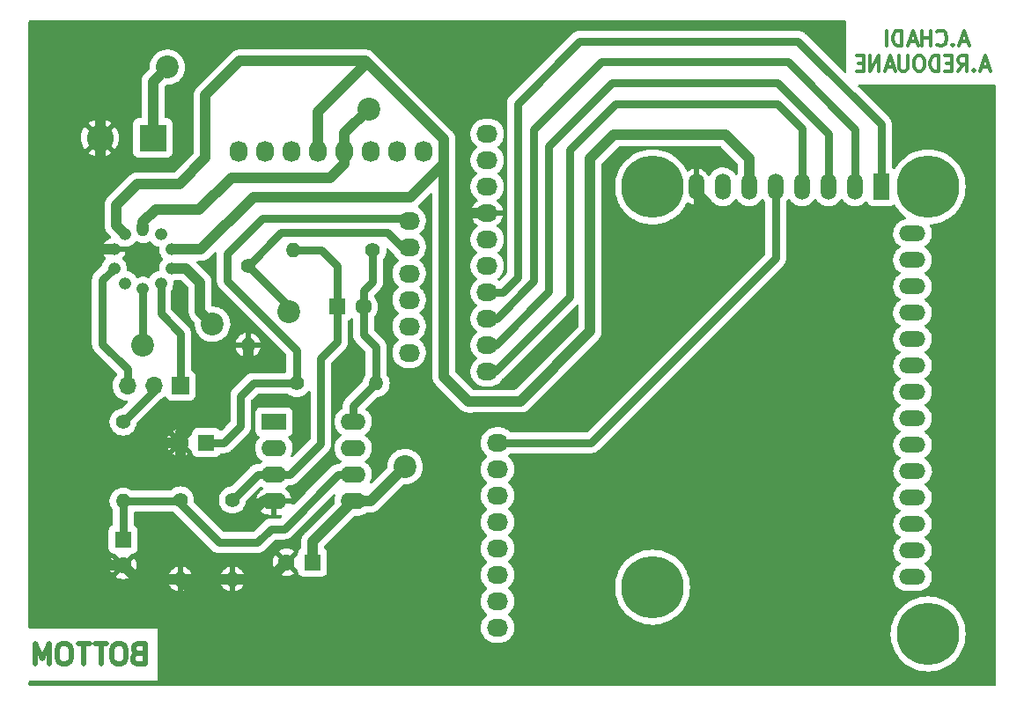
<source format=gbr>
%TF.GenerationSoftware,KiCad,Pcbnew,(6.99.0-224-g211820a689)*%
%TF.CreationDate,2022-01-05T07:16:04+01:00*%
%TF.ProjectId,PCB,5043422e-6b69-4636-9164-5f7063625858,1.0*%
%TF.SameCoordinates,Original*%
%TF.FileFunction,Copper,L2,Bot*%
%TF.FilePolarity,Positive*%
%FSLAX46Y46*%
G04 Gerber Fmt 4.6, Leading zero omitted, Abs format (unit mm)*
G04 Created by KiCad (PCBNEW (6.99.0-224-g211820a689)) date 2022-01-05 07:16:04*
%MOMM*%
%LPD*%
G01*
G04 APERTURE LIST*
%ADD10C,0.300000*%
%TA.AperFunction,NonConductor*%
%ADD11C,0.300000*%
%TD*%
%ADD12C,0.500000*%
%TA.AperFunction,NonConductor*%
%ADD13C,0.500000*%
%TD*%
%TA.AperFunction,ComponentPad*%
%ADD14O,2.524000X1.524000*%
%TD*%
%TA.AperFunction,ComponentPad*%
%ADD15O,1.524000X2.524000*%
%TD*%
%TA.AperFunction,ComponentPad*%
%ADD16R,1.524000X2.524000*%
%TD*%
%TA.AperFunction,WasherPad*%
%ADD17C,6.000000*%
%TD*%
%TA.AperFunction,ComponentPad*%
%ADD18O,2.400000X1.600000*%
%TD*%
%TA.AperFunction,ComponentPad*%
%ADD19R,2.400000X1.600000*%
%TD*%
%TA.AperFunction,ComponentPad*%
%ADD20R,1.700000X1.700000*%
%TD*%
%TA.AperFunction,ComponentPad*%
%ADD21O,1.700000X1.700000*%
%TD*%
%TA.AperFunction,ComponentPad*%
%ADD22O,1.200000X1.600000*%
%TD*%
%TA.AperFunction,ComponentPad*%
%ADD23O,1.200000X1.200000*%
%TD*%
%TA.AperFunction,ComponentPad*%
%ADD24O,1.400000X1.400000*%
%TD*%
%TA.AperFunction,ComponentPad*%
%ADD25C,1.400000*%
%TD*%
%TA.AperFunction,ComponentPad*%
%ADD26O,2.032000X1.727200*%
%TD*%
%TA.AperFunction,ComponentPad*%
%ADD27O,1.727200X2.032000*%
%TD*%
%TA.AperFunction,ComponentPad*%
%ADD28R,2.600000X2.600000*%
%TD*%
%TA.AperFunction,ComponentPad*%
%ADD29C,2.600000*%
%TD*%
%TA.AperFunction,ComponentPad*%
%ADD30R,1.600000X1.600000*%
%TD*%
%TA.AperFunction,ComponentPad*%
%ADD31C,1.600000*%
%TD*%
%TA.AperFunction,ViaPad*%
%ADD32C,2.200000*%
%TD*%
%TA.AperFunction,Conductor*%
%ADD33C,1.000000*%
%TD*%
%TA.AperFunction,Conductor*%
%ADD34C,0.800000*%
%TD*%
G04 APERTURE END LIST*
D10*
D11*
X271208926Y-98435000D02*
X270494641Y-98435000D01*
X271351783Y-98863571D02*
X270851783Y-97363571D01*
X270351783Y-98863571D01*
X269769641Y-98720714D02*
X269698212Y-98792142D01*
X269769641Y-98863571D01*
X269841069Y-98792142D01*
X269769641Y-98720714D01*
X269769641Y-98863571D01*
X268258927Y-98720714D02*
X268330355Y-98792142D01*
X268544641Y-98863571D01*
X268687498Y-98863571D01*
X268901784Y-98792142D01*
X269044641Y-98649285D01*
X269116070Y-98506428D01*
X269187498Y-98220714D01*
X269187498Y-98006428D01*
X269116070Y-97720714D01*
X269044641Y-97577857D01*
X268901784Y-97435000D01*
X268687498Y-97363571D01*
X268544641Y-97363571D01*
X268330355Y-97435000D01*
X268258927Y-97506428D01*
X267676785Y-98863571D02*
X267676785Y-97363571D01*
X267676785Y-98077857D02*
X266819642Y-98077857D01*
X266819642Y-98863571D02*
X266819642Y-97363571D01*
X266308928Y-98435000D02*
X265594643Y-98435000D01*
X266451785Y-98863571D02*
X265951785Y-97363571D01*
X265451785Y-98863571D01*
X264869643Y-98863571D02*
X264869643Y-97363571D01*
X264512500Y-97363571D01*
X264298214Y-97435000D01*
X264155357Y-97577857D01*
X264083928Y-97720714D01*
X264012500Y-98006428D01*
X264012500Y-98220714D01*
X264083928Y-98506428D01*
X264155357Y-98649285D01*
X264298214Y-98792142D01*
X264512500Y-98863571D01*
X264869643Y-98863571D01*
X263430358Y-98863571D02*
X263430358Y-97363571D01*
X273239282Y-100865000D02*
X272524997Y-100865000D01*
X273382139Y-101293571D02*
X272882139Y-99793571D01*
X272382139Y-101293571D01*
X271799997Y-101150714D02*
X271728568Y-101222142D01*
X271799997Y-101293571D01*
X271871425Y-101222142D01*
X271799997Y-101150714D01*
X271799997Y-101293571D01*
X270289283Y-101293571D02*
X270789283Y-100579285D01*
X271146426Y-101293571D02*
X271146426Y-99793571D01*
X270574997Y-99793571D01*
X270432140Y-99865000D01*
X270360711Y-99936428D01*
X270289283Y-100079285D01*
X270289283Y-100293571D01*
X270360711Y-100436428D01*
X270432140Y-100507857D01*
X270574997Y-100579285D01*
X271146426Y-100579285D01*
X269707141Y-100507857D02*
X269207141Y-100507857D01*
X268992855Y-101293571D02*
X269707141Y-101293571D01*
X269707141Y-99793571D01*
X268992855Y-99793571D01*
X268410713Y-101293571D02*
X268410713Y-99793571D01*
X268053570Y-99793571D01*
X267839284Y-99865000D01*
X267696427Y-100007857D01*
X267624998Y-100150714D01*
X267553570Y-100436428D01*
X267553570Y-100650714D01*
X267624998Y-100936428D01*
X267696427Y-101079285D01*
X267839284Y-101222142D01*
X268053570Y-101293571D01*
X268410713Y-101293571D01*
X266685713Y-99793571D02*
X266399999Y-99793571D01*
X266257142Y-99865000D01*
X266114285Y-100007857D01*
X266042856Y-100293571D01*
X266042856Y-100793571D01*
X266114285Y-101079285D01*
X266257142Y-101222142D01*
X266399999Y-101293571D01*
X266685713Y-101293571D01*
X266828571Y-101222142D01*
X266971428Y-101079285D01*
X267042856Y-100793571D01*
X267042856Y-100293571D01*
X266971428Y-100007857D01*
X266828571Y-99865000D01*
X266685713Y-99793571D01*
X265460714Y-99793571D02*
X265460714Y-101007857D01*
X265389285Y-101150714D01*
X265317857Y-101222142D01*
X265174999Y-101293571D01*
X264889285Y-101293571D01*
X264746428Y-101222142D01*
X264674999Y-101150714D01*
X264603571Y-101007857D01*
X264603571Y-99793571D01*
X264092857Y-100865000D02*
X263378572Y-100865000D01*
X264235714Y-101293571D02*
X263735714Y-99793571D01*
X263235714Y-101293571D01*
X262653572Y-101293571D02*
X262653572Y-99793571D01*
X261796429Y-101293571D01*
X261796429Y-99793571D01*
X261214287Y-100507857D02*
X260714287Y-100507857D01*
X260500001Y-101293571D02*
X261214287Y-101293571D01*
X261214287Y-99793571D01*
X260500001Y-99793571D01*
D12*
D13*
X191419045Y-157257142D02*
X191133331Y-157352380D01*
X191038093Y-157447619D01*
X190942855Y-157638095D01*
X190942855Y-157923809D01*
X191038093Y-158114285D01*
X191133331Y-158209523D01*
X191323807Y-158304761D01*
X192085712Y-158304761D01*
X192085712Y-156304761D01*
X191419045Y-156304761D01*
X191228569Y-156400000D01*
X191133331Y-156495238D01*
X191038093Y-156685714D01*
X191038093Y-156876190D01*
X191133331Y-157066666D01*
X191228569Y-157161904D01*
X191419045Y-157257142D01*
X192085712Y-157257142D01*
X189785713Y-156304761D02*
X189404760Y-156304761D01*
X189214284Y-156400000D01*
X189023808Y-156590476D01*
X188928570Y-156971428D01*
X188928570Y-157638095D01*
X189023808Y-158019047D01*
X189214284Y-158209523D01*
X189404760Y-158304761D01*
X189785713Y-158304761D01*
X189976189Y-158209523D01*
X190166665Y-158019047D01*
X190261903Y-157638095D01*
X190261903Y-156971428D01*
X190166665Y-156590476D01*
X189976189Y-156400000D01*
X189785713Y-156304761D01*
X188438094Y-156304761D02*
X187295237Y-156304761D01*
X187866666Y-158304761D02*
X187866666Y-156304761D01*
X186804761Y-156304761D02*
X185661904Y-156304761D01*
X186233333Y-158304761D02*
X186233333Y-156304761D01*
X184504762Y-156304761D02*
X184123809Y-156304761D01*
X183933333Y-156400000D01*
X183742857Y-156590476D01*
X183647619Y-156971428D01*
X183647619Y-157638095D01*
X183742857Y-158019047D01*
X183933333Y-158209523D01*
X184123809Y-158304761D01*
X184504762Y-158304761D01*
X184695238Y-158209523D01*
X184885714Y-158019047D01*
X184980952Y-157638095D01*
X184980952Y-156971428D01*
X184885714Y-156590476D01*
X184695238Y-156400000D01*
X184504762Y-156304761D01*
X182871429Y-158304761D02*
X182871429Y-156304761D01*
X182204762Y-157733333D01*
X181538096Y-156304761D01*
X181538096Y-158304761D01*
D14*
%TO.P,U1,22*%
%TO.N,N/C*%
X265900000Y-116880000D03*
%TO.P,U1,21*%
X265900000Y-119420000D03*
%TO.P,U1,20*%
X265900000Y-121960000D03*
%TO.P,U1,19*%
X265900000Y-124500000D03*
%TO.P,U1,18*%
X265900000Y-127040000D03*
%TO.P,U1,17*%
X265900000Y-129580000D03*
%TO.P,U1,16*%
X265900000Y-132120000D03*
%TO.P,U1,15*%
X265900000Y-134660000D03*
%TO.P,U1,14*%
X265900000Y-137200000D03*
%TO.P,U1,13*%
X265908995Y-139740000D03*
%TO.P,U1,12*%
X265900000Y-142280000D03*
%TO.P,U1,11*%
X265900000Y-144820000D03*
%TO.P,U1,10*%
X265900000Y-147360000D03*
%TO.P,U1,9*%
X265900000Y-149900000D03*
D15*
%TO.P,U1,8,GND*%
%TO.N,GND*%
X245120000Y-112400000D03*
%TO.P,U1,7,VIN*%
%TO.N,unconnected-(U1-VIN)*%
X247660000Y-112400000D03*
%TO.P,U1,6,3V3*%
%TO.N,+3V3*%
X250200000Y-112400000D03*
%TO.P,U1,5,RST*%
%TO.N,/7*%
X252740000Y-112400000D03*
%TO.P,U1,4,RTS*%
%TO.N,/8*%
X255280000Y-112400000D03*
%TO.P,U1,3,CTS*%
%TO.N,/9(\u002A\u002A)*%
X257820000Y-112400000D03*
%TO.P,U1,2,RX_LoRa*%
%TO.N,/10(\u002A\u002A{slash}SS)*%
X260360000Y-112400000D03*
D16*
%TO.P,U1,1,TX_LoRa*%
%TO.N,/11(\u002A\u002A{slash}MOSI)*%
X262900000Y-112400000D03*
D17*
%TO.P,U1,*%
%TO.N,*%
X240900000Y-112400000D03*
X240900000Y-150900000D03*
X267400000Y-112400000D03*
X267400000Y-155400000D03*
%TD*%
D18*
%TO.P,U0,8*%
%TO.N,Net-(C4-Pad2)*%
X212120000Y-135000000D03*
%TO.P,U0,4,V-*%
%TO.N,GND*%
X204500000Y-142620000D03*
%TO.P,U0,7,COMP*%
%TO.N,unconnected-(U0-COMP)*%
X212120000Y-137540000D03*
%TO.P,U0,3,-*%
%TO.N,Net-(U0--)*%
X204500000Y-140080000D03*
%TO.P,U0,6,+*%
%TO.N,Net-(U0-+)*%
X212120000Y-140080000D03*
%TO.P,U0,2,CMRR*%
%TO.N,unconnected-(U0-CMRR)*%
X204500000Y-137540000D03*
%TO.P,U0,5,V+*%
%TO.N,+5V*%
X212120000Y-142620000D03*
D19*
%TO.P,U0,1,GND*%
%TO.N,unconnected-(U0-GND)*%
X204500000Y-135000000D03*
%TD*%
D20*
%TO.P,SW0,1,A*%
%TO.N,Net-(S0-GazSensorLeft)*%
X195525000Y-131500000D03*
D21*
%TO.P,SW0,2,B*%
%TO.N,Net-(SW0A-B)*%
X192985000Y-131500000D03*
%TO.P,SW0,3,C*%
%TO.N,Net-(S0-GazSensorRight)*%
X190445000Y-131500000D03*
%TD*%
D22*
%TO.P,S0,1,TempSensor*%
%TO.N,+5V*%
X191900000Y-116400000D03*
D23*
%TO.P,S0,2,GazSensorRight*%
%TO.N,+3V3*%
X190183667Y-116957670D03*
%TO.P,S0,3,HeatResistor*%
%TO.N,GND*%
X189122915Y-118417670D03*
%TO.P,S0,4,GazSensorRight*%
%TO.N,Net-(S0-GazSensorRight)*%
X189122915Y-120222330D03*
%TO.P,S0,5*%
%TO.N,unconnected-(S0-Pad5)*%
X190183667Y-121682330D03*
%TO.P,S0,6,TempSensor*%
%TO.N,TempADC*%
X191900000Y-122240000D03*
%TO.P,S0,7,GazSensorLeft*%
%TO.N,Net-(S0-GazSensorLeft)*%
X193616333Y-121682330D03*
%TO.P,S0,8,HeatResistor*%
%TO.N,+15V*%
X194677085Y-120222330D03*
%TO.P,S0,9,GazSensorLeft*%
%TO.N,+3V3*%
X194677085Y-118417670D03*
%TO.P,S0,10*%
%TO.N,unconnected-(S0-Pad10)*%
X193616333Y-116957670D03*
%TD*%
D24*
%TO.P,R6,2*%
%TO.N,GND*%
X202000000Y-127620000D03*
D25*
%TO.P,R6,1*%
%TO.N,TempADC*%
X202000000Y-120000000D03*
%TD*%
D24*
%TO.P,R5,2*%
%TO.N,Net-(C4-Pad2)*%
X214320000Y-131300000D03*
D25*
%TO.P,R5,1*%
%TO.N,ADC_GAZ*%
X206700000Y-131300000D03*
%TD*%
%TO.P,R4,1*%
%TO.N,Net-(SW0A-B)*%
X190000000Y-135000000D03*
D24*
%TO.P,R4,2*%
%TO.N,Net-(U0-+)*%
X190000000Y-142620000D03*
%TD*%
D25*
%TO.P,R3,1*%
%TO.N,Net-(C4-Pad2)*%
X214000000Y-118500000D03*
D24*
%TO.P,R3,2*%
%TO.N,Net-(U0--)*%
X206380000Y-118500000D03*
%TD*%
D25*
%TO.P,R2,1*%
%TO.N,Net-(U0--)*%
X200500000Y-142500000D03*
D24*
%TO.P,R2,2*%
%TO.N,GND*%
X200500000Y-150120000D03*
%TD*%
D25*
%TO.P,R1,1*%
%TO.N,Net-(U0-+)*%
X195500000Y-142500000D03*
D24*
%TO.P,R1,2*%
%TO.N,GND*%
X195500000Y-150120000D03*
%TD*%
D26*
%TO.P,P4,1,Pin_1*%
%TO.N,/7*%
X226000000Y-137000000D03*
%TO.P,P4,2,Pin_2*%
%TO.N,/6(\u002A\u002A)*%
X226000000Y-139540000D03*
%TO.P,P4,3,Pin_3*%
%TO.N,/5(\u002A\u002A)*%
X226000000Y-142080000D03*
%TO.P,P4,4,Pin_4*%
%TO.N,/4*%
X226000000Y-144620000D03*
%TO.P,P4,5,Pin_5*%
%TO.N,/3(\u002A\u002A)*%
X226000000Y-147160000D03*
%TO.P,P4,6,Pin_6*%
%TO.N,/2*%
X226000000Y-149700000D03*
%TO.P,P4,7,Pin_7*%
%TO.N,/1(Tx)*%
X226000000Y-152240000D03*
%TO.P,P4,8,Pin_8*%
%TO.N,/0(Rx)*%
X226000000Y-154780000D03*
%TD*%
%TO.P,P3,1,Pin_1*%
%TO.N,unconnected-(P3-Pin_1)*%
X225000000Y-107300000D03*
%TO.P,P3,2,Pin_2*%
%TO.N,unconnected-(P3-Pin_2)*%
X225000000Y-109840000D03*
%TO.P,P3,3,Pin_3*%
%TO.N,unconnected-(P3-Pin_3)*%
X225000000Y-112380000D03*
%TO.P,P3,4,Pin_4*%
%TO.N,GND*%
X225000000Y-114920000D03*
%TO.P,P3,5,Pin_5*%
%TO.N,/13(SCK)*%
X225000000Y-117460000D03*
%TO.P,P3,6,Pin_6*%
%TO.N,/12(MISO)*%
X225000000Y-120000000D03*
%TO.P,P3,7,Pin_7*%
%TO.N,/11(\u002A\u002A{slash}MOSI)*%
X225000000Y-122540000D03*
%TO.P,P3,8,Pin_8*%
%TO.N,/10(\u002A\u002A{slash}SS)*%
X225000000Y-125080000D03*
%TO.P,P3,9,Pin_9*%
%TO.N,/9(\u002A\u002A)*%
X225000000Y-127620000D03*
%TO.P,P3,10,Pin_10*%
%TO.N,/8*%
X225000000Y-130160000D03*
%TD*%
%TO.P,P2,6,Pin_6*%
%TO.N,/A5(SCL)*%
X217500000Y-128350000D03*
%TO.P,P2,5,Pin_5*%
%TO.N,/A4(SDA)*%
X217500000Y-125810000D03*
%TO.P,P2,4,Pin_4*%
%TO.N,/A3*%
X217500000Y-123270000D03*
%TO.P,P2,3,Pin_3*%
%TO.N,/A2*%
X217500000Y-120730000D03*
%TO.P,P2,2,Pin_2*%
%TO.N,TempADC*%
X217500000Y-118190000D03*
%TO.P,P2,1,Pin_1*%
%TO.N,ADC_GAZ*%
X217500000Y-115650000D03*
%TD*%
D27*
%TO.P,P1,1,Pin_1*%
%TO.N,unconnected-(P1-Pin_1)*%
X201100000Y-109000000D03*
%TO.P,P1,2,Pin_2*%
%TO.N,/IOREF*%
X203640000Y-109000000D03*
%TO.P,P1,3,Pin_3*%
%TO.N,/Reset*%
X206180000Y-109000000D03*
%TO.P,P1,4,Pin_4*%
%TO.N,+3V3*%
X208720000Y-109000000D03*
%TO.P,P1,5,Pin_5*%
%TO.N,+5V*%
X211260000Y-109000000D03*
%TO.P,P1,6,Pin_6*%
%TO.N,unconnected-(P1-Pin_6)*%
X213800000Y-109000000D03*
%TO.P,P1,7,Pin_7*%
%TO.N,unconnected-(P1-Pin_7)*%
X216340000Y-109000000D03*
%TO.P,P1,8,Pin_8*%
%TO.N,/Vin*%
X218880000Y-109000000D03*
%TD*%
D28*
%TO.P,J0,1,Pin_1*%
%TO.N,+15V*%
X192845000Y-107695000D03*
D29*
%TO.P,J0,2,Pin_2*%
%TO.N,GND*%
X187765000Y-107695000D03*
%TD*%
D30*
%TO.P,C4,1*%
%TO.N,Net-(U0--)*%
X210594888Y-123900000D03*
D31*
%TO.P,C4,2*%
%TO.N,Net-(C4-Pad2)*%
X213094888Y-123900000D03*
%TD*%
D30*
%TO.P,C3,1*%
%TO.N,+5V*%
X208205113Y-148500000D03*
D31*
%TO.P,C3,2*%
%TO.N,GND*%
X205705113Y-148500000D03*
%TD*%
D30*
%TO.P,C2,1*%
%TO.N,ADC_GAZ*%
X198000000Y-137000000D03*
D31*
%TO.P,C2,2*%
%TO.N,GND*%
X195500000Y-137000000D03*
%TD*%
D30*
%TO.P,C1,1*%
%TO.N,Net-(U0-+)*%
X190000000Y-146294888D03*
D31*
%TO.P,C1,2*%
%TO.N,GND*%
X190000000Y-148794888D03*
%TD*%
D32*
%TO.N,TempADC*%
X205934571Y-124365429D03*
X191900000Y-127600000D03*
%TO.N,+15V*%
X194255282Y-100899500D03*
%TO.N,+5V*%
X213600000Y-104900000D03*
%TO.N,+15V*%
X198600000Y-125600000D03*
%TO.N,+5V*%
X217100000Y-139300000D03*
%TD*%
D33*
%TO.N,+3V3*%
X220843120Y-110156880D02*
X220843120Y-108543120D01*
X217600000Y-113400000D02*
X220843120Y-110156880D01*
X202515844Y-113400000D02*
X217600000Y-113400000D01*
X197498174Y-118417670D02*
X202515844Y-113400000D01*
X194677085Y-118417670D02*
X197498174Y-118417670D01*
D34*
%TO.N,/8*%
X252900000Y-104400000D02*
X255280000Y-106780000D01*
X252900000Y-104400000D02*
X237300000Y-104400000D01*
X252920780Y-104400000D02*
X252900000Y-104400000D01*
X255280000Y-106780000D02*
X255280000Y-112400000D01*
X225740000Y-130160000D02*
X225000000Y-130160000D01*
X232900000Y-108800000D02*
X232900000Y-123000000D01*
X237300000Y-104400000D02*
X232900000Y-108800000D01*
X232900000Y-123000000D02*
X225740000Y-130160000D01*
%TO.N,/9(\u002A\u002A)*%
X257820000Y-107320000D02*
X252900000Y-102400000D01*
X257820000Y-112400000D02*
X257820000Y-107320000D01*
X230900000Y-122500000D02*
X230900000Y-108500000D01*
X225780000Y-127620000D02*
X230900000Y-122500000D01*
X230900000Y-108500000D02*
X237000000Y-102400000D01*
X225000000Y-127620000D02*
X225780000Y-127620000D01*
X237000000Y-102400000D02*
X252900000Y-102400000D01*
%TO.N,/10(\u002A\u002A{slash}SS)*%
X229500480Y-121478740D02*
X225899220Y-125080000D01*
X225899220Y-125080000D02*
X225000000Y-125080000D01*
X235979220Y-100400000D02*
X229500480Y-106878740D01*
X229500480Y-106878740D02*
X229500480Y-121478740D01*
X253900000Y-100400000D02*
X235979220Y-100400000D01*
X260360000Y-106860000D02*
X253900000Y-100400000D01*
X260360000Y-112400000D02*
X260360000Y-106860000D01*
%TO.N,/11(\u002A\u002A{slash}MOSI)*%
X233900000Y-98400000D02*
X227900000Y-104400000D01*
X227900000Y-104400000D02*
X227900000Y-121100000D01*
X254900000Y-98400000D02*
X233900000Y-98400000D01*
X262900000Y-106400000D02*
X254900000Y-98400000D01*
X226460000Y-122540000D02*
X225000000Y-122540000D01*
X262900000Y-112400000D02*
X262900000Y-106400000D01*
X227900000Y-121100000D02*
X226460000Y-122540000D01*
%TO.N,/7*%
X235000000Y-137000000D02*
X226000000Y-137000000D01*
X252740000Y-119260000D02*
X235000000Y-137000000D01*
X252740000Y-112400000D02*
X252740000Y-119260000D01*
D33*
%TO.N,+3V3*%
X250200000Y-109700000D02*
X250200000Y-112400000D01*
X237200000Y-107400000D02*
X247900000Y-107400000D01*
X234900000Y-126300000D02*
X234900000Y-109700000D01*
X234900000Y-109700000D02*
X237200000Y-107400000D01*
X223200480Y-133000480D02*
X228199520Y-133000480D01*
X228199520Y-133000480D02*
X234900000Y-126300000D01*
X220843120Y-108543120D02*
X220843120Y-130643120D01*
X220843120Y-130643120D02*
X223200480Y-133000480D01*
X247900000Y-107400000D02*
X250200000Y-109700000D01*
%TO.N,GND*%
X245120000Y-112992586D02*
X245120000Y-112400000D01*
X245900000Y-113772586D02*
X245120000Y-112992586D01*
X245900000Y-121700000D02*
X245900000Y-113772586D01*
X233000000Y-134600000D02*
X245900000Y-121700000D01*
X213900000Y-153400000D02*
X220150000Y-147150000D01*
X220150000Y-147150000D02*
X220150000Y-138250000D01*
X198780000Y-153400000D02*
X213900000Y-153400000D01*
X223800000Y-134600000D02*
X233000000Y-134600000D01*
X195500000Y-150120000D02*
X198780000Y-153400000D01*
X220150000Y-138250000D02*
X223800000Y-134600000D01*
X221084960Y-105284960D02*
X221084960Y-105215040D01*
%TO.N,+5V*%
X211260000Y-110140000D02*
X211260000Y-109000000D01*
X209900000Y-111500000D02*
X211260000Y-110140000D01*
X193100000Y-114600000D02*
X197300000Y-114600000D01*
X191900000Y-115800000D02*
X193100000Y-114600000D01*
X191900000Y-116400000D02*
X191900000Y-115800000D01*
X197300000Y-114600000D02*
X200400000Y-111500000D01*
X200400000Y-111500000D02*
X209900000Y-111500000D01*
D34*
%TO.N,TempADC*%
X205934571Y-123934571D02*
X202000000Y-120000000D01*
X205934571Y-124365429D02*
X205934571Y-123934571D01*
X191900000Y-127600000D02*
X191900000Y-122240000D01*
%TO.N,Net-(C4-Pad2)*%
X212120000Y-133500000D02*
X214320000Y-131300000D01*
X212120000Y-135000000D02*
X212120000Y-133500000D01*
X214320000Y-127820000D02*
X214320000Y-131300000D01*
X213094888Y-126594888D02*
X214320000Y-127820000D01*
X213094888Y-123900000D02*
X213094888Y-126594888D01*
%TO.N,ADC_GAZ*%
X206700000Y-128100000D02*
X206700000Y-131300000D01*
X200000000Y-121400000D02*
X206700000Y-128100000D01*
X200000000Y-118800000D02*
X200000000Y-121400000D01*
X203399031Y-115400969D02*
X200000000Y-118800000D01*
X217500000Y-115650000D02*
X217250969Y-115400969D01*
X217250969Y-115400969D02*
X203399031Y-115400969D01*
X202500000Y-131300000D02*
X206700000Y-131300000D01*
X201300000Y-132500000D02*
X202500000Y-131300000D01*
X199700000Y-137000000D02*
X201300000Y-135400000D01*
X198000000Y-137000000D02*
X199700000Y-137000000D01*
X201300000Y-135400000D02*
X201300000Y-132500000D01*
D33*
%TO.N,GND*%
X195500000Y-136000000D02*
X202000000Y-129500000D01*
X202000000Y-129500000D02*
X202000000Y-127620000D01*
X195500000Y-137000000D02*
X195500000Y-136000000D01*
D34*
%TO.N,Net-(U0--)*%
X209100000Y-118500000D02*
X206380000Y-118500000D01*
X210594888Y-119994888D02*
X209100000Y-118500000D01*
X210594888Y-123900000D02*
X210594888Y-119994888D01*
X210594888Y-127305112D02*
X210594888Y-123900000D01*
X209000000Y-137100000D02*
X209000000Y-128900000D01*
X209000000Y-128900000D02*
X210594888Y-127305112D01*
X204500000Y-140080000D02*
X206020000Y-140080000D01*
X206020000Y-140080000D02*
X209000000Y-137100000D01*
%TO.N,Net-(C4-Pad2)*%
X213094888Y-122405112D02*
X214000000Y-121500000D01*
X214000000Y-121500000D02*
X214000000Y-118500000D01*
X213094888Y-123900000D02*
X213094888Y-122405112D01*
D33*
%TO.N,+15V*%
X196022330Y-120222330D02*
X194677085Y-120222330D01*
X197400000Y-121600000D02*
X196022330Y-120222330D01*
X197400000Y-124400000D02*
X197400000Y-121600000D01*
X198600000Y-125600000D02*
X197400000Y-124400000D01*
D34*
%TO.N,Net-(S0-GazSensorRight)*%
X188000000Y-121345245D02*
X189122915Y-120222330D01*
X188000000Y-127500000D02*
X188000000Y-121345245D01*
X190445000Y-129945000D02*
X188000000Y-127500000D01*
X190445000Y-131500000D02*
X190445000Y-129945000D01*
%TO.N,Net-(S0-GazSensorLeft)*%
X195525000Y-126525000D02*
X193616333Y-124616333D01*
X195525000Y-131500000D02*
X195525000Y-126525000D01*
X193616333Y-124616333D02*
X193616333Y-121682330D01*
D33*
%TO.N,+3V3*%
X220843120Y-107843120D02*
X220843120Y-108543120D01*
X213300000Y-100300000D02*
X220843120Y-107843120D01*
X201200000Y-100300000D02*
X213300000Y-100300000D01*
X195400000Y-112100000D02*
X197900000Y-109600000D01*
X191400000Y-112100000D02*
X195400000Y-112100000D01*
X197900000Y-103600000D02*
X201200000Y-100300000D01*
X189300000Y-114200000D02*
X191400000Y-112100000D01*
X197900000Y-109600000D02*
X197900000Y-103600000D01*
X189300000Y-116074003D02*
X189300000Y-114200000D01*
X190183667Y-116957670D02*
X189300000Y-116074003D01*
%TO.N,GND*%
X185400000Y-113400000D02*
X187765000Y-111035000D01*
X185400000Y-120400000D02*
X185400000Y-113400000D01*
X187765000Y-111035000D02*
X187765000Y-110695000D01*
X187382330Y-118417670D02*
X189122915Y-118417670D01*
X185400000Y-120400000D02*
X187382330Y-118417670D01*
X185400000Y-133700000D02*
X185400000Y-120400000D01*
X189850000Y-138150000D02*
X185400000Y-133700000D01*
%TO.N,+15V*%
X192845000Y-102309782D02*
X192845000Y-107695000D01*
X194255282Y-100899500D02*
X192845000Y-102309782D01*
%TO.N,GND*%
X187765000Y-110695000D02*
X187765000Y-104265000D01*
X187765000Y-104265000D02*
X187700000Y-104200000D01*
D34*
%TO.N,Net-(SW0A-B)*%
X192985000Y-131500000D02*
X192985000Y-132015000D01*
X192985000Y-132015000D02*
X190000000Y-135000000D01*
D33*
%TO.N,+3V3*%
X208720000Y-105180000D02*
X213000000Y-100900000D01*
X208720000Y-107420000D02*
X208720000Y-105180000D01*
%TO.N,+5V*%
X213600000Y-104900000D02*
X211260000Y-107240000D01*
X211260000Y-107240000D02*
X211260000Y-109000000D01*
%TO.N,+3V3*%
X208720000Y-109000000D02*
X208720000Y-107420000D01*
%TO.N,GND*%
X193200000Y-98700000D02*
X187700000Y-104200000D01*
X214500000Y-98700000D02*
X193200000Y-98700000D01*
X221084960Y-105284960D02*
X214500000Y-98700000D01*
%TO.N,+5V*%
X213780000Y-142620000D02*
X217100000Y-139300000D01*
X212120000Y-142620000D02*
X213780000Y-142620000D01*
%TO.N,GND*%
X189850000Y-138150000D02*
X187500000Y-140500000D01*
X191000000Y-137000000D02*
X189850000Y-138150000D01*
X199800000Y-144900000D02*
X197299511Y-142399511D01*
X197299511Y-140899511D02*
X195500000Y-139100000D01*
X201200000Y-144900000D02*
X199800000Y-144900000D01*
X203480000Y-142620000D02*
X201200000Y-144900000D01*
X197299511Y-142399511D02*
X197299511Y-140899511D01*
X204500000Y-142620000D02*
X203480000Y-142620000D01*
X195500000Y-139100000D02*
X195500000Y-137000000D01*
D34*
%TO.N,Net-(U0-+)*%
X204205593Y-145300000D02*
X205460000Y-145300000D01*
X210680000Y-140080000D02*
X212120000Y-140080000D01*
X205460000Y-145300000D02*
X210680000Y-140080000D01*
X199200000Y-146600000D02*
X202905593Y-146600000D01*
X195500000Y-142900000D02*
X199200000Y-146600000D01*
X195500000Y-142500000D02*
X195500000Y-142900000D01*
X202905593Y-146600000D02*
X204205593Y-145300000D01*
D33*
%TO.N,GND*%
X222442640Y-106642640D02*
X221084960Y-105284960D01*
X223288800Y-114920000D02*
X222442640Y-114073840D01*
X222442640Y-106642640D02*
X222442640Y-114073840D01*
X223288800Y-114920000D02*
X222884480Y-114515680D01*
X225000000Y-114920000D02*
X223288800Y-114920000D01*
D34*
%TO.N,Net-(U0-+)*%
X190000000Y-142620000D02*
X195380000Y-142620000D01*
%TO.N,/10(\u002A\u002A{slash}SS)*%
X225247249Y-125080000D02*
X225000000Y-125080000D01*
%TO.N,TempADC*%
X215420489Y-116800489D02*
X216810000Y-118190000D01*
X205199511Y-116800489D02*
X215420489Y-116800489D01*
X216810000Y-118190000D02*
X217500000Y-118190000D01*
X202000000Y-120000000D02*
X205199511Y-116800489D01*
D33*
%TO.N,GND*%
X188700978Y-148794888D02*
X190000000Y-148794888D01*
X187500000Y-147593910D02*
X188700978Y-148794888D01*
X187500000Y-140500000D02*
X187500000Y-147593910D01*
X195500000Y-137000000D02*
X191000000Y-137000000D01*
%TO.N,+5V*%
X208205113Y-148500000D02*
X208205113Y-146534887D01*
X208205113Y-146534887D02*
X212120000Y-142620000D01*
D34*
%TO.N,Net-(U0--)*%
X200500000Y-142500000D02*
X202920000Y-140080000D01*
X202920000Y-140080000D02*
X204500000Y-140080000D01*
D33*
%TO.N,GND*%
X204085113Y-150120000D02*
X205705113Y-148500000D01*
X200500000Y-150120000D02*
X204085113Y-150120000D01*
D34*
%TO.N,Net-(U0-+)*%
X195380000Y-142620000D02*
X195500000Y-142500000D01*
D33*
%TO.N,GND*%
X195500000Y-150120000D02*
X200500000Y-150120000D01*
X191380000Y-150120000D02*
X195500000Y-150120000D01*
X191352556Y-150147444D02*
X191380000Y-150120000D01*
X190000000Y-148794888D02*
X191352556Y-150147444D01*
D34*
%TO.N,Net-(U0-+)*%
X190000000Y-142620000D02*
X190000000Y-146294888D01*
%TD*%
%TA.AperFunction,Conductor*%
%TO.N,GND*%
G36*
X259467124Y-96420002D02*
G01*
X259513617Y-96473658D01*
X259525003Y-96526000D01*
X259525003Y-101305893D01*
X259505001Y-101374014D01*
X259451345Y-101420507D01*
X259381071Y-101430611D01*
X259316491Y-101401117D01*
X259309908Y-101394988D01*
X255618907Y-97703987D01*
X255616454Y-97701465D01*
X255561508Y-97643361D01*
X255561507Y-97643360D01*
X255557119Y-97638720D01*
X255507705Y-97604120D01*
X255500340Y-97598550D01*
X255458541Y-97564459D01*
X255458539Y-97564458D01*
X255453597Y-97560427D01*
X255447945Y-97557472D01*
X255447940Y-97557469D01*
X255428090Y-97547092D01*
X255414192Y-97538642D01*
X255395849Y-97525798D01*
X255390621Y-97522137D01*
X255384770Y-97519605D01*
X255384759Y-97519599D01*
X255335264Y-97498181D01*
X255326928Y-97494205D01*
X255279128Y-97469215D01*
X255279120Y-97469212D01*
X255273470Y-97466258D01*
X255245796Y-97458323D01*
X255230494Y-97452844D01*
X255204081Y-97441414D01*
X255197837Y-97440110D01*
X255197832Y-97440108D01*
X255155323Y-97431228D01*
X255145033Y-97429078D01*
X255136083Y-97426864D01*
X255078087Y-97410234D01*
X255049388Y-97408026D01*
X255033295Y-97405735D01*
X255005120Y-97399849D01*
X255000281Y-97399595D01*
X255000278Y-97399595D01*
X255000129Y-97399587D01*
X255000113Y-97399587D01*
X254998461Y-97399500D01*
X254943435Y-97399500D01*
X254933768Y-97399129D01*
X254881789Y-97395129D01*
X254881785Y-97395129D01*
X254875429Y-97394640D01*
X254856424Y-97397041D01*
X254844827Y-97398506D01*
X254829035Y-97399500D01*
X233916148Y-97399500D01*
X233912630Y-97399451D01*
X233832729Y-97397219D01*
X233832726Y-97397219D01*
X233826347Y-97397041D01*
X233812679Y-97399451D01*
X233766944Y-97407515D01*
X233757798Y-97408784D01*
X233704130Y-97414235D01*
X233704126Y-97414236D01*
X233697784Y-97414880D01*
X233670317Y-97423488D01*
X233654518Y-97427339D01*
X233626178Y-97432336D01*
X233620245Y-97434685D01*
X233570099Y-97454539D01*
X233561396Y-97457621D01*
X233509919Y-97473753D01*
X233509917Y-97473754D01*
X233503828Y-97475662D01*
X233498249Y-97478754D01*
X233498243Y-97478757D01*
X233478648Y-97489619D01*
X233463956Y-97496564D01*
X233437195Y-97507160D01*
X233431857Y-97510653D01*
X233386728Y-97540184D01*
X233378823Y-97544952D01*
X233331644Y-97571104D01*
X233331634Y-97571111D01*
X233326056Y-97574203D01*
X233304196Y-97592939D01*
X233291204Y-97602694D01*
X233267117Y-97618456D01*
X233262162Y-97622917D01*
X233223250Y-97661829D01*
X233216152Y-97668402D01*
X233171729Y-97706477D01*
X233167822Y-97711514D01*
X233167820Y-97711516D01*
X233152818Y-97730857D01*
X233142353Y-97742726D01*
X227203987Y-103681093D01*
X227201466Y-103683545D01*
X227138720Y-103742881D01*
X227112482Y-103780353D01*
X227104120Y-103792295D01*
X227098550Y-103799660D01*
X227060427Y-103846403D01*
X227057472Y-103852055D01*
X227057469Y-103852060D01*
X227047092Y-103871910D01*
X227038643Y-103885807D01*
X227022137Y-103909379D01*
X227019605Y-103915230D01*
X227019599Y-103915241D01*
X226998181Y-103964736D01*
X226994205Y-103973072D01*
X226969215Y-104020872D01*
X226969212Y-104020880D01*
X226966258Y-104026530D01*
X226964500Y-104032661D01*
X226958323Y-104054203D01*
X226952844Y-104069506D01*
X226941414Y-104095919D01*
X226940110Y-104102163D01*
X226940108Y-104102168D01*
X226929080Y-104154960D01*
X226926864Y-104163917D01*
X226910234Y-104221913D01*
X226909745Y-104228273D01*
X226908026Y-104250610D01*
X226905735Y-104266705D01*
X226899849Y-104294880D01*
X226899500Y-104301539D01*
X226899500Y-104356565D01*
X226899129Y-104366232D01*
X226895639Y-104411594D01*
X226894640Y-104424571D01*
X226895440Y-104430903D01*
X226898506Y-104455173D01*
X226899500Y-104470965D01*
X226899500Y-120633388D01*
X226879498Y-120701509D01*
X226862596Y-120722483D01*
X226517556Y-121067524D01*
X226216089Y-121368991D01*
X226153776Y-121403016D01*
X226082961Y-121397952D01*
X226055994Y-121383988D01*
X226044500Y-121376148D01*
X226043606Y-121375538D01*
X225998601Y-121320629D01*
X225990427Y-121250105D01*
X226021678Y-121186356D01*
X226040644Y-121170322D01*
X226040340Y-121169928D01*
X226044435Y-121166775D01*
X226048775Y-121163967D01*
X226226845Y-121001936D01*
X226336497Y-120863093D01*
X226372858Y-120817052D01*
X226372860Y-120817048D01*
X226376060Y-120812997D01*
X226384723Y-120797305D01*
X226424179Y-120725829D01*
X226492412Y-120602225D01*
X226494296Y-120596907D01*
X226571052Y-120380155D01*
X226571053Y-120380151D01*
X226572778Y-120375280D01*
X226573686Y-120370184D01*
X226614092Y-120143345D01*
X226614093Y-120143339D01*
X226614998Y-120138256D01*
X226617764Y-119911884D01*
X226617876Y-119902691D01*
X226617876Y-119902689D01*
X226617939Y-119897520D01*
X226581523Y-119659535D01*
X226506726Y-119430694D01*
X226501651Y-119420944D01*
X226397947Y-119221731D01*
X226397946Y-119221730D01*
X226395558Y-119217142D01*
X226373589Y-119187881D01*
X226254109Y-119028749D01*
X226254107Y-119028746D01*
X226251004Y-119024614D01*
X226076946Y-118858281D01*
X226072676Y-118855368D01*
X226072672Y-118855365D01*
X226043603Y-118835536D01*
X225998599Y-118780625D01*
X225990427Y-118710100D01*
X226021681Y-118646353D01*
X226040644Y-118630322D01*
X226040340Y-118629928D01*
X226044435Y-118626775D01*
X226048775Y-118623967D01*
X226226845Y-118461936D01*
X226332419Y-118328256D01*
X226372858Y-118277052D01*
X226372860Y-118277048D01*
X226376060Y-118272997D01*
X226378823Y-118267993D01*
X226432131Y-118171424D01*
X226492412Y-118062225D01*
X226495501Y-118053504D01*
X226571052Y-117840155D01*
X226571053Y-117840151D01*
X226572778Y-117835280D01*
X226573686Y-117830184D01*
X226614092Y-117603345D01*
X226614093Y-117603339D01*
X226614998Y-117598256D01*
X226617939Y-117357520D01*
X226581523Y-117119535D01*
X226506726Y-116890694D01*
X226501043Y-116879776D01*
X226397947Y-116681731D01*
X226397946Y-116681730D01*
X226395558Y-116677142D01*
X226391129Y-116671242D01*
X226254109Y-116488749D01*
X226254107Y-116488746D01*
X226251004Y-116484614D01*
X226076946Y-116318281D01*
X226049428Y-116299509D01*
X225959615Y-116238243D01*
X225914612Y-116183332D01*
X225906441Y-116112807D01*
X225937695Y-116049060D01*
X225960251Y-116029635D01*
X226010535Y-115995781D01*
X226018816Y-115989124D01*
X226179520Y-115835820D01*
X226186569Y-115827852D01*
X226319144Y-115649664D01*
X226324743Y-115640634D01*
X226425402Y-115442653D01*
X226429405Y-115432792D01*
X226495263Y-115220699D01*
X226497548Y-115210304D01*
X226499980Y-115191959D01*
X226497783Y-115177792D01*
X226484599Y-115174000D01*
X223517512Y-115174000D01*
X223503981Y-115177973D01*
X223502456Y-115188580D01*
X223528004Y-115310343D01*
X223531064Y-115320539D01*
X223612637Y-115527097D01*
X223617371Y-115536634D01*
X223732586Y-115726503D01*
X223738850Y-115735093D01*
X223884411Y-115902837D01*
X223892041Y-115910257D01*
X224047641Y-116037840D01*
X224087635Y-116096499D01*
X224089567Y-116167470D01*
X224052823Y-116228218D01*
X224036192Y-116241065D01*
X223951225Y-116296033D01*
X223773155Y-116458064D01*
X223698548Y-116552533D01*
X223628111Y-116641722D01*
X223623940Y-116647003D01*
X223621444Y-116651524D01*
X223621443Y-116651526D01*
X223613504Y-116665907D01*
X223507588Y-116857775D01*
X223505864Y-116862644D01*
X223505862Y-116862648D01*
X223428948Y-117079845D01*
X223427222Y-117084720D01*
X223426315Y-117089813D01*
X223426314Y-117089816D01*
X223386330Y-117314291D01*
X223385002Y-117321744D01*
X223384939Y-117326907D01*
X223383032Y-117483037D01*
X223382061Y-117562480D01*
X223418477Y-117800465D01*
X223493274Y-118029306D01*
X223495662Y-118033894D01*
X223495664Y-118033898D01*
X223595240Y-118225181D01*
X223604442Y-118242858D01*
X223607545Y-118246991D01*
X223607547Y-118246994D01*
X223745891Y-118431251D01*
X223748996Y-118435386D01*
X223923054Y-118601719D01*
X223927324Y-118604632D01*
X223927328Y-118604635D01*
X223956397Y-118624464D01*
X224001401Y-118679375D01*
X224009573Y-118749900D01*
X223978319Y-118813647D01*
X223959356Y-118829678D01*
X223959660Y-118830072D01*
X223955565Y-118833225D01*
X223951225Y-118836033D01*
X223773155Y-118998064D01*
X223730268Y-119052369D01*
X223633516Y-119174878D01*
X223623940Y-119187003D01*
X223621444Y-119191524D01*
X223621443Y-119191526D01*
X223596207Y-119237241D01*
X223507588Y-119397775D01*
X223505864Y-119402644D01*
X223505862Y-119402648D01*
X223435927Y-119600138D01*
X223427222Y-119624720D01*
X223426315Y-119629813D01*
X223426314Y-119629816D01*
X223386618Y-119852673D01*
X223385002Y-119861744D01*
X223384939Y-119866907D01*
X223382225Y-120089095D01*
X223382061Y-120102480D01*
X223418477Y-120340465D01*
X223493274Y-120569306D01*
X223495662Y-120573894D01*
X223495664Y-120573898D01*
X223595240Y-120765181D01*
X223604442Y-120782858D01*
X223607545Y-120786991D01*
X223607547Y-120786994D01*
X223745891Y-120971251D01*
X223748996Y-120975386D01*
X223923054Y-121141719D01*
X223927324Y-121144632D01*
X223927328Y-121144635D01*
X223956397Y-121164464D01*
X224001401Y-121219375D01*
X224009573Y-121289900D01*
X223978319Y-121353647D01*
X223959356Y-121369678D01*
X223959660Y-121370072D01*
X223955565Y-121373225D01*
X223951225Y-121376033D01*
X223773155Y-121538064D01*
X223717683Y-121608304D01*
X223642438Y-121703581D01*
X223623940Y-121727003D01*
X223621444Y-121731524D01*
X223621443Y-121731526D01*
X223616477Y-121740522D01*
X223507588Y-121937775D01*
X223505864Y-121942644D01*
X223505862Y-121942648D01*
X223428948Y-122159845D01*
X223427222Y-122164720D01*
X223426315Y-122169813D01*
X223426314Y-122169816D01*
X223391276Y-122366523D01*
X223385002Y-122401744D01*
X223384939Y-122406907D01*
X223383032Y-122563037D01*
X223382061Y-122642480D01*
X223418477Y-122880465D01*
X223493274Y-123109306D01*
X223495662Y-123113894D01*
X223495664Y-123113898D01*
X223595240Y-123305181D01*
X223604442Y-123322858D01*
X223607545Y-123326991D01*
X223607547Y-123326994D01*
X223730402Y-123490621D01*
X223748996Y-123515386D01*
X223752734Y-123518958D01*
X223897312Y-123657119D01*
X223923054Y-123681719D01*
X223927324Y-123684632D01*
X223927328Y-123684635D01*
X223956397Y-123704464D01*
X224001401Y-123759375D01*
X224009573Y-123829900D01*
X223978319Y-123893647D01*
X223959356Y-123909678D01*
X223959660Y-123910072D01*
X223955565Y-123913225D01*
X223951225Y-123916033D01*
X223773155Y-124078064D01*
X223745269Y-124113374D01*
X223644278Y-124241251D01*
X223623940Y-124267003D01*
X223621444Y-124271524D01*
X223621443Y-124271526D01*
X223601831Y-124307054D01*
X223507588Y-124477775D01*
X223505864Y-124482644D01*
X223505862Y-124482648D01*
X223437534Y-124675600D01*
X223427222Y-124704720D01*
X223426315Y-124709813D01*
X223426314Y-124709816D01*
X223387539Y-124927502D01*
X223385002Y-124941744D01*
X223384865Y-124952933D01*
X223382259Y-125166311D01*
X223382061Y-125182480D01*
X223418477Y-125420465D01*
X223493274Y-125649306D01*
X223495662Y-125653894D01*
X223495664Y-125653898D01*
X223602053Y-125858269D01*
X223604442Y-125862858D01*
X223607545Y-125866991D01*
X223607547Y-125866994D01*
X223745891Y-126051251D01*
X223748996Y-126055386D01*
X223923054Y-126221719D01*
X223927324Y-126224632D01*
X223927328Y-126224635D01*
X223956397Y-126244464D01*
X224001401Y-126299375D01*
X224009573Y-126369900D01*
X223978319Y-126433647D01*
X223959356Y-126449678D01*
X223959660Y-126450072D01*
X223955565Y-126453225D01*
X223951225Y-126456033D01*
X223773155Y-126618064D01*
X223717982Y-126687925D01*
X223631758Y-126797104D01*
X223623940Y-126807003D01*
X223621444Y-126811524D01*
X223621443Y-126811526D01*
X223607574Y-126836650D01*
X223507588Y-127017775D01*
X223505864Y-127022644D01*
X223505862Y-127022648D01*
X223431908Y-127231487D01*
X223427222Y-127244720D01*
X223426315Y-127249813D01*
X223426314Y-127249816D01*
X223392723Y-127438399D01*
X223385002Y-127481744D01*
X223384138Y-127552465D01*
X223382215Y-127709915D01*
X223382061Y-127722480D01*
X223418477Y-127960465D01*
X223493274Y-128189306D01*
X223495662Y-128193894D01*
X223495664Y-128193898D01*
X223592090Y-128379130D01*
X223604442Y-128402858D01*
X223607545Y-128406991D01*
X223607547Y-128406994D01*
X223745000Y-128590064D01*
X223748996Y-128595386D01*
X223923054Y-128761719D01*
X223927324Y-128764632D01*
X223927328Y-128764635D01*
X223956397Y-128784464D01*
X224001401Y-128839375D01*
X224009573Y-128909900D01*
X223978319Y-128973647D01*
X223959356Y-128989678D01*
X223959660Y-128990072D01*
X223955565Y-128993225D01*
X223951225Y-128996033D01*
X223773155Y-129158064D01*
X223731730Y-129210517D01*
X223644278Y-129321251D01*
X223623940Y-129347003D01*
X223621444Y-129351524D01*
X223621443Y-129351526D01*
X223613975Y-129365055D01*
X223507588Y-129557775D01*
X223505864Y-129562644D01*
X223505862Y-129562648D01*
X223428948Y-129779845D01*
X223427222Y-129784720D01*
X223426315Y-129789813D01*
X223426314Y-129789816D01*
X223393695Y-129972944D01*
X223385002Y-130021744D01*
X223384939Y-130026907D01*
X223383032Y-130183037D01*
X223382061Y-130262480D01*
X223418477Y-130500465D01*
X223493274Y-130729306D01*
X223495662Y-130733894D01*
X223495664Y-130733898D01*
X223595240Y-130925181D01*
X223604442Y-130942858D01*
X223607545Y-130946991D01*
X223607547Y-130946994D01*
X223727700Y-131107023D01*
X223748996Y-131135386D01*
X223923054Y-131301719D01*
X223927326Y-131304633D01*
X223927327Y-131304634D01*
X224020532Y-131368214D01*
X224121941Y-131437391D01*
X224191321Y-131469596D01*
X224335621Y-131536578D01*
X224335625Y-131536579D01*
X224340316Y-131538757D01*
X224572315Y-131603096D01*
X224577452Y-131603645D01*
X224765523Y-131623744D01*
X224765530Y-131623744D01*
X224768858Y-131624100D01*
X225213435Y-131624100D01*
X225216008Y-131623888D01*
X225216019Y-131623888D01*
X225316769Y-131615604D01*
X225392345Y-131609391D01*
X225625846Y-131550739D01*
X225812464Y-131469596D01*
X225841896Y-131456799D01*
X225841899Y-131456797D01*
X225846633Y-131454739D01*
X225850967Y-131451935D01*
X225850971Y-131451933D01*
X226044435Y-131326775D01*
X226044438Y-131326773D01*
X226048775Y-131323967D01*
X226226845Y-131161936D01*
X226316896Y-131047912D01*
X226372858Y-130977052D01*
X226372860Y-130977048D01*
X226376060Y-130972997D01*
X226407422Y-130916185D01*
X226435729Y-130881415D01*
X226468271Y-130853523D01*
X226479439Y-130839126D01*
X226487182Y-130829143D01*
X226497647Y-130817274D01*
X230040711Y-127274210D01*
X233584405Y-123730515D01*
X233646717Y-123696489D01*
X233717532Y-123701554D01*
X233774368Y-123744101D01*
X233799179Y-123810621D01*
X233799500Y-123819610D01*
X233799500Y-125791968D01*
X233779498Y-125860089D01*
X233762595Y-125881063D01*
X227780583Y-131863075D01*
X227718271Y-131897101D01*
X227691488Y-131899980D01*
X223708512Y-131899980D01*
X223640391Y-131879978D01*
X223619417Y-131863075D01*
X221980525Y-130224183D01*
X221946499Y-130161871D01*
X221943620Y-130135088D01*
X221943620Y-112482480D01*
X223382061Y-112482480D01*
X223418477Y-112720465D01*
X223493274Y-112949306D01*
X223495662Y-112953894D01*
X223495664Y-112953898D01*
X223597547Y-113149613D01*
X223604442Y-113162858D01*
X223607545Y-113166991D01*
X223607547Y-113166994D01*
X223634866Y-113203379D01*
X223748996Y-113355386D01*
X223923054Y-113521719D01*
X223927326Y-113524633D01*
X223927327Y-113524634D01*
X224040385Y-113601757D01*
X224085388Y-113656668D01*
X224093559Y-113727193D01*
X224062305Y-113790940D01*
X224039749Y-113810365D01*
X223989465Y-113844219D01*
X223981184Y-113850876D01*
X223820480Y-114004180D01*
X223813431Y-114012148D01*
X223680856Y-114190336D01*
X223675257Y-114199366D01*
X223574598Y-114397347D01*
X223570595Y-114407208D01*
X223504737Y-114619301D01*
X223502452Y-114629696D01*
X223500020Y-114648041D01*
X223502217Y-114662208D01*
X223515401Y-114666000D01*
X226482488Y-114666000D01*
X226496019Y-114662027D01*
X226497544Y-114651420D01*
X226471996Y-114529657D01*
X226468936Y-114519461D01*
X226387363Y-114312903D01*
X226382629Y-114303366D01*
X226267414Y-114113497D01*
X226261150Y-114104907D01*
X226115589Y-113937163D01*
X226107959Y-113929743D01*
X225952359Y-113802160D01*
X225912365Y-113743501D01*
X225910433Y-113672530D01*
X225947177Y-113611782D01*
X225963809Y-113598934D01*
X226048775Y-113543967D01*
X226226845Y-113381936D01*
X226368526Y-113202537D01*
X226372858Y-113197052D01*
X226372860Y-113197048D01*
X226376060Y-113192997D01*
X226492412Y-112982225D01*
X226502444Y-112953898D01*
X226571052Y-112760155D01*
X226571053Y-112760151D01*
X226572778Y-112755280D01*
X226573686Y-112750184D01*
X226614092Y-112523345D01*
X226614093Y-112523339D01*
X226614998Y-112518256D01*
X226616483Y-112396699D01*
X226617876Y-112282691D01*
X226617876Y-112282689D01*
X226617939Y-112277520D01*
X226581523Y-112039535D01*
X226506726Y-111810694D01*
X226492127Y-111782648D01*
X226397947Y-111601731D01*
X226397946Y-111601730D01*
X226395558Y-111597142D01*
X226369885Y-111562948D01*
X226254109Y-111408749D01*
X226254107Y-111408746D01*
X226251004Y-111404614D01*
X226076946Y-111238281D01*
X226072676Y-111235368D01*
X226072672Y-111235365D01*
X226043603Y-111215536D01*
X225998599Y-111160625D01*
X225990427Y-111090100D01*
X226021681Y-111026353D01*
X226040644Y-111010322D01*
X226040340Y-111009928D01*
X226044435Y-111006775D01*
X226048775Y-111003967D01*
X226226845Y-110841936D01*
X226326095Y-110716264D01*
X226372858Y-110657052D01*
X226372860Y-110657048D01*
X226376060Y-110652997D01*
X226399997Y-110609636D01*
X226419842Y-110573685D01*
X226492412Y-110442225D01*
X226495845Y-110432532D01*
X226571052Y-110220155D01*
X226571053Y-110220151D01*
X226572778Y-110215280D01*
X226574443Y-110205934D01*
X226614092Y-109983345D01*
X226614093Y-109983339D01*
X226614998Y-109978256D01*
X226617526Y-109771323D01*
X226617876Y-109742691D01*
X226617876Y-109742689D01*
X226617939Y-109737520D01*
X226581523Y-109499535D01*
X226506726Y-109270694D01*
X226492127Y-109242648D01*
X226397947Y-109061731D01*
X226397946Y-109061730D01*
X226395558Y-109057142D01*
X226381523Y-109038448D01*
X226254109Y-108868749D01*
X226254107Y-108868746D01*
X226251004Y-108864614D01*
X226076946Y-108698281D01*
X226072676Y-108695368D01*
X226072672Y-108695365D01*
X226043603Y-108675536D01*
X225998599Y-108620625D01*
X225990427Y-108550100D01*
X226021681Y-108486353D01*
X226040644Y-108470322D01*
X226040340Y-108469928D01*
X226044435Y-108466775D01*
X226048775Y-108463967D01*
X226226845Y-108301936D01*
X226320051Y-108183917D01*
X226372858Y-108117052D01*
X226372860Y-108117048D01*
X226376060Y-108112997D01*
X226401440Y-108067022D01*
X226460874Y-107959356D01*
X226492412Y-107902225D01*
X226500311Y-107879921D01*
X226571052Y-107680155D01*
X226571053Y-107680151D01*
X226572778Y-107675280D01*
X226576887Y-107652211D01*
X226614092Y-107443345D01*
X226614093Y-107443339D01*
X226614998Y-107438256D01*
X226616889Y-107283484D01*
X226617876Y-107202691D01*
X226617876Y-107202689D01*
X226617939Y-107197520D01*
X226581523Y-106959535D01*
X226506726Y-106730694D01*
X226500128Y-106718018D01*
X226397947Y-106521731D01*
X226397946Y-106521730D01*
X226395558Y-106517142D01*
X226388796Y-106508135D01*
X226254109Y-106328749D01*
X226254107Y-106328746D01*
X226251004Y-106324614D01*
X226076946Y-106158281D01*
X226049428Y-106139509D01*
X225882338Y-106025528D01*
X225878059Y-106022609D01*
X225685982Y-105933450D01*
X225664379Y-105923422D01*
X225664375Y-105923421D01*
X225659684Y-105921243D01*
X225427685Y-105856904D01*
X225422548Y-105856355D01*
X225234477Y-105836256D01*
X225234470Y-105836256D01*
X225231142Y-105835900D01*
X224786565Y-105835900D01*
X224783992Y-105836112D01*
X224783981Y-105836112D01*
X224683231Y-105844396D01*
X224607655Y-105850609D01*
X224374154Y-105909261D01*
X224318523Y-105933450D01*
X224158104Y-106003201D01*
X224158101Y-106003203D01*
X224153367Y-106005261D01*
X224149033Y-106008065D01*
X224149029Y-106008067D01*
X223955565Y-106133225D01*
X223951225Y-106136033D01*
X223773155Y-106298064D01*
X223730913Y-106351552D01*
X223642243Y-106463828D01*
X223623940Y-106487003D01*
X223621444Y-106491524D01*
X223621443Y-106491526D01*
X223609923Y-106512394D01*
X223507588Y-106697775D01*
X223505864Y-106702644D01*
X223505862Y-106702648D01*
X223433281Y-106907609D01*
X223427222Y-106924720D01*
X223426315Y-106929813D01*
X223426314Y-106929816D01*
X223387951Y-107145190D01*
X223385002Y-107161744D01*
X223384806Y-107177787D01*
X223382275Y-107385002D01*
X223382061Y-107402480D01*
X223418477Y-107640465D01*
X223493274Y-107869306D01*
X223495662Y-107873894D01*
X223495664Y-107873898D01*
X223562038Y-108001401D01*
X223604442Y-108082858D01*
X223607545Y-108086991D01*
X223607547Y-108086994D01*
X223680319Y-108183917D01*
X223748996Y-108275386D01*
X223923054Y-108441719D01*
X223927324Y-108444632D01*
X223927328Y-108444635D01*
X223956397Y-108464464D01*
X224001401Y-108519375D01*
X224009573Y-108589900D01*
X223978319Y-108653647D01*
X223959356Y-108669678D01*
X223959660Y-108670072D01*
X223955565Y-108673225D01*
X223951225Y-108676033D01*
X223773155Y-108838064D01*
X223728800Y-108894227D01*
X223649177Y-108995048D01*
X223623940Y-109027003D01*
X223621444Y-109031524D01*
X223621443Y-109031526D01*
X223610182Y-109051926D01*
X223507588Y-109237775D01*
X223505864Y-109242644D01*
X223505862Y-109242648D01*
X223434294Y-109444749D01*
X223427222Y-109464720D01*
X223426315Y-109469813D01*
X223426314Y-109469816D01*
X223387275Y-109688985D01*
X223385002Y-109701744D01*
X223384939Y-109706907D01*
X223382740Y-109886937D01*
X223382061Y-109942480D01*
X223418477Y-110180465D01*
X223493274Y-110409306D01*
X223495662Y-110413894D01*
X223495664Y-110413898D01*
X223601881Y-110617939D01*
X223604442Y-110622858D01*
X223607545Y-110626991D01*
X223607547Y-110626994D01*
X223733790Y-110795134D01*
X223748996Y-110815386D01*
X223815304Y-110878751D01*
X223912138Y-110971287D01*
X223923054Y-110981719D01*
X223927324Y-110984632D01*
X223927328Y-110984635D01*
X223956397Y-111004464D01*
X224001401Y-111059375D01*
X224009573Y-111129900D01*
X223978319Y-111193647D01*
X223959356Y-111209678D01*
X223959660Y-111210072D01*
X223955565Y-111213225D01*
X223951225Y-111216033D01*
X223773155Y-111378064D01*
X223623940Y-111567003D01*
X223507588Y-111777775D01*
X223505864Y-111782644D01*
X223505862Y-111782648D01*
X223494189Y-111815612D01*
X223427222Y-112004720D01*
X223426315Y-112009813D01*
X223426314Y-112009816D01*
X223387835Y-112225842D01*
X223385002Y-112241744D01*
X223382061Y-112482480D01*
X221943620Y-112482480D01*
X221943620Y-110230360D01*
X221944519Y-110215332D01*
X221947582Y-110189838D01*
X221947582Y-110189832D01*
X221948296Y-110183890D01*
X221946830Y-110163176D01*
X221943935Y-110122296D01*
X221943620Y-110113397D01*
X221943620Y-107946701D01*
X221944523Y-107936001D01*
X221944212Y-107935978D01*
X221944651Y-107930004D01*
X221945657Y-107924086D01*
X221943650Y-107832106D01*
X221943620Y-107829357D01*
X221943620Y-107790651D01*
X221942924Y-107783357D01*
X221942385Y-107774149D01*
X221942364Y-107773155D01*
X221941671Y-107741416D01*
X221941207Y-107720137D01*
X221941207Y-107720135D01*
X221941076Y-107714140D01*
X221936278Y-107691851D01*
X221934086Y-107681671D01*
X221931834Y-107667120D01*
X221929251Y-107640050D01*
X221928681Y-107634074D01*
X221924976Y-107621443D01*
X221911786Y-107576485D01*
X221909512Y-107567534D01*
X221896878Y-107508849D01*
X221883879Y-107478299D01*
X221878916Y-107464436D01*
X221871257Y-107438331D01*
X221871256Y-107438329D01*
X221869567Y-107432571D01*
X221866812Y-107427222D01*
X221842083Y-107379208D01*
X221838158Y-107370848D01*
X221817005Y-107321134D01*
X221817003Y-107321131D01*
X221814658Y-107315619D01*
X221811309Y-107310644D01*
X221796110Y-107288067D01*
X221788615Y-107275394D01*
X221773415Y-107245881D01*
X221752276Y-107218970D01*
X221736343Y-107198686D01*
X221730909Y-107191220D01*
X221699919Y-107145190D01*
X221697382Y-107141421D01*
X221693669Y-107137327D01*
X221673250Y-107116908D01*
X221663259Y-107105646D01*
X221647401Y-107085458D01*
X221643696Y-107080741D01*
X221636538Y-107074529D01*
X221597046Y-107040260D01*
X221590532Y-107034190D01*
X214151417Y-99595075D01*
X214144485Y-99586865D01*
X214144249Y-99587069D01*
X214140334Y-99582533D01*
X214136863Y-99577640D01*
X214070370Y-99513987D01*
X214068406Y-99512064D01*
X214041070Y-99484728D01*
X214038761Y-99482821D01*
X214038751Y-99482812D01*
X214035426Y-99480066D01*
X214028533Y-99473936D01*
X213989497Y-99436568D01*
X213989496Y-99436568D01*
X213985169Y-99432425D01*
X213980135Y-99429175D01*
X213980133Y-99429173D01*
X213957273Y-99414413D01*
X213945389Y-99405715D01*
X213924412Y-99388392D01*
X213924413Y-99388392D01*
X213919790Y-99384575D01*
X213867110Y-99355793D01*
X213859190Y-99351082D01*
X213808754Y-99318515D01*
X213803186Y-99316271D01*
X213803184Y-99316270D01*
X213777961Y-99306105D01*
X213764648Y-99299812D01*
X213740766Y-99286764D01*
X213735506Y-99283890D01*
X213729798Y-99282063D01*
X213729796Y-99282062D01*
X213678336Y-99265590D01*
X213669649Y-99262454D01*
X213619547Y-99242262D01*
X213619545Y-99242261D01*
X213613981Y-99240019D01*
X213581400Y-99233657D01*
X213567137Y-99229995D01*
X213541220Y-99221699D01*
X213541219Y-99221699D01*
X213535506Y-99219870D01*
X213529554Y-99219155D01*
X213475904Y-99212710D01*
X213466784Y-99211273D01*
X213419522Y-99202044D01*
X213407878Y-99199770D01*
X213402357Y-99199500D01*
X213373479Y-99199500D01*
X213358451Y-99198601D01*
X213332956Y-99195538D01*
X213332952Y-99195538D01*
X213327009Y-99194824D01*
X213321033Y-99195247D01*
X213321030Y-99195247D01*
X213265415Y-99199185D01*
X213256516Y-99199500D01*
X201303581Y-99199500D01*
X201292881Y-99198597D01*
X201292858Y-99198908D01*
X201286884Y-99198469D01*
X201280966Y-99197463D01*
X201188986Y-99199470D01*
X201186237Y-99199500D01*
X201147531Y-99199500D01*
X201140237Y-99200196D01*
X201131036Y-99200735D01*
X201098296Y-99201449D01*
X201077017Y-99201913D01*
X201077015Y-99201913D01*
X201071020Y-99202044D01*
X201065161Y-99203305D01*
X201065156Y-99203306D01*
X201038551Y-99209034D01*
X201024000Y-99211286D01*
X201010685Y-99212557D01*
X200990954Y-99214439D01*
X200985194Y-99216129D01*
X200985193Y-99216129D01*
X200933365Y-99231334D01*
X200924416Y-99233608D01*
X200865729Y-99246242D01*
X200860210Y-99248590D01*
X200860208Y-99248591D01*
X200835179Y-99259241D01*
X200821316Y-99264204D01*
X200795211Y-99271863D01*
X200795209Y-99271864D01*
X200789451Y-99273553D01*
X200784123Y-99276297D01*
X200784121Y-99276298D01*
X200736088Y-99301037D01*
X200727728Y-99304962D01*
X200678014Y-99326115D01*
X200678011Y-99326117D01*
X200672499Y-99328462D01*
X200667527Y-99331810D01*
X200667524Y-99331811D01*
X200644947Y-99347010D01*
X200632278Y-99354503D01*
X200602761Y-99369705D01*
X200598044Y-99373411D01*
X200598043Y-99373411D01*
X200555566Y-99406777D01*
X200548100Y-99412211D01*
X200511922Y-99436568D01*
X200498301Y-99445738D01*
X200494206Y-99449451D01*
X200473784Y-99469873D01*
X200462522Y-99479864D01*
X200442338Y-99495718D01*
X200442334Y-99495722D01*
X200437621Y-99499424D01*
X200433690Y-99503954D01*
X200433689Y-99503955D01*
X200397147Y-99546066D01*
X200391077Y-99552580D01*
X197195075Y-102748583D01*
X197186865Y-102755515D01*
X197187069Y-102755751D01*
X197182533Y-102759666D01*
X197177640Y-102763137D01*
X197173494Y-102767468D01*
X197113987Y-102829630D01*
X197112064Y-102831594D01*
X197084728Y-102858930D01*
X197082821Y-102861239D01*
X197082812Y-102861249D01*
X197080066Y-102864574D01*
X197073936Y-102871467D01*
X197032425Y-102914831D01*
X197029175Y-102919865D01*
X197029173Y-102919867D01*
X197014413Y-102942727D01*
X197005715Y-102954611D01*
X196984575Y-102980210D01*
X196981702Y-102985469D01*
X196955793Y-103032890D01*
X196951082Y-103040810D01*
X196918515Y-103091246D01*
X196916271Y-103096814D01*
X196916270Y-103096816D01*
X196906105Y-103122039D01*
X196899812Y-103135352D01*
X196883890Y-103164494D01*
X196882063Y-103170202D01*
X196882062Y-103170204D01*
X196865590Y-103221664D01*
X196862454Y-103230351D01*
X196840019Y-103286019D01*
X196833876Y-103317480D01*
X196833657Y-103318599D01*
X196829995Y-103332863D01*
X196819870Y-103364494D01*
X196819155Y-103370446D01*
X196812710Y-103424096D01*
X196811273Y-103433216D01*
X196811246Y-103433356D01*
X196799770Y-103492122D01*
X196799500Y-103497643D01*
X196799500Y-103526521D01*
X196798601Y-103541549D01*
X196796017Y-103563062D01*
X196794824Y-103572991D01*
X196795247Y-103578967D01*
X196795247Y-103578970D01*
X196799185Y-103634585D01*
X196799500Y-103643484D01*
X196799500Y-109091968D01*
X196779498Y-109160089D01*
X196762595Y-109181063D01*
X194981063Y-110962595D01*
X194918751Y-110996621D01*
X194891968Y-110999500D01*
X191503581Y-110999500D01*
X191492881Y-110998597D01*
X191492858Y-110998908D01*
X191486884Y-110998469D01*
X191480966Y-110997463D01*
X191389006Y-110999470D01*
X191386257Y-110999500D01*
X191347531Y-110999500D01*
X191340229Y-111000197D01*
X191331023Y-111000736D01*
X191298131Y-111001453D01*
X191277017Y-111001914D01*
X191277016Y-111001914D01*
X191271019Y-111002045D01*
X191238553Y-111009034D01*
X191224011Y-111011285D01*
X191219213Y-111011743D01*
X191196921Y-111013869D01*
X191196915Y-111013870D01*
X191190954Y-111014439D01*
X191185206Y-111016125D01*
X191185197Y-111016127D01*
X191133351Y-111031337D01*
X191124399Y-111033611D01*
X191071589Y-111044980D01*
X191071587Y-111044981D01*
X191065728Y-111046242D01*
X191035168Y-111059245D01*
X191021322Y-111064203D01*
X190989451Y-111073553D01*
X190984118Y-111076299D01*
X190984117Y-111076300D01*
X190936084Y-111101038D01*
X190927728Y-111104961D01*
X190872498Y-111128462D01*
X190867521Y-111131813D01*
X190844955Y-111147005D01*
X190832281Y-111154501D01*
X190808096Y-111166957D01*
X190808094Y-111166958D01*
X190802761Y-111169705D01*
X190774514Y-111191893D01*
X190755562Y-111206780D01*
X190748097Y-111212214D01*
X190702067Y-111243203D01*
X190702062Y-111243207D01*
X190698301Y-111245739D01*
X190694206Y-111249452D01*
X190673788Y-111269870D01*
X190662527Y-111279860D01*
X190637621Y-111299424D01*
X190633690Y-111303954D01*
X190633689Y-111303955D01*
X190597140Y-111346074D01*
X190591070Y-111352588D01*
X188595075Y-113348583D01*
X188586865Y-113355515D01*
X188587069Y-113355751D01*
X188582533Y-113359666D01*
X188577640Y-113363137D01*
X188573494Y-113367468D01*
X188513987Y-113429630D01*
X188512064Y-113431594D01*
X188484728Y-113458930D01*
X188482821Y-113461239D01*
X188482812Y-113461249D01*
X188480066Y-113464574D01*
X188473936Y-113471467D01*
X188437974Y-113509034D01*
X188432425Y-113514831D01*
X188429175Y-113519865D01*
X188429173Y-113519867D01*
X188414413Y-113542727D01*
X188405715Y-113554611D01*
X188384575Y-113580210D01*
X188374345Y-113598934D01*
X188355793Y-113632890D01*
X188351082Y-113640810D01*
X188318515Y-113691246D01*
X188316271Y-113696814D01*
X188316270Y-113696816D01*
X188306105Y-113722039D01*
X188299812Y-113735352D01*
X188283890Y-113764494D01*
X188282063Y-113770202D01*
X188282062Y-113770204D01*
X188265590Y-113821664D01*
X188262454Y-113830351D01*
X188244958Y-113873765D01*
X188240019Y-113886019D01*
X188238869Y-113891908D01*
X188233657Y-113918599D01*
X188229995Y-113932863D01*
X188219870Y-113964494D01*
X188219155Y-113970446D01*
X188212710Y-114024096D01*
X188211273Y-114033216D01*
X188206242Y-114058982D01*
X188199770Y-114092122D01*
X188199500Y-114097643D01*
X188199500Y-114126521D01*
X188198601Y-114141549D01*
X188195549Y-114166959D01*
X188194824Y-114172991D01*
X188195247Y-114178967D01*
X188195247Y-114178970D01*
X188199185Y-114234585D01*
X188199500Y-114243484D01*
X188199500Y-115970422D01*
X188198597Y-115981122D01*
X188198908Y-115981145D01*
X188198469Y-115987119D01*
X188197463Y-115993037D01*
X188197594Y-115999038D01*
X188199470Y-116085018D01*
X188199500Y-116087767D01*
X188199500Y-116126472D01*
X188200196Y-116133766D01*
X188200735Y-116142967D01*
X188202044Y-116202984D01*
X188203305Y-116208843D01*
X188203306Y-116208848D01*
X188209034Y-116235453D01*
X188211286Y-116250004D01*
X188214439Y-116283049D01*
X188216129Y-116288809D01*
X188216129Y-116288810D01*
X188231338Y-116340656D01*
X188233610Y-116349603D01*
X188246242Y-116408274D01*
X188259050Y-116438374D01*
X188259242Y-116438826D01*
X188264200Y-116452672D01*
X188273553Y-116484552D01*
X188301042Y-116537925D01*
X188304958Y-116546267D01*
X188324272Y-116591657D01*
X188328462Y-116601505D01*
X188338600Y-116616564D01*
X188347005Y-116629048D01*
X188354501Y-116641722D01*
X188369705Y-116671242D01*
X188398685Y-116708135D01*
X188406780Y-116718441D01*
X188412214Y-116725906D01*
X188443203Y-116771936D01*
X188443207Y-116771941D01*
X188445739Y-116775702D01*
X188449452Y-116779797D01*
X188469870Y-116800215D01*
X188479860Y-116811476D01*
X188499424Y-116836382D01*
X188503954Y-116840313D01*
X188503955Y-116840314D01*
X188546074Y-116876863D01*
X188552588Y-116882933D01*
X188825456Y-117155801D01*
X188859482Y-117218113D01*
X188854417Y-117288928D01*
X188811870Y-117345764D01*
X188779972Y-117363108D01*
X188649281Y-117411323D01*
X188638903Y-117416273D01*
X188473827Y-117514483D01*
X188464515Y-117521249D01*
X188320098Y-117647899D01*
X188312181Y-117656242D01*
X188193264Y-117807088D01*
X188186996Y-117816739D01*
X188097564Y-117986722D01*
X188093155Y-117997365D01*
X188046889Y-118146367D01*
X188046670Y-118160469D01*
X188053402Y-118163670D01*
X190193282Y-118163670D01*
X190218488Y-118160550D01*
X190246765Y-118161661D01*
X190355942Y-118145831D01*
X190459405Y-118130830D01*
X190459410Y-118130829D01*
X190465119Y-118130001D01*
X190470583Y-118128146D01*
X190470588Y-118128145D01*
X190668574Y-118060938D01*
X190668579Y-118060936D01*
X190674046Y-118059080D01*
X190866551Y-117951272D01*
X190873267Y-117945687D01*
X191031753Y-117813874D01*
X191036185Y-117810188D01*
X191039872Y-117805755D01*
X191148599Y-117675026D01*
X191207537Y-117635443D01*
X191278519Y-117634007D01*
X191312708Y-117649034D01*
X191352650Y-117674236D01*
X191557579Y-117755994D01*
X191563239Y-117757120D01*
X191563243Y-117757121D01*
X191768309Y-117797911D01*
X191768312Y-117797911D01*
X191773976Y-117799038D01*
X191779751Y-117799114D01*
X191779755Y-117799114D01*
X191890496Y-117800563D01*
X191994594Y-117801926D01*
X192003097Y-117800465D01*
X192206346Y-117765541D01*
X192206347Y-117765541D01*
X192212043Y-117764562D01*
X192419043Y-117688196D01*
X192490316Y-117645793D01*
X192559086Y-117628153D01*
X192626476Y-117650494D01*
X192657636Y-117681358D01*
X192699555Y-117740672D01*
X192857597Y-117894631D01*
X192862393Y-117897836D01*
X192862396Y-117897838D01*
X192946108Y-117953772D01*
X193041050Y-118017210D01*
X193046353Y-118019488D01*
X193046356Y-118019490D01*
X193238462Y-118102025D01*
X193243769Y-118104305D01*
X193387737Y-118136882D01*
X193449762Y-118171424D01*
X193483267Y-118234017D01*
X193485055Y-118274584D01*
X193471855Y-118386110D01*
X193486285Y-118606274D01*
X193487706Y-118611870D01*
X193487707Y-118611875D01*
X193518047Y-118731335D01*
X193540596Y-118820122D01*
X193632968Y-119020491D01*
X193760307Y-119200672D01*
X193764441Y-119204699D01*
X193764446Y-119204705D01*
X193788431Y-119228070D01*
X193823269Y-119289931D01*
X193819132Y-119360807D01*
X193799460Y-119396329D01*
X193728508Y-119486332D01*
X193665948Y-119565690D01*
X193563216Y-119760950D01*
X193497788Y-119971663D01*
X193471855Y-120190770D01*
X193472233Y-120196537D01*
X193483762Y-120372447D01*
X193468258Y-120441730D01*
X193417758Y-120491632D01*
X193379370Y-120504867D01*
X193304290Y-120517768D01*
X193097290Y-120594134D01*
X193092329Y-120597086D01*
X193092328Y-120597086D01*
X192930512Y-120693357D01*
X192907674Y-120706944D01*
X192741790Y-120852420D01*
X192605196Y-121025690D01*
X192588426Y-121057564D01*
X192569724Y-121093110D01*
X192520304Y-121144083D01*
X192451172Y-121160245D01*
X192411527Y-121151472D01*
X192242421Y-121084006D01*
X192236761Y-121082880D01*
X192236757Y-121082879D01*
X192031691Y-121042089D01*
X192031688Y-121042089D01*
X192026024Y-121040962D01*
X192020249Y-121040886D01*
X192020245Y-121040886D01*
X191909504Y-121039437D01*
X191805406Y-121038074D01*
X191799709Y-121039053D01*
X191799708Y-121039053D01*
X191593654Y-121074459D01*
X191593653Y-121074459D01*
X191587957Y-121075438D01*
X191582531Y-121077440D01*
X191582530Y-121077440D01*
X191385628Y-121150080D01*
X191314795Y-121154892D01*
X191252605Y-121120645D01*
X191229012Y-121087596D01*
X191214202Y-121057564D01*
X191211647Y-121052383D01*
X191203119Y-121040962D01*
X191083087Y-120880221D01*
X191083087Y-120880220D01*
X191079634Y-120875597D01*
X190960187Y-120765181D01*
X190921856Y-120729748D01*
X190921853Y-120729746D01*
X190917616Y-120725829D01*
X190731017Y-120608094D01*
X190526088Y-120526336D01*
X190415810Y-120504400D01*
X190352901Y-120471494D01*
X190317769Y-120409799D01*
X190315696Y-120362742D01*
X190319667Y-120335353D01*
X190326906Y-120285428D01*
X190328558Y-120222330D01*
X190308369Y-120002619D01*
X190301324Y-119977637D01*
X190253464Y-119807937D01*
X190248480Y-119790266D01*
X190150895Y-119592383D01*
X190145655Y-119585365D01*
X190022335Y-119420221D01*
X190022335Y-119420220D01*
X190018882Y-119415597D01*
X189955546Y-119357050D01*
X189945727Y-119347973D01*
X189909282Y-119287044D01*
X189911563Y-119216084D01*
X189934382Y-119174878D01*
X190036272Y-119052369D01*
X190042778Y-119042903D01*
X190136641Y-118875298D01*
X190141315Y-118864801D01*
X190202454Y-118684692D01*
X190201167Y-118675663D01*
X190187599Y-118671670D01*
X188062282Y-118671670D01*
X188048751Y-118675643D01*
X188047459Y-118684632D01*
X188072573Y-118783518D01*
X188076411Y-118794356D01*
X188156830Y-118968798D01*
X188162581Y-118978759D01*
X188273444Y-119135626D01*
X188280910Y-119144368D01*
X188301859Y-119164776D01*
X188336697Y-119226638D01*
X188332559Y-119297514D01*
X188297016Y-119349760D01*
X188248372Y-119392420D01*
X188111778Y-119565690D01*
X188009046Y-119760950D01*
X187946073Y-119963757D01*
X187914836Y-120015488D01*
X187303969Y-120626356D01*
X187301446Y-120628809D01*
X187267068Y-120661319D01*
X187238720Y-120688126D01*
X187214663Y-120722483D01*
X187204120Y-120737540D01*
X187198550Y-120744905D01*
X187160427Y-120791648D01*
X187157472Y-120797300D01*
X187157469Y-120797305D01*
X187147092Y-120817155D01*
X187138643Y-120831052D01*
X187122137Y-120854624D01*
X187119605Y-120860475D01*
X187119599Y-120860486D01*
X187098181Y-120909981D01*
X187094205Y-120918317D01*
X187069215Y-120966117D01*
X187069212Y-120966125D01*
X187066258Y-120971775D01*
X187062300Y-120985580D01*
X187058323Y-120999448D01*
X187052844Y-121014751D01*
X187041414Y-121041164D01*
X187040110Y-121047408D01*
X187040108Y-121047413D01*
X187029080Y-121100205D01*
X187026864Y-121109162D01*
X187010234Y-121167158D01*
X187008026Y-121195855D01*
X187005735Y-121211950D01*
X186999849Y-121240125D01*
X186999500Y-121246784D01*
X186999500Y-121301810D01*
X186999129Y-121311477D01*
X186995416Y-121359735D01*
X186994640Y-121369816D01*
X186995440Y-121376148D01*
X186998506Y-121400418D01*
X186999500Y-121416210D01*
X186999500Y-127483830D01*
X186999451Y-127487349D01*
X186997697Y-127550145D01*
X186997040Y-127573653D01*
X186998148Y-127579938D01*
X186998149Y-127579948D01*
X187007516Y-127633066D01*
X187008785Y-127642208D01*
X187014880Y-127702216D01*
X187023491Y-127729693D01*
X187027339Y-127745481D01*
X187031227Y-127767535D01*
X187031229Y-127767541D01*
X187032336Y-127773821D01*
X187043081Y-127800961D01*
X187054538Y-127829898D01*
X187057620Y-127838601D01*
X187072638Y-127886522D01*
X187075662Y-127896172D01*
X187080806Y-127905452D01*
X187089615Y-127921343D01*
X187096567Y-127936049D01*
X187107160Y-127962805D01*
X187135094Y-128005492D01*
X187140186Y-128013274D01*
X187144954Y-128021178D01*
X187174203Y-128073944D01*
X187178355Y-128078788D01*
X187192933Y-128095797D01*
X187202696Y-128108800D01*
X187218455Y-128132882D01*
X187222917Y-128137838D01*
X187261829Y-128176750D01*
X187268402Y-128183848D01*
X187306477Y-128228271D01*
X187311514Y-128232178D01*
X187311516Y-128232180D01*
X187330857Y-128247182D01*
X187342726Y-128257647D01*
X189400377Y-130315298D01*
X189434403Y-130377610D01*
X189429338Y-130448425D01*
X189402376Y-130491444D01*
X189313887Y-130584042D01*
X189310973Y-130588314D01*
X189310972Y-130588315D01*
X189232365Y-130703548D01*
X189179475Y-130781082D01*
X189161818Y-130819121D01*
X189096500Y-130959838D01*
X189079051Y-130997428D01*
X189015309Y-131227272D01*
X189014760Y-131232409D01*
X188990780Y-131456799D01*
X188989963Y-131464440D01*
X188990260Y-131469592D01*
X188990260Y-131469596D01*
X189003396Y-131697403D01*
X189003397Y-131697409D01*
X189003694Y-131702562D01*
X189056131Y-131935245D01*
X189058075Y-131940032D01*
X189058076Y-131940036D01*
X189115079Y-132080418D01*
X189145867Y-132156239D01*
X189270493Y-132359609D01*
X189426660Y-132539894D01*
X189610176Y-132692252D01*
X189816112Y-132812591D01*
X189820937Y-132814433D01*
X189820938Y-132814434D01*
X189876945Y-132835821D01*
X190038937Y-132897680D01*
X190044005Y-132898711D01*
X190044008Y-132898712D01*
X190121221Y-132914421D01*
X190272666Y-132945233D01*
X190277841Y-132945423D01*
X190277843Y-132945423D01*
X190299529Y-132946218D01*
X190337965Y-132947627D01*
X190405307Y-132970111D01*
X190449802Y-133025434D01*
X190457325Y-133096031D01*
X190422443Y-133162637D01*
X189912483Y-133672597D01*
X189850171Y-133706623D01*
X189834371Y-133709023D01*
X189824112Y-133709920D01*
X189778789Y-133713885D01*
X189778784Y-133713886D01*
X189773308Y-133714365D01*
X189767995Y-133715789D01*
X189767993Y-133715789D01*
X189558814Y-133771838D01*
X189558812Y-133771839D01*
X189553504Y-133773261D01*
X189548524Y-133775583D01*
X189548522Y-133775584D01*
X189352247Y-133867109D01*
X189352244Y-133867111D01*
X189347266Y-133869432D01*
X189160861Y-133999953D01*
X188999953Y-134160861D01*
X188869432Y-134347266D01*
X188867111Y-134352244D01*
X188867109Y-134352247D01*
X188809268Y-134476287D01*
X188773261Y-134553504D01*
X188771839Y-134558812D01*
X188771838Y-134558814D01*
X188734496Y-134698176D01*
X188714365Y-134773308D01*
X188694532Y-135000000D01*
X188714365Y-135226692D01*
X188715789Y-135232005D01*
X188715789Y-135232007D01*
X188761849Y-135403904D01*
X188773261Y-135446496D01*
X188775583Y-135451476D01*
X188775584Y-135451478D01*
X188865224Y-135643709D01*
X188869432Y-135652734D01*
X188999953Y-135839139D01*
X189160861Y-136000047D01*
X189347266Y-136130568D01*
X189352244Y-136132889D01*
X189352247Y-136132891D01*
X189542775Y-136221736D01*
X189553504Y-136226739D01*
X189558812Y-136228161D01*
X189558814Y-136228162D01*
X189767993Y-136284211D01*
X189767995Y-136284211D01*
X189773308Y-136285635D01*
X190000000Y-136305468D01*
X190226692Y-136285635D01*
X190232005Y-136284211D01*
X190232007Y-136284211D01*
X190441186Y-136228162D01*
X190441188Y-136228161D01*
X190446496Y-136226739D01*
X190457225Y-136221736D01*
X190647753Y-136132891D01*
X190647756Y-136132889D01*
X190652734Y-136130568D01*
X190839139Y-136000047D01*
X190926198Y-135912988D01*
X194778576Y-135912988D01*
X194785644Y-135926434D01*
X195487188Y-136627978D01*
X195501132Y-136635592D01*
X195502965Y-136635461D01*
X195509580Y-136631210D01*
X196215077Y-135925713D01*
X196221507Y-135913938D01*
X196212211Y-135901923D01*
X196161006Y-135866069D01*
X196151511Y-135860586D01*
X195954053Y-135768510D01*
X195943761Y-135764764D01*
X195733312Y-135708375D01*
X195722519Y-135706472D01*
X195505475Y-135687483D01*
X195494525Y-135687483D01*
X195277481Y-135706472D01*
X195266688Y-135708375D01*
X195056239Y-135764764D01*
X195045947Y-135768510D01*
X194848489Y-135860586D01*
X194838994Y-135866069D01*
X194786952Y-135902509D01*
X194778576Y-135912988D01*
X190926198Y-135912988D01*
X191000047Y-135839139D01*
X191130568Y-135652734D01*
X191134777Y-135643709D01*
X191224416Y-135451478D01*
X191224417Y-135451476D01*
X191226739Y-135446496D01*
X191238152Y-135403904D01*
X191284211Y-135232007D01*
X191284211Y-135232005D01*
X191285635Y-135226692D01*
X191286114Y-135221216D01*
X191286115Y-135221211D01*
X191290977Y-135165632D01*
X191316840Y-135099513D01*
X191327403Y-135087518D01*
X193586962Y-132827959D01*
X193620623Y-132803904D01*
X193730264Y-132750191D01*
X193761367Y-132728006D01*
X193920242Y-132614681D01*
X193924445Y-132611683D01*
X193930682Y-132605468D01*
X193939040Y-132597140D01*
X194001411Y-132563224D01*
X194072218Y-132568413D01*
X194128979Y-132611059D01*
X194144387Y-132638171D01*
X194147302Y-132645209D01*
X194147305Y-132645213D01*
X194150464Y-132652841D01*
X194246718Y-132778282D01*
X194253264Y-132783305D01*
X194280108Y-132803903D01*
X194372159Y-132874536D01*
X194518238Y-132935044D01*
X194526426Y-132936122D01*
X194631545Y-132949961D01*
X194635639Y-132950500D01*
X195524892Y-132950500D01*
X196414360Y-132950499D01*
X196418444Y-132949961D01*
X196418450Y-132949961D01*
X196523575Y-132936122D01*
X196523577Y-132936122D01*
X196531762Y-132935044D01*
X196677841Y-132874536D01*
X196769892Y-132803903D01*
X196796736Y-132783305D01*
X196803282Y-132778282D01*
X196899536Y-132652841D01*
X196960044Y-132506762D01*
X196966653Y-132456565D01*
X196974962Y-132393448D01*
X196974962Y-132393447D01*
X196975500Y-132389361D01*
X196975499Y-130610640D01*
X196969907Y-130568155D01*
X196961122Y-130501425D01*
X196961122Y-130501423D01*
X196960044Y-130493238D01*
X196899536Y-130347159D01*
X196803282Y-130221718D01*
X196677841Y-130125464D01*
X196603281Y-130094580D01*
X196548001Y-130050033D01*
X196525500Y-129978172D01*
X196525500Y-127886522D01*
X200820801Y-127886522D01*
X200859092Y-128029423D01*
X200862842Y-128039727D01*
X200947521Y-128221323D01*
X200952998Y-128230811D01*
X201067925Y-128394942D01*
X201074981Y-128403350D01*
X201216650Y-128545019D01*
X201225058Y-128552075D01*
X201389189Y-128667002D01*
X201398677Y-128672479D01*
X201580273Y-128757158D01*
X201590577Y-128760908D01*
X201728503Y-128797866D01*
X201742599Y-128797530D01*
X201746000Y-128789588D01*
X201746000Y-128784439D01*
X202254000Y-128784439D01*
X202257973Y-128797970D01*
X202266522Y-128799199D01*
X202409423Y-128760908D01*
X202419727Y-128757158D01*
X202601323Y-128672479D01*
X202610811Y-128667002D01*
X202774942Y-128552075D01*
X202783350Y-128545019D01*
X202925019Y-128403350D01*
X202932075Y-128394942D01*
X203047002Y-128230811D01*
X203052479Y-128221323D01*
X203137158Y-128039727D01*
X203140908Y-128029423D01*
X203177866Y-127891497D01*
X203177530Y-127877401D01*
X203169588Y-127874000D01*
X202272115Y-127874000D01*
X202256876Y-127878475D01*
X202255671Y-127879865D01*
X202254000Y-127887548D01*
X202254000Y-128784439D01*
X201746000Y-128784439D01*
X201746000Y-127892115D01*
X201741525Y-127876876D01*
X201740135Y-127875671D01*
X201732452Y-127874000D01*
X200835561Y-127874000D01*
X200822030Y-127877973D01*
X200820801Y-127886522D01*
X196525500Y-127886522D01*
X196525500Y-127348503D01*
X200822134Y-127348503D01*
X200822470Y-127362599D01*
X200830412Y-127366000D01*
X201727885Y-127366000D01*
X201743124Y-127361525D01*
X201744329Y-127360135D01*
X201746000Y-127352452D01*
X201746000Y-127347885D01*
X202254000Y-127347885D01*
X202258475Y-127363124D01*
X202259865Y-127364329D01*
X202267548Y-127366000D01*
X203164439Y-127366000D01*
X203177970Y-127362027D01*
X203179199Y-127353478D01*
X203140908Y-127210577D01*
X203137158Y-127200273D01*
X203052479Y-127018677D01*
X203047002Y-127009189D01*
X202932075Y-126845058D01*
X202925019Y-126836650D01*
X202783350Y-126694981D01*
X202774942Y-126687925D01*
X202610811Y-126572998D01*
X202601323Y-126567521D01*
X202419727Y-126482842D01*
X202409423Y-126479092D01*
X202271497Y-126442134D01*
X202257401Y-126442470D01*
X202254000Y-126450412D01*
X202254000Y-127347885D01*
X201746000Y-127347885D01*
X201746000Y-126455561D01*
X201742027Y-126442030D01*
X201733478Y-126440801D01*
X201590577Y-126479092D01*
X201580273Y-126482842D01*
X201398677Y-126567521D01*
X201389189Y-126572998D01*
X201225058Y-126687925D01*
X201216650Y-126694981D01*
X201074981Y-126836650D01*
X201067925Y-126845058D01*
X200952998Y-127009189D01*
X200947521Y-127018677D01*
X200862842Y-127200273D01*
X200859092Y-127210577D01*
X200822134Y-127348503D01*
X196525500Y-127348503D01*
X196525500Y-126541170D01*
X196525549Y-126537651D01*
X196527782Y-126457729D01*
X196527782Y-126457726D01*
X196527960Y-126451347D01*
X196526852Y-126445062D01*
X196526851Y-126445052D01*
X196517484Y-126391934D01*
X196516214Y-126382785D01*
X196515269Y-126373479D01*
X196510120Y-126322784D01*
X196501509Y-126295307D01*
X196497661Y-126279519D01*
X196493773Y-126257469D01*
X196492664Y-126251179D01*
X196470462Y-126195100D01*
X196467381Y-126186401D01*
X196456119Y-126150465D01*
X196449338Y-126128828D01*
X196435389Y-126103664D01*
X196428439Y-126088962D01*
X196420192Y-126068133D01*
X196420192Y-126068132D01*
X196417841Y-126062195D01*
X196413978Y-126056291D01*
X196384816Y-126011729D01*
X196380044Y-126003820D01*
X196353891Y-125956637D01*
X196353889Y-125956634D01*
X196350797Y-125951056D01*
X196332068Y-125929205D01*
X196322303Y-125916199D01*
X196309198Y-125896172D01*
X196309197Y-125896170D01*
X196306545Y-125892118D01*
X196302083Y-125887162D01*
X196263171Y-125848250D01*
X196256598Y-125841152D01*
X196228029Y-125807820D01*
X196218523Y-125796729D01*
X196212386Y-125791968D01*
X196194143Y-125777818D01*
X196182274Y-125767353D01*
X195424277Y-125009356D01*
X194653738Y-124238818D01*
X194619713Y-124176506D01*
X194616833Y-124149723D01*
X194616833Y-122385777D01*
X194632898Y-122324211D01*
X194666706Y-122263843D01*
X194717743Y-122172709D01*
X194735189Y-122121316D01*
X194786808Y-121969251D01*
X194786809Y-121969246D01*
X194788664Y-121963782D01*
X194789492Y-121958073D01*
X194789493Y-121958068D01*
X194811820Y-121804081D01*
X194820324Y-121745428D01*
X194821976Y-121682330D01*
X194821300Y-121674965D01*
X194814614Y-121602216D01*
X194808626Y-121537050D01*
X194822310Y-121467387D01*
X194871486Y-121416179D01*
X194916016Y-121400826D01*
X194958537Y-121394661D01*
X194964001Y-121392806D01*
X194964006Y-121392805D01*
X195111221Y-121342832D01*
X195150446Y-121329517D01*
X195190946Y-121322830D01*
X195514298Y-121322830D01*
X195582419Y-121342832D01*
X195603393Y-121359735D01*
X196262595Y-122018937D01*
X196296621Y-122081249D01*
X196299500Y-122108032D01*
X196299500Y-124296419D01*
X196298597Y-124307119D01*
X196298908Y-124307142D01*
X196298469Y-124313116D01*
X196297463Y-124319034D01*
X196297594Y-124325035D01*
X196299470Y-124411015D01*
X196299500Y-124413764D01*
X196299500Y-124452469D01*
X196300196Y-124459763D01*
X196300735Y-124468964D01*
X196302044Y-124528981D01*
X196303305Y-124534840D01*
X196303306Y-124534845D01*
X196309034Y-124561450D01*
X196311286Y-124576001D01*
X196314439Y-124609046D01*
X196316129Y-124614806D01*
X196316129Y-124614807D01*
X196331338Y-124666653D01*
X196333610Y-124675600D01*
X196346242Y-124734271D01*
X196348593Y-124739796D01*
X196359242Y-124764823D01*
X196364200Y-124778669D01*
X196373553Y-124810549D01*
X196401042Y-124863922D01*
X196404958Y-124872264D01*
X196415873Y-124897915D01*
X196428462Y-124927502D01*
X196431813Y-124932479D01*
X196447005Y-124955045D01*
X196454501Y-124967719D01*
X196469705Y-124997239D01*
X196486969Y-125019217D01*
X196506780Y-125044438D01*
X196512214Y-125051903D01*
X196543203Y-125097933D01*
X196543207Y-125097938D01*
X196545739Y-125101699D01*
X196549452Y-125105794D01*
X196569870Y-125126212D01*
X196579860Y-125137473D01*
X196599424Y-125162379D01*
X196603954Y-125166310D01*
X196603955Y-125166311D01*
X196646074Y-125202860D01*
X196652588Y-125208930D01*
X196862545Y-125418887D01*
X196896571Y-125481199D01*
X196898816Y-125520604D01*
X196895316Y-125555361D01*
X196895540Y-125560027D01*
X196895540Y-125560033D01*
X196897309Y-125596851D01*
X196907443Y-125807820D01*
X196920644Y-125874184D01*
X196954053Y-126042142D01*
X196956752Y-126055713D01*
X196958331Y-126060111D01*
X196958333Y-126060118D01*
X197022515Y-126238878D01*
X197042160Y-126293595D01*
X197161792Y-126516240D01*
X197164587Y-126519984D01*
X197164589Y-126519986D01*
X197310226Y-126715018D01*
X197310231Y-126715024D01*
X197313018Y-126718756D01*
X197316327Y-126722036D01*
X197316332Y-126722042D01*
X197464285Y-126868709D01*
X197492517Y-126896696D01*
X197496279Y-126899454D01*
X197496282Y-126899457D01*
X197665268Y-127023362D01*
X197696346Y-127046149D01*
X197700481Y-127048325D01*
X197700485Y-127048327D01*
X197801414Y-127101428D01*
X197920026Y-127163833D01*
X198024374Y-127200273D01*
X198144066Y-127242071D01*
X198158644Y-127247162D01*
X198163237Y-127248034D01*
X198402369Y-127293435D01*
X198402372Y-127293435D01*
X198406958Y-127294306D01*
X198521821Y-127298819D01*
X198654845Y-127304046D01*
X198654850Y-127304046D01*
X198659513Y-127304229D01*
X198737657Y-127295671D01*
X198906107Y-127277223D01*
X198906112Y-127277222D01*
X198910760Y-127276713D01*
X198930025Y-127271641D01*
X199150658Y-127213554D01*
X199150661Y-127213553D01*
X199155181Y-127212363D01*
X199332580Y-127136146D01*
X199383111Y-127114436D01*
X199383113Y-127114435D01*
X199387405Y-127112591D01*
X199494774Y-127046149D01*
X199598358Y-126982050D01*
X199598362Y-126982047D01*
X199602331Y-126979591D01*
X199696989Y-126899457D01*
X199791672Y-126819302D01*
X199791673Y-126819301D01*
X199795238Y-126816283D01*
X199817631Y-126790749D01*
X199958806Y-126629771D01*
X199958810Y-126629766D01*
X199961888Y-126626256D01*
X199967157Y-126618064D01*
X200096094Y-126417610D01*
X200096096Y-126417607D01*
X200098619Y-126413684D01*
X200202428Y-126183236D01*
X200271034Y-125939976D01*
X200287263Y-125812409D01*
X200302533Y-125692378D01*
X200302533Y-125692372D01*
X200302931Y-125689247D01*
X200303390Y-125671744D01*
X200305185Y-125603160D01*
X200305268Y-125600000D01*
X200301605Y-125550709D01*
X200286883Y-125352597D01*
X200286882Y-125352593D01*
X200286537Y-125347945D01*
X200230756Y-125101428D01*
X200208594Y-125044438D01*
X200140843Y-124870216D01*
X200140842Y-124870214D01*
X200139150Y-124865863D01*
X200133949Y-124856762D01*
X200069185Y-124743450D01*
X200013731Y-124646426D01*
X199914143Y-124520100D01*
X199860147Y-124451606D01*
X199860144Y-124451603D01*
X199857255Y-124447938D01*
X199673160Y-124274758D01*
X199525432Y-124172275D01*
X199469331Y-124133356D01*
X199469328Y-124133354D01*
X199465489Y-124130691D01*
X199430374Y-124113374D01*
X199242993Y-124020968D01*
X199242990Y-124020967D01*
X199238805Y-124018903D01*
X198998087Y-123941849D01*
X198993480Y-123941099D01*
X198993477Y-123941098D01*
X198753235Y-123901972D01*
X198753236Y-123901972D01*
X198748624Y-123901221D01*
X198624850Y-123899601D01*
X198556998Y-123878709D01*
X198511211Y-123824450D01*
X198500500Y-123773612D01*
X198500500Y-121703581D01*
X198501403Y-121692881D01*
X198501092Y-121692858D01*
X198501531Y-121686884D01*
X198502537Y-121680966D01*
X198500530Y-121588986D01*
X198500500Y-121586237D01*
X198500500Y-121547531D01*
X198499804Y-121540237D01*
X198499265Y-121531029D01*
X198498087Y-121477017D01*
X198498087Y-121477015D01*
X198497956Y-121471020D01*
X198496148Y-121462619D01*
X198490966Y-121438551D01*
X198488714Y-121424000D01*
X198486131Y-121396930D01*
X198485561Y-121390954D01*
X198483167Y-121382792D01*
X198468666Y-121333365D01*
X198466392Y-121324414D01*
X198464761Y-121316840D01*
X198453758Y-121265729D01*
X198444589Y-121244179D01*
X198440759Y-121235179D01*
X198435796Y-121221316D01*
X198428137Y-121195211D01*
X198428136Y-121195209D01*
X198426447Y-121189451D01*
X198413322Y-121163967D01*
X198398963Y-121136088D01*
X198395038Y-121127728D01*
X198373885Y-121078014D01*
X198373883Y-121078011D01*
X198371538Y-121072499D01*
X198361911Y-121058199D01*
X198352990Y-121044947D01*
X198345495Y-121032274D01*
X198339768Y-121021154D01*
X198330295Y-121002761D01*
X198312163Y-120979678D01*
X198293223Y-120955566D01*
X198287789Y-120948100D01*
X198256799Y-120902070D01*
X198254262Y-120898301D01*
X198250549Y-120894207D01*
X198230130Y-120873788D01*
X198220139Y-120862526D01*
X198218537Y-120860486D01*
X198200576Y-120837621D01*
X198185312Y-120824375D01*
X198153926Y-120797140D01*
X198147412Y-120791070D01*
X197089607Y-119733265D01*
X197055581Y-119670953D01*
X197060646Y-119600138D01*
X197103193Y-119543302D01*
X197169713Y-119518491D01*
X197178702Y-119518170D01*
X197394593Y-119518170D01*
X197405293Y-119519073D01*
X197405316Y-119518762D01*
X197411290Y-119519201D01*
X197417208Y-119520207D01*
X197509189Y-119518200D01*
X197511938Y-119518170D01*
X197550643Y-119518170D01*
X197557937Y-119517474D01*
X197567138Y-119516935D01*
X197599798Y-119516223D01*
X197621158Y-119515757D01*
X197621160Y-119515757D01*
X197627155Y-119515626D01*
X197633014Y-119514365D01*
X197633019Y-119514364D01*
X197659624Y-119508636D01*
X197674175Y-119506384D01*
X197687639Y-119505099D01*
X197707220Y-119503231D01*
X197716458Y-119500521D01*
X197764827Y-119486332D01*
X197773774Y-119484060D01*
X197796880Y-119479085D01*
X197832445Y-119471428D01*
X197863003Y-119458426D01*
X197876843Y-119453470D01*
X197908723Y-119444117D01*
X197962096Y-119416628D01*
X197970438Y-119412712D01*
X198020154Y-119391558D01*
X198020157Y-119391556D01*
X198025676Y-119389208D01*
X198053219Y-119370665D01*
X198065893Y-119363169D01*
X198090078Y-119350713D01*
X198090080Y-119350712D01*
X198095413Y-119347965D01*
X198142613Y-119310889D01*
X198150077Y-119305456D01*
X198196107Y-119274467D01*
X198196112Y-119274463D01*
X198199873Y-119271931D01*
X198203968Y-119268218D01*
X198224386Y-119247800D01*
X198235648Y-119237809D01*
X198238678Y-119235429D01*
X198260553Y-119218246D01*
X198279895Y-119195957D01*
X198301034Y-119171596D01*
X198307104Y-119165082D01*
X198782712Y-118689474D01*
X198845024Y-118655448D01*
X198915839Y-118660513D01*
X198972675Y-118703060D01*
X198997486Y-118769580D01*
X198997436Y-118788236D01*
X198995481Y-118813647D01*
X198994640Y-118824571D01*
X198995440Y-118830903D01*
X198998506Y-118855173D01*
X198999500Y-118870965D01*
X198999500Y-121383830D01*
X198999451Y-121387349D01*
X198997838Y-121445104D01*
X198997040Y-121473653D01*
X198998148Y-121479938D01*
X198998149Y-121479948D01*
X199007516Y-121533066D01*
X199008785Y-121542208D01*
X199014880Y-121602216D01*
X199023491Y-121629693D01*
X199027339Y-121645481D01*
X199031227Y-121667535D01*
X199031229Y-121667541D01*
X199032336Y-121673821D01*
X199039873Y-121692858D01*
X199054538Y-121729898D01*
X199057620Y-121738601D01*
X199059760Y-121745428D01*
X199075662Y-121796172D01*
X199083297Y-121809945D01*
X199089615Y-121821343D01*
X199096567Y-121836049D01*
X199107160Y-121862805D01*
X199110655Y-121868146D01*
X199110657Y-121868149D01*
X199140186Y-121913274D01*
X199144956Y-121921181D01*
X199165403Y-121958068D01*
X199174203Y-121973944D01*
X199178355Y-121978788D01*
X199192933Y-121995797D01*
X199202696Y-122008800D01*
X199218455Y-122032882D01*
X199222917Y-122037838D01*
X199261829Y-122076750D01*
X199268402Y-122083848D01*
X199306477Y-122128271D01*
X199311514Y-122132178D01*
X199311516Y-122132180D01*
X199330857Y-122147182D01*
X199342726Y-122157647D01*
X202503654Y-125318574D01*
X205662595Y-128477515D01*
X205696621Y-128539827D01*
X205699500Y-128566610D01*
X205699500Y-130173500D01*
X205679498Y-130241621D01*
X205625842Y-130288114D01*
X205573500Y-130299500D01*
X202516148Y-130299500D01*
X202512630Y-130299451D01*
X202432729Y-130297219D01*
X202432726Y-130297219D01*
X202426347Y-130297041D01*
X202420057Y-130298150D01*
X202420058Y-130298150D01*
X202366944Y-130307515D01*
X202357798Y-130308784D01*
X202304130Y-130314235D01*
X202304126Y-130314236D01*
X202297784Y-130314880D01*
X202270317Y-130323488D01*
X202254518Y-130327339D01*
X202226178Y-130332336D01*
X202220245Y-130334685D01*
X202170099Y-130354539D01*
X202161396Y-130357621D01*
X202109919Y-130373753D01*
X202109917Y-130373754D01*
X202103828Y-130375662D01*
X202098249Y-130378754D01*
X202098243Y-130378757D01*
X202078648Y-130389619D01*
X202063956Y-130396564D01*
X202037195Y-130407160D01*
X202031857Y-130410653D01*
X201986728Y-130440184D01*
X201978823Y-130444952D01*
X201931644Y-130471104D01*
X201931634Y-130471111D01*
X201926056Y-130474203D01*
X201904196Y-130492939D01*
X201891204Y-130502694D01*
X201867117Y-130518456D01*
X201862162Y-130522917D01*
X201861006Y-130524073D01*
X201823247Y-130561833D01*
X201816147Y-130568407D01*
X201771729Y-130606477D01*
X201767819Y-130611518D01*
X201767816Y-130611521D01*
X201752818Y-130630857D01*
X201742353Y-130642726D01*
X200603986Y-131781094D01*
X200601465Y-131783546D01*
X200538720Y-131842881D01*
X200504120Y-131892295D01*
X200498550Y-131899660D01*
X200460427Y-131946403D01*
X200457472Y-131952055D01*
X200457469Y-131952060D01*
X200447092Y-131971910D01*
X200438643Y-131985807D01*
X200422137Y-132009379D01*
X200419605Y-132015230D01*
X200419599Y-132015241D01*
X200398181Y-132064736D01*
X200394205Y-132073072D01*
X200369215Y-132120872D01*
X200369212Y-132120880D01*
X200366258Y-132126530D01*
X200364500Y-132132661D01*
X200358323Y-132154203D01*
X200352844Y-132169506D01*
X200341414Y-132195919D01*
X200340110Y-132202163D01*
X200340108Y-132202168D01*
X200329080Y-132254960D01*
X200326864Y-132263917D01*
X200310234Y-132321913D01*
X200309745Y-132328273D01*
X200308026Y-132350610D01*
X200305735Y-132366705D01*
X200299849Y-132394880D01*
X200299500Y-132401539D01*
X200299500Y-132456565D01*
X200299129Y-132466232D01*
X200295535Y-132512944D01*
X200294640Y-132524571D01*
X200295440Y-132530903D01*
X200298506Y-132555173D01*
X200299500Y-132570965D01*
X200299500Y-134933388D01*
X200279498Y-135001509D01*
X200262596Y-135022483D01*
X199823958Y-135461122D01*
X199453651Y-135831429D01*
X199391338Y-135865454D01*
X199320523Y-135860390D01*
X199264593Y-135819038D01*
X199233309Y-135778268D01*
X199233305Y-135778264D01*
X199228282Y-135771718D01*
X199102841Y-135675464D01*
X198971940Y-135621243D01*
X198964391Y-135618116D01*
X198956762Y-135614956D01*
X198903941Y-135608002D01*
X198843448Y-135600038D01*
X198843447Y-135600038D01*
X198839361Y-135599500D01*
X198000102Y-135599500D01*
X197160640Y-135599501D01*
X197156556Y-135600039D01*
X197156550Y-135600039D01*
X197051425Y-135613878D01*
X197051423Y-135613878D01*
X197043238Y-135614956D01*
X196897159Y-135675464D01*
X196771718Y-135771718D01*
X196766695Y-135778264D01*
X196760044Y-135786932D01*
X196675464Y-135897159D01*
X196614956Y-136043238D01*
X196599500Y-136160639D01*
X196599500Y-136207520D01*
X196579498Y-136275641D01*
X196562595Y-136296615D01*
X195872022Y-136987188D01*
X195864408Y-137001132D01*
X195864539Y-137002965D01*
X195868790Y-137009580D01*
X196562596Y-137703386D01*
X196596622Y-137765698D01*
X196599501Y-137792481D01*
X196599501Y-137839360D01*
X196600039Y-137843444D01*
X196600039Y-137843450D01*
X196613878Y-137948575D01*
X196614956Y-137956762D01*
X196675464Y-138102841D01*
X196771718Y-138228282D01*
X196897159Y-138324536D01*
X197043238Y-138385044D01*
X197051426Y-138386122D01*
X197156545Y-138399961D01*
X197160639Y-138400500D01*
X197999898Y-138400500D01*
X198839360Y-138400499D01*
X198843444Y-138399961D01*
X198843450Y-138399961D01*
X198948575Y-138386122D01*
X198948577Y-138386122D01*
X198956762Y-138385044D01*
X199102841Y-138324536D01*
X199228282Y-138228282D01*
X199324536Y-138102841D01*
X199327696Y-138095212D01*
X199327699Y-138095207D01*
X199334710Y-138078281D01*
X199379259Y-138023000D01*
X199451118Y-138000500D01*
X199683830Y-138000500D01*
X199687349Y-138000549D01*
X199767271Y-138002782D01*
X199767274Y-138002782D01*
X199773653Y-138002960D01*
X199779938Y-138001852D01*
X199779948Y-138001851D01*
X199833066Y-137992484D01*
X199842208Y-137991215D01*
X199902216Y-137985120D01*
X199929693Y-137976509D01*
X199945479Y-137972662D01*
X199949703Y-137971917D01*
X199967535Y-137968773D01*
X199967541Y-137968771D01*
X199973821Y-137967664D01*
X200029898Y-137945462D01*
X200038601Y-137942380D01*
X200090085Y-137926246D01*
X200090089Y-137926244D01*
X200096172Y-137924338D01*
X200121342Y-137910385D01*
X200136049Y-137903433D01*
X200137303Y-137902937D01*
X200162805Y-137892840D01*
X200213277Y-137859812D01*
X200221181Y-137855044D01*
X200268363Y-137828891D01*
X200268366Y-137828889D01*
X200273944Y-137825797D01*
X200295797Y-137807067D01*
X200308800Y-137797304D01*
X200328835Y-137784193D01*
X200332882Y-137781545D01*
X200336475Y-137778310D01*
X200336479Y-137778307D01*
X200336604Y-137778194D01*
X200337838Y-137777083D01*
X200376750Y-137738171D01*
X200383848Y-137731598D01*
X200398293Y-137719217D01*
X200428271Y-137693523D01*
X200447182Y-137669143D01*
X200457647Y-137657274D01*
X201996032Y-136118889D01*
X201998554Y-136116436D01*
X202056639Y-136061508D01*
X202056640Y-136061507D01*
X202061280Y-136057119D01*
X202073381Y-136039838D01*
X202095874Y-136007714D01*
X202101444Y-136000349D01*
X202135541Y-135958542D01*
X202139574Y-135953597D01*
X202152918Y-135928072D01*
X202161353Y-135914201D01*
X202177863Y-135890621D01*
X202180396Y-135884767D01*
X202180399Y-135884762D01*
X202201815Y-135835272D01*
X202205790Y-135826938D01*
X202230787Y-135779122D01*
X202233742Y-135773470D01*
X202241676Y-135745801D01*
X202247158Y-135730490D01*
X202256049Y-135709945D01*
X202256051Y-135709940D01*
X202258586Y-135704081D01*
X202270920Y-135645042D01*
X202273132Y-135636099D01*
X202289767Y-135578087D01*
X202290691Y-135566084D01*
X202291975Y-135549387D01*
X202294267Y-135533285D01*
X202299160Y-135509865D01*
X202299161Y-135509861D01*
X202300151Y-135505120D01*
X202300500Y-135498461D01*
X202300500Y-135443437D01*
X202300871Y-135433771D01*
X202304871Y-135381789D01*
X202304871Y-135381786D01*
X202305360Y-135375429D01*
X202301494Y-135344827D01*
X202300500Y-135329035D01*
X202300500Y-132966611D01*
X202320502Y-132898490D01*
X202337405Y-132877516D01*
X202877516Y-132337405D01*
X202939828Y-132303379D01*
X202966611Y-132300500D01*
X205821781Y-132300500D01*
X205894049Y-132323285D01*
X206047266Y-132430568D01*
X206052244Y-132432889D01*
X206052247Y-132432891D01*
X206248522Y-132524416D01*
X206253504Y-132526739D01*
X206258812Y-132528161D01*
X206258814Y-132528162D01*
X206467993Y-132584211D01*
X206467995Y-132584211D01*
X206473308Y-132585635D01*
X206700000Y-132605468D01*
X206926692Y-132585635D01*
X206932005Y-132584211D01*
X206932007Y-132584211D01*
X207141186Y-132528162D01*
X207141188Y-132528161D01*
X207146496Y-132526739D01*
X207151478Y-132524416D01*
X207347753Y-132432891D01*
X207347756Y-132432889D01*
X207352734Y-132430568D01*
X207539139Y-132300047D01*
X207700047Y-132139139D01*
X207770287Y-132038825D01*
X207825744Y-131994496D01*
X207896363Y-131987187D01*
X207959723Y-132019217D01*
X207995709Y-132080418D01*
X207999500Y-132111095D01*
X207999500Y-136633390D01*
X207979498Y-136701511D01*
X207962595Y-136722485D01*
X206335066Y-138350014D01*
X206272754Y-138384040D01*
X206201939Y-138378975D01*
X206145103Y-138336428D01*
X206120292Y-138269908D01*
X206133654Y-138203815D01*
X206169184Y-138133931D01*
X206202295Y-138068807D01*
X206213319Y-138033306D01*
X206271193Y-137846919D01*
X206272775Y-137841824D01*
X206284002Y-137757119D01*
X206303304Y-137611494D01*
X206303304Y-137611491D01*
X206304004Y-137606211D01*
X206303693Y-137597913D01*
X206298291Y-137454053D01*
X206295087Y-137368705D01*
X206246281Y-137136096D01*
X206244322Y-137131135D01*
X206160941Y-136920002D01*
X206160940Y-136920000D01*
X206158980Y-136915037D01*
X206035681Y-136711847D01*
X205965708Y-136631210D01*
X205894376Y-136549006D01*
X205864837Y-136484446D01*
X205874891Y-136414165D01*
X205921346Y-136360476D01*
X205941322Y-136350018D01*
X206002841Y-136324536D01*
X206128282Y-136228282D01*
X206224536Y-136102841D01*
X206285044Y-135956762D01*
X206291886Y-135904789D01*
X206299962Y-135843448D01*
X206299962Y-135843447D01*
X206300500Y-135839361D01*
X206300499Y-134160640D01*
X206299184Y-134150644D01*
X206286122Y-134051425D01*
X206286122Y-134051423D01*
X206285044Y-134043238D01*
X206224536Y-133897159D01*
X206128282Y-133771718D01*
X206002841Y-133675464D01*
X205856762Y-133614956D01*
X205848574Y-133613878D01*
X205743448Y-133600038D01*
X205743447Y-133600038D01*
X205739361Y-133599500D01*
X204500151Y-133599500D01*
X203260640Y-133599501D01*
X203256556Y-133600039D01*
X203256550Y-133600039D01*
X203151425Y-133613878D01*
X203151423Y-133613878D01*
X203143238Y-133614956D01*
X202997159Y-133675464D01*
X202871718Y-133771718D01*
X202775464Y-133897159D01*
X202714956Y-134043238D01*
X202713878Y-134051425D01*
X202713878Y-134051426D01*
X202708814Y-134089895D01*
X202699500Y-134160639D01*
X202699501Y-135839360D01*
X202700039Y-135843444D01*
X202700039Y-135843450D01*
X202712864Y-135940874D01*
X202714956Y-135956762D01*
X202775464Y-136102841D01*
X202871718Y-136228282D01*
X202997159Y-136324536D01*
X203061032Y-136350993D01*
X203116312Y-136395542D01*
X203138733Y-136462905D01*
X203121174Y-136531697D01*
X203099785Y-136558572D01*
X203047295Y-136608645D01*
X202905421Y-136799330D01*
X202797705Y-137011193D01*
X202796124Y-137016284D01*
X202796123Y-137016287D01*
X202740074Y-137196796D01*
X202727225Y-137238176D01*
X202726524Y-137243465D01*
X202709485Y-137372022D01*
X202695996Y-137473789D01*
X202704913Y-137711295D01*
X202753719Y-137943904D01*
X202755677Y-137948863D01*
X202755678Y-137948865D01*
X202833033Y-138144738D01*
X202841020Y-138164963D01*
X202843787Y-138169522D01*
X202843788Y-138169525D01*
X202899907Y-138262006D01*
X202964319Y-138368153D01*
X202967816Y-138372183D01*
X203111760Y-138538064D01*
X203120090Y-138547664D01*
X203124216Y-138551047D01*
X203124220Y-138551051D01*
X203227103Y-138635409D01*
X203303880Y-138698362D01*
X203308516Y-138701001D01*
X203311789Y-138702864D01*
X203312898Y-138704013D01*
X203312917Y-138704026D01*
X203312914Y-138704030D01*
X203361098Y-138753944D01*
X203374963Y-138823574D01*
X203348982Y-138889646D01*
X203319829Y-138916889D01*
X203219268Y-138984591D01*
X203215411Y-138988270D01*
X203215409Y-138988272D01*
X203156289Y-139044670D01*
X203093192Y-139077217D01*
X203069317Y-139079500D01*
X202936170Y-139079500D01*
X202932651Y-139079451D01*
X202852729Y-139077218D01*
X202852726Y-139077218D01*
X202846347Y-139077040D01*
X202840062Y-139078148D01*
X202840052Y-139078149D01*
X202786934Y-139087516D01*
X202777792Y-139088785D01*
X202717784Y-139094880D01*
X202690307Y-139103491D01*
X202674521Y-139107338D01*
X202646179Y-139112336D01*
X202608052Y-139127431D01*
X202590101Y-139134538D01*
X202581401Y-139137619D01*
X202564916Y-139142786D01*
X202523828Y-139155662D01*
X202498926Y-139169466D01*
X202498664Y-139169611D01*
X202483962Y-139176561D01*
X202463133Y-139184808D01*
X202457195Y-139187159D01*
X202451852Y-139190655D01*
X202451849Y-139190657D01*
X202406729Y-139220184D01*
X202398821Y-139224955D01*
X202392988Y-139228188D01*
X202351637Y-139251109D01*
X202351634Y-139251111D01*
X202346056Y-139254203D01*
X202341211Y-139258356D01*
X202324205Y-139272932D01*
X202311199Y-139282697D01*
X202287118Y-139298455D01*
X202282162Y-139302917D01*
X202243250Y-139341829D01*
X202236152Y-139348402D01*
X202191729Y-139386477D01*
X202187822Y-139391514D01*
X202187820Y-139391516D01*
X202172818Y-139410857D01*
X202162353Y-139422726D01*
X200412483Y-141172597D01*
X200350171Y-141206622D01*
X200334371Y-141209023D01*
X200324112Y-141209920D01*
X200278789Y-141213885D01*
X200278784Y-141213886D01*
X200273308Y-141214365D01*
X200267995Y-141215789D01*
X200267993Y-141215789D01*
X200058814Y-141271838D01*
X200058812Y-141271839D01*
X200053504Y-141273261D01*
X200048524Y-141275583D01*
X200048522Y-141275584D01*
X199852247Y-141367109D01*
X199852244Y-141367111D01*
X199847266Y-141369432D01*
X199660861Y-141499953D01*
X199499953Y-141660861D01*
X199369432Y-141847266D01*
X199367111Y-141852244D01*
X199367109Y-141852247D01*
X199302101Y-141991657D01*
X199273261Y-142053504D01*
X199271839Y-142058812D01*
X199271838Y-142058814D01*
X199227752Y-142223345D01*
X199214365Y-142273308D01*
X199194532Y-142500000D01*
X199214365Y-142726692D01*
X199215789Y-142732005D01*
X199215789Y-142732007D01*
X199260013Y-142897052D01*
X199273261Y-142946496D01*
X199275583Y-142951476D01*
X199275584Y-142951478D01*
X199338039Y-143085411D01*
X199369432Y-143152734D01*
X199499953Y-143339139D01*
X199660861Y-143500047D01*
X199847266Y-143630568D01*
X199852244Y-143632889D01*
X199852247Y-143632891D01*
X200048522Y-143724416D01*
X200053504Y-143726739D01*
X200058812Y-143728161D01*
X200058814Y-143728162D01*
X200267993Y-143784211D01*
X200267995Y-143784211D01*
X200273308Y-143785635D01*
X200500000Y-143805468D01*
X200726692Y-143785635D01*
X200732005Y-143784211D01*
X200732007Y-143784211D01*
X200941186Y-143728162D01*
X200941188Y-143728161D01*
X200946496Y-143726739D01*
X200951478Y-143724416D01*
X201147753Y-143632891D01*
X201147756Y-143632889D01*
X201152734Y-143630568D01*
X201339139Y-143500047D01*
X201500047Y-143339139D01*
X201630568Y-143152734D01*
X201661962Y-143085411D01*
X201724416Y-142951478D01*
X201724417Y-142951476D01*
X201726739Y-142946496D01*
X201739988Y-142897052D01*
X201742809Y-142886522D01*
X202817273Y-142886522D01*
X202864764Y-143063761D01*
X202868510Y-143074053D01*
X202960586Y-143271511D01*
X202966069Y-143281007D01*
X203091028Y-143459467D01*
X203098084Y-143467875D01*
X203252125Y-143621916D01*
X203260533Y-143628972D01*
X203438993Y-143753931D01*
X203448489Y-143759414D01*
X203645947Y-143851490D01*
X203656239Y-143855236D01*
X203866688Y-143911625D01*
X203877481Y-143913528D01*
X204040170Y-143927762D01*
X204045635Y-143928000D01*
X204227885Y-143928000D01*
X204243124Y-143923525D01*
X204244329Y-143922135D01*
X204246000Y-143914452D01*
X204246000Y-142892115D01*
X204241525Y-142876876D01*
X204240135Y-142875671D01*
X204232452Y-142874000D01*
X202832033Y-142874000D01*
X202818502Y-142877973D01*
X202817273Y-142886522D01*
X201742809Y-142886522D01*
X201784211Y-142732007D01*
X201784211Y-142732005D01*
X201785635Y-142726692D01*
X201786114Y-142721216D01*
X201786115Y-142721211D01*
X201790977Y-142665632D01*
X201816840Y-142599513D01*
X201827403Y-142587518D01*
X203154810Y-141260110D01*
X203217122Y-141226085D01*
X203287937Y-141231149D01*
X203306226Y-141239697D01*
X203400492Y-141293357D01*
X203449796Y-141344438D01*
X203463657Y-141414068D01*
X203437673Y-141480139D01*
X203410428Y-141506070D01*
X203260533Y-141611028D01*
X203252125Y-141618084D01*
X203098084Y-141772125D01*
X203091028Y-141780533D01*
X202966069Y-141958993D01*
X202960586Y-141968489D01*
X202868510Y-142165947D01*
X202864764Y-142176239D01*
X202818606Y-142348503D01*
X202818942Y-142362599D01*
X202826884Y-142366000D01*
X206167967Y-142366000D01*
X206181498Y-142362027D01*
X206182727Y-142353478D01*
X206135236Y-142176239D01*
X206131490Y-142165947D01*
X206039414Y-141968489D01*
X206033931Y-141958993D01*
X205908972Y-141780533D01*
X205901916Y-141772125D01*
X205747875Y-141618084D01*
X205739467Y-141611028D01*
X205592839Y-141508358D01*
X205548511Y-141452901D01*
X205541202Y-141382281D01*
X205573233Y-141318921D01*
X205594743Y-141300625D01*
X205635388Y-141273261D01*
X205780732Y-141175409D01*
X205804152Y-141153068D01*
X205843711Y-141115330D01*
X205906808Y-141082783D01*
X205930683Y-141080500D01*
X206003830Y-141080500D01*
X206007349Y-141080549D01*
X206087271Y-141082782D01*
X206087274Y-141082782D01*
X206093653Y-141082960D01*
X206099938Y-141081852D01*
X206099948Y-141081851D01*
X206153066Y-141072484D01*
X206162208Y-141071215D01*
X206222216Y-141065120D01*
X206249693Y-141056509D01*
X206265479Y-141052662D01*
X206269703Y-141051917D01*
X206287535Y-141048773D01*
X206287541Y-141048771D01*
X206293821Y-141047664D01*
X206349898Y-141025462D01*
X206358601Y-141022380D01*
X206410085Y-141006246D01*
X206410089Y-141006244D01*
X206416172Y-141004338D01*
X206441342Y-140990385D01*
X206456049Y-140983433D01*
X206457303Y-140982937D01*
X206482805Y-140972840D01*
X206533277Y-140939812D01*
X206541181Y-140935044D01*
X206588363Y-140908891D01*
X206588366Y-140908889D01*
X206593944Y-140905797D01*
X206615797Y-140887067D01*
X206628800Y-140877304D01*
X206634558Y-140873536D01*
X206652882Y-140861545D01*
X206656475Y-140858310D01*
X206656479Y-140858307D01*
X206656604Y-140858194D01*
X206657838Y-140857083D01*
X206696750Y-140818171D01*
X206703848Y-140811598D01*
X206709194Y-140807016D01*
X206748271Y-140773523D01*
X206767182Y-140749143D01*
X206777647Y-140737274D01*
X209696032Y-137818889D01*
X209698554Y-137816436D01*
X209756639Y-137761508D01*
X209756640Y-137761507D01*
X209761280Y-137757119D01*
X209795878Y-137707708D01*
X209801448Y-137700343D01*
X209835539Y-137658544D01*
X209835542Y-137658540D01*
X209839573Y-137653597D01*
X209852910Y-137628087D01*
X209861353Y-137614200D01*
X209870441Y-137601221D01*
X209877863Y-137590621D01*
X209901822Y-137535256D01*
X209905795Y-137526928D01*
X209930784Y-137479127D01*
X209930785Y-137479124D01*
X209933741Y-137473470D01*
X209941675Y-137445799D01*
X209947155Y-137430495D01*
X209958586Y-137404081D01*
X209970922Y-137345033D01*
X209973140Y-137336070D01*
X209988007Y-137284220D01*
X209989766Y-137278087D01*
X209991974Y-137249388D01*
X209994265Y-137233295D01*
X210000151Y-137205120D01*
X210000500Y-137198461D01*
X210000500Y-137143436D01*
X210000871Y-137133769D01*
X210004871Y-137081790D01*
X210004871Y-137081786D01*
X210005360Y-137075430D01*
X210001494Y-137044827D01*
X210000500Y-137029035D01*
X210000500Y-129366611D01*
X210020502Y-129298490D01*
X210037405Y-129277516D01*
X211290902Y-128024018D01*
X211293424Y-128021565D01*
X211351527Y-127966620D01*
X211351528Y-127966619D01*
X211356168Y-127962231D01*
X211390768Y-127912817D01*
X211396338Y-127905452D01*
X211407557Y-127891696D01*
X211434461Y-127858709D01*
X211447798Y-127833199D01*
X211456241Y-127819312D01*
X211461074Y-127812410D01*
X211472751Y-127795733D01*
X211496710Y-127740368D01*
X211500683Y-127732040D01*
X211525672Y-127684239D01*
X211525673Y-127684236D01*
X211528629Y-127678582D01*
X211536563Y-127650911D01*
X211542043Y-127635607D01*
X211553474Y-127609193D01*
X211565325Y-127552465D01*
X211565810Y-127550145D01*
X211568028Y-127541182D01*
X211580405Y-127498017D01*
X211584654Y-127483199D01*
X211586862Y-127454500D01*
X211589153Y-127438407D01*
X211595039Y-127410232D01*
X211595388Y-127403573D01*
X211595388Y-127348548D01*
X211595759Y-127338881D01*
X211599759Y-127286902D01*
X211599759Y-127286898D01*
X211600248Y-127280542D01*
X211596382Y-127249939D01*
X211595388Y-127234147D01*
X211595388Y-125351118D01*
X211615390Y-125282997D01*
X211673169Y-125234710D01*
X211690095Y-125227699D01*
X211690100Y-125227696D01*
X211697729Y-125224536D01*
X211823170Y-125128282D01*
X211868426Y-125069304D01*
X211925763Y-125027437D01*
X211996634Y-125023215D01*
X212058537Y-125057979D01*
X212091818Y-125120691D01*
X212094388Y-125146008D01*
X212094388Y-126578718D01*
X212094339Y-126582237D01*
X212093571Y-126609746D01*
X212091928Y-126668541D01*
X212093036Y-126674826D01*
X212093037Y-126674836D01*
X212102404Y-126727954D01*
X212103673Y-126737096D01*
X212109768Y-126797104D01*
X212118379Y-126824581D01*
X212122227Y-126840369D01*
X212126115Y-126862423D01*
X212126117Y-126862429D01*
X212127224Y-126868709D01*
X212129574Y-126874644D01*
X212149426Y-126924786D01*
X212152508Y-126933489D01*
X212167371Y-126980915D01*
X212170550Y-126991060D01*
X212182850Y-127013249D01*
X212184503Y-127016231D01*
X212191455Y-127030937D01*
X212202048Y-127057693D01*
X212224321Y-127091729D01*
X212235074Y-127108162D01*
X212239844Y-127116069D01*
X212265112Y-127161653D01*
X212269091Y-127168832D01*
X212273243Y-127173676D01*
X212287821Y-127190685D01*
X212297584Y-127203688D01*
X212313343Y-127227770D01*
X212317805Y-127232726D01*
X212318981Y-127233902D01*
X212356721Y-127271641D01*
X212363295Y-127278741D01*
X212401365Y-127323159D01*
X212406410Y-127327073D01*
X212406415Y-127327077D01*
X212425741Y-127342068D01*
X212437610Y-127352531D01*
X212874959Y-127789879D01*
X213282595Y-128197515D01*
X213316620Y-128259828D01*
X213319500Y-128286611D01*
X213319500Y-130421781D01*
X213296715Y-130494049D01*
X213189432Y-130647266D01*
X213187111Y-130652244D01*
X213187109Y-130652247D01*
X213095602Y-130848484D01*
X213093261Y-130853504D01*
X213091839Y-130858812D01*
X213091838Y-130858814D01*
X213039627Y-131053669D01*
X213034365Y-131073308D01*
X213033886Y-131078784D01*
X213033885Y-131078789D01*
X213029023Y-131134368D01*
X213003160Y-131200487D01*
X212992597Y-131212482D01*
X211423986Y-132781094D01*
X211421464Y-132783547D01*
X211374500Y-132827959D01*
X211358720Y-132842881D01*
X211324120Y-132892295D01*
X211318550Y-132899660D01*
X211292269Y-132931884D01*
X211280427Y-132946403D01*
X211277472Y-132952055D01*
X211277469Y-132952060D01*
X211267092Y-132971910D01*
X211258643Y-132985807D01*
X211242137Y-133009379D01*
X211239605Y-133015230D01*
X211239599Y-133015241D01*
X211218181Y-133064736D01*
X211214205Y-133073072D01*
X211189215Y-133120872D01*
X211189212Y-133120880D01*
X211186258Y-133126530D01*
X211184500Y-133132661D01*
X211178323Y-133154203D01*
X211172844Y-133169506D01*
X211161414Y-133195919D01*
X211160110Y-133202163D01*
X211160108Y-133202168D01*
X211152789Y-133237205D01*
X211150206Y-133249572D01*
X211149080Y-133254960D01*
X211146864Y-133263917D01*
X211130234Y-133321913D01*
X211129745Y-133328273D01*
X211128026Y-133350610D01*
X211125735Y-133366705D01*
X211119849Y-133394880D01*
X211119500Y-133401539D01*
X211119500Y-133456565D01*
X211119129Y-133466232D01*
X211114640Y-133524571D01*
X211116141Y-133536452D01*
X211118506Y-133555173D01*
X211119500Y-133570965D01*
X211119500Y-133652999D01*
X211099498Y-133721120D01*
X211045248Y-133767882D01*
X211041287Y-133769666D01*
X211041283Y-133769668D01*
X211036424Y-133771857D01*
X210839268Y-133904591D01*
X210667295Y-134068645D01*
X210664112Y-134072923D01*
X210657861Y-134081325D01*
X210525421Y-134259330D01*
X210417705Y-134471193D01*
X210416124Y-134476284D01*
X210416123Y-134476287D01*
X210377425Y-134600915D01*
X210347225Y-134698176D01*
X210346524Y-134703465D01*
X210330904Y-134821316D01*
X210315996Y-134933789D01*
X210316196Y-134939118D01*
X210316196Y-134939119D01*
X210318687Y-135005475D01*
X210324913Y-135171295D01*
X210373719Y-135403904D01*
X210375677Y-135408863D01*
X210375678Y-135408865D01*
X210451177Y-135600038D01*
X210461020Y-135624963D01*
X210463787Y-135629522D01*
X210463788Y-135629525D01*
X210547025Y-135766695D01*
X210584319Y-135828153D01*
X210587816Y-135832183D01*
X210736222Y-136003206D01*
X210740090Y-136007664D01*
X210744216Y-136011047D01*
X210744220Y-136011051D01*
X210872747Y-136116436D01*
X210923880Y-136158362D01*
X210928516Y-136161001D01*
X210931789Y-136162864D01*
X210932898Y-136164013D01*
X210932917Y-136164026D01*
X210932914Y-136164030D01*
X210981098Y-136213944D01*
X210994963Y-136283574D01*
X210968982Y-136349646D01*
X210939829Y-136376889D01*
X210839268Y-136444591D01*
X210667295Y-136608645D01*
X210525421Y-136799330D01*
X210417705Y-137011193D01*
X210416124Y-137016284D01*
X210416123Y-137016287D01*
X210360074Y-137196796D01*
X210347225Y-137238176D01*
X210346524Y-137243465D01*
X210329485Y-137372022D01*
X210315996Y-137473789D01*
X210324913Y-137711295D01*
X210373719Y-137943904D01*
X210375677Y-137948863D01*
X210375678Y-137948865D01*
X210453033Y-138144738D01*
X210461020Y-138164963D01*
X210463787Y-138169522D01*
X210463788Y-138169525D01*
X210519907Y-138262006D01*
X210584319Y-138368153D01*
X210587816Y-138372183D01*
X210731760Y-138538064D01*
X210740090Y-138547664D01*
X210744216Y-138551047D01*
X210744220Y-138551051D01*
X210847103Y-138635409D01*
X210923880Y-138698362D01*
X210928516Y-138701001D01*
X210931789Y-138702864D01*
X210932898Y-138704013D01*
X210932917Y-138704026D01*
X210932914Y-138704030D01*
X210981098Y-138753944D01*
X210994963Y-138823574D01*
X210968982Y-138889646D01*
X210939829Y-138916889D01*
X210839268Y-138984591D01*
X210835411Y-138988270D01*
X210835409Y-138988272D01*
X210776484Y-139044484D01*
X210713387Y-139077031D01*
X210685993Y-139079265D01*
X210612729Y-139077218D01*
X210612726Y-139077218D01*
X210606347Y-139077040D01*
X210600062Y-139078148D01*
X210600052Y-139078149D01*
X210546934Y-139087516D01*
X210537792Y-139088785D01*
X210477784Y-139094880D01*
X210450307Y-139103491D01*
X210434521Y-139107338D01*
X210406179Y-139112336D01*
X210368052Y-139127431D01*
X210350101Y-139134538D01*
X210341401Y-139137619D01*
X210324916Y-139142786D01*
X210283828Y-139155662D01*
X210258926Y-139169466D01*
X210258664Y-139169611D01*
X210243962Y-139176561D01*
X210223133Y-139184808D01*
X210217195Y-139187159D01*
X210211852Y-139190655D01*
X210211849Y-139190657D01*
X210166729Y-139220184D01*
X210158821Y-139224955D01*
X210152988Y-139228188D01*
X210111637Y-139251109D01*
X210111634Y-139251111D01*
X210106056Y-139254203D01*
X210101211Y-139258356D01*
X210084205Y-139272932D01*
X210071199Y-139282697D01*
X210047118Y-139298455D01*
X210042162Y-139302917D01*
X210003250Y-139341829D01*
X209996152Y-139348402D01*
X209951729Y-139386477D01*
X209947822Y-139391514D01*
X209947820Y-139391516D01*
X209932818Y-139410857D01*
X209922353Y-139422726D01*
X207492833Y-141852247D01*
X206395779Y-142949301D01*
X206333467Y-142983327D01*
X206262652Y-142978262D01*
X206205816Y-142935715D01*
X206189205Y-142887721D01*
X206182695Y-142878102D01*
X206173116Y-142874000D01*
X204772115Y-142874000D01*
X204756876Y-142878475D01*
X204755671Y-142879865D01*
X204754000Y-142887548D01*
X204754000Y-143909885D01*
X204758475Y-143925124D01*
X204759865Y-143926329D01*
X204767548Y-143928000D01*
X204954365Y-143928000D01*
X204959828Y-143927762D01*
X205116315Y-143914071D01*
X205185920Y-143928060D01*
X205236913Y-143977460D01*
X205253103Y-144046586D01*
X205229350Y-144113491D01*
X205216392Y-144128687D01*
X205082484Y-144262595D01*
X205020172Y-144296621D01*
X204993389Y-144299500D01*
X204221778Y-144299500D01*
X204218260Y-144299451D01*
X204138323Y-144297218D01*
X204138320Y-144297218D01*
X204131940Y-144297040D01*
X204084504Y-144305404D01*
X204072526Y-144307516D01*
X204063380Y-144308785D01*
X204009726Y-144314235D01*
X204009725Y-144314235D01*
X204003377Y-144314880D01*
X203975913Y-144323487D01*
X203960122Y-144327336D01*
X203938053Y-144331227D01*
X203938048Y-144331228D01*
X203931772Y-144332335D01*
X203925841Y-144334683D01*
X203925842Y-144334683D01*
X203875676Y-144354545D01*
X203866974Y-144357626D01*
X203809421Y-144375662D01*
X203784253Y-144389613D01*
X203769553Y-144396561D01*
X203748730Y-144404806D01*
X203748727Y-144404808D01*
X203742788Y-144407159D01*
X203737445Y-144410655D01*
X203737442Y-144410657D01*
X203692322Y-144440184D01*
X203684413Y-144444956D01*
X203637230Y-144471109D01*
X203637227Y-144471111D01*
X203631649Y-144474203D01*
X203626804Y-144478356D01*
X203609798Y-144492932D01*
X203596792Y-144502697D01*
X203572711Y-144518455D01*
X203567755Y-144522917D01*
X203528843Y-144561829D01*
X203521745Y-144568402D01*
X203477322Y-144606477D01*
X203473412Y-144611518D01*
X203473408Y-144611522D01*
X203458413Y-144630853D01*
X203447950Y-144642722D01*
X202977038Y-145113635D01*
X202528078Y-145562595D01*
X202465765Y-145596620D01*
X202438982Y-145599500D01*
X199666611Y-145599500D01*
X199598490Y-145579498D01*
X199577516Y-145562595D01*
X196823640Y-142808720D01*
X196789614Y-142746408D01*
X196787214Y-142708643D01*
X196804989Y-142505475D01*
X196805468Y-142500000D01*
X196785635Y-142273308D01*
X196772248Y-142223345D01*
X196728162Y-142058814D01*
X196728161Y-142058812D01*
X196726739Y-142053504D01*
X196697899Y-141991657D01*
X196632891Y-141852247D01*
X196632889Y-141852244D01*
X196630568Y-141847266D01*
X196500047Y-141660861D01*
X196339139Y-141499953D01*
X196152734Y-141369432D01*
X196147756Y-141367111D01*
X196147753Y-141367109D01*
X195951478Y-141275584D01*
X195951476Y-141275583D01*
X195946496Y-141273261D01*
X195941188Y-141271839D01*
X195941186Y-141271838D01*
X195732007Y-141215789D01*
X195732005Y-141215789D01*
X195726692Y-141214365D01*
X195500000Y-141194532D01*
X195273308Y-141214365D01*
X195267995Y-141215789D01*
X195267993Y-141215789D01*
X195058814Y-141271838D01*
X195058812Y-141271839D01*
X195053504Y-141273261D01*
X195048524Y-141275583D01*
X195048522Y-141275584D01*
X194852247Y-141367109D01*
X194852244Y-141367111D01*
X194847266Y-141369432D01*
X194660861Y-141499953D01*
X194578219Y-141582595D01*
X194515907Y-141616621D01*
X194489124Y-141619500D01*
X190878219Y-141619500D01*
X190805951Y-141596715D01*
X190652734Y-141489432D01*
X190647756Y-141487111D01*
X190647753Y-141487109D01*
X190451478Y-141395584D01*
X190451476Y-141395583D01*
X190446496Y-141393261D01*
X190441188Y-141391839D01*
X190441186Y-141391838D01*
X190232007Y-141335789D01*
X190232005Y-141335789D01*
X190226692Y-141334365D01*
X190000000Y-141314532D01*
X189773308Y-141334365D01*
X189767995Y-141335789D01*
X189767993Y-141335789D01*
X189558814Y-141391838D01*
X189558812Y-141391839D01*
X189553504Y-141393261D01*
X189548524Y-141395583D01*
X189548522Y-141395584D01*
X189352247Y-141487109D01*
X189352244Y-141487111D01*
X189347266Y-141489432D01*
X189160861Y-141619953D01*
X188999953Y-141780861D01*
X188869432Y-141967266D01*
X188867111Y-141972244D01*
X188867109Y-141972247D01*
X188810352Y-142093963D01*
X188773261Y-142173504D01*
X188771839Y-142178812D01*
X188771838Y-142178814D01*
X188734496Y-142318176D01*
X188714365Y-142393308D01*
X188694532Y-142620000D01*
X188714365Y-142846692D01*
X188715789Y-142852005D01*
X188715789Y-142852007D01*
X188738219Y-142935715D01*
X188773261Y-143066496D01*
X188775583Y-143071476D01*
X188775584Y-143071478D01*
X188865224Y-143263709D01*
X188869432Y-143272734D01*
X188976715Y-143425951D01*
X188999500Y-143498219D01*
X188999500Y-144843770D01*
X188979498Y-144911891D01*
X188921719Y-144960178D01*
X188904793Y-144967189D01*
X188904788Y-144967192D01*
X188897159Y-144970352D01*
X188771718Y-145066606D01*
X188675464Y-145192047D01*
X188614956Y-145338126D01*
X188599500Y-145455527D01*
X188599501Y-147134248D01*
X188600039Y-147138332D01*
X188600039Y-147138338D01*
X188613878Y-147243462D01*
X188614956Y-147251650D01*
X188675464Y-147397729D01*
X188731704Y-147471022D01*
X188758875Y-147506432D01*
X188771718Y-147523170D01*
X188778264Y-147528193D01*
X188787929Y-147535609D01*
X188897159Y-147619424D01*
X189043238Y-147679932D01*
X189051426Y-147681010D01*
X189156545Y-147694849D01*
X189160639Y-147695388D01*
X189207520Y-147695388D01*
X189275641Y-147715390D01*
X189296615Y-147732293D01*
X189987188Y-148422866D01*
X190001132Y-148430480D01*
X190002965Y-148430349D01*
X190009580Y-148426098D01*
X190703386Y-147732292D01*
X190765698Y-147698266D01*
X190792481Y-147695387D01*
X190839360Y-147695387D01*
X190843444Y-147694849D01*
X190843450Y-147694849D01*
X190948575Y-147681010D01*
X190948577Y-147681010D01*
X190956762Y-147679932D01*
X191102841Y-147619424D01*
X191212071Y-147535609D01*
X191221736Y-147528193D01*
X191228282Y-147523170D01*
X191241126Y-147506432D01*
X191268296Y-147471022D01*
X191324536Y-147397729D01*
X191385044Y-147251650D01*
X191400500Y-147134249D01*
X191400499Y-145455528D01*
X191393566Y-145402858D01*
X191386122Y-145346313D01*
X191386122Y-145346311D01*
X191385044Y-145338126D01*
X191324536Y-145192047D01*
X191228282Y-145066606D01*
X191102841Y-144970352D01*
X191095212Y-144967192D01*
X191095207Y-144967189D01*
X191078281Y-144960178D01*
X191023000Y-144915629D01*
X191000500Y-144843770D01*
X191000500Y-143746500D01*
X191020502Y-143678379D01*
X191074158Y-143631886D01*
X191126500Y-143620500D01*
X194753319Y-143620500D01*
X194821440Y-143640502D01*
X194830543Y-143646939D01*
X194830855Y-143647181D01*
X194842726Y-143657647D01*
X198481093Y-147296013D01*
X198483545Y-147298534D01*
X198542881Y-147361280D01*
X198584039Y-147390099D01*
X198592295Y-147395880D01*
X198599660Y-147401450D01*
X198646403Y-147439573D01*
X198671913Y-147452910D01*
X198685800Y-147461353D01*
X198709379Y-147477863D01*
X198764740Y-147501820D01*
X198773072Y-147505795D01*
X198820873Y-147530784D01*
X198820876Y-147530785D01*
X198826530Y-147533741D01*
X198832657Y-147535498D01*
X198832660Y-147535499D01*
X198846358Y-147539426D01*
X198854201Y-147541675D01*
X198869505Y-147547155D01*
X198895919Y-147558586D01*
X198928124Y-147565314D01*
X198954967Y-147570922D01*
X198963930Y-147573140D01*
X198975694Y-147576513D01*
X199021913Y-147589766D01*
X199050612Y-147591974D01*
X199066705Y-147594265D01*
X199094880Y-147600151D01*
X199099719Y-147600405D01*
X199099722Y-147600405D01*
X199099871Y-147600413D01*
X199099887Y-147600413D01*
X199101539Y-147600500D01*
X199156564Y-147600500D01*
X199166231Y-147600871D01*
X199218210Y-147604871D01*
X199218214Y-147604871D01*
X199224570Y-147605360D01*
X199255172Y-147601494D01*
X199270965Y-147600500D01*
X202889423Y-147600500D01*
X202892942Y-147600549D01*
X202972864Y-147602782D01*
X202972867Y-147602782D01*
X202979246Y-147602960D01*
X202985531Y-147601852D01*
X202985541Y-147601851D01*
X203038659Y-147592484D01*
X203047801Y-147591215D01*
X203107809Y-147585120D01*
X203135286Y-147576509D01*
X203151072Y-147572662D01*
X203155578Y-147571867D01*
X203173128Y-147568773D01*
X203173134Y-147568771D01*
X203179414Y-147567664D01*
X203235491Y-147545462D01*
X203244194Y-147542380D01*
X203295678Y-147526246D01*
X203295682Y-147526244D01*
X203301765Y-147524338D01*
X203326935Y-147510385D01*
X203341642Y-147503433D01*
X203345716Y-147501820D01*
X203368398Y-147492840D01*
X203418870Y-147459812D01*
X203426774Y-147455044D01*
X203473956Y-147428891D01*
X203473959Y-147428889D01*
X203479537Y-147425797D01*
X203494482Y-147412988D01*
X204983689Y-147412988D01*
X204990757Y-147426434D01*
X205692301Y-148127978D01*
X205706245Y-148135592D01*
X205708078Y-148135461D01*
X205714693Y-148131210D01*
X206420190Y-147425713D01*
X206426620Y-147413938D01*
X206417324Y-147401923D01*
X206366119Y-147366069D01*
X206356624Y-147360586D01*
X206159166Y-147268510D01*
X206148874Y-147264764D01*
X205938425Y-147208375D01*
X205927632Y-147206472D01*
X205710588Y-147187483D01*
X205699638Y-147187483D01*
X205482594Y-147206472D01*
X205471801Y-147208375D01*
X205261352Y-147264764D01*
X205251060Y-147268510D01*
X205053602Y-147360586D01*
X205044107Y-147366069D01*
X204992065Y-147402509D01*
X204983689Y-147412988D01*
X203494482Y-147412988D01*
X203501390Y-147407067D01*
X203514393Y-147397304D01*
X203534428Y-147384193D01*
X203538475Y-147381545D01*
X203542068Y-147378310D01*
X203542072Y-147378307D01*
X203542197Y-147378194D01*
X203543431Y-147377083D01*
X203582343Y-147338171D01*
X203589441Y-147331598D01*
X203633864Y-147293523D01*
X203652775Y-147269143D01*
X203663240Y-147257274D01*
X204583109Y-146337405D01*
X204645421Y-146303379D01*
X204672204Y-146300500D01*
X205443830Y-146300500D01*
X205447349Y-146300549D01*
X205527271Y-146302782D01*
X205527274Y-146302782D01*
X205533653Y-146302960D01*
X205539938Y-146301852D01*
X205539948Y-146301851D01*
X205593066Y-146292484D01*
X205602208Y-146291215D01*
X205662216Y-146285120D01*
X205689693Y-146276509D01*
X205705479Y-146272662D01*
X205709703Y-146271917D01*
X205727535Y-146268773D01*
X205727541Y-146268771D01*
X205733821Y-146267664D01*
X205789898Y-146245462D01*
X205798601Y-146242380D01*
X205850085Y-146226246D01*
X205850089Y-146226244D01*
X205856172Y-146224338D01*
X205881342Y-146210385D01*
X205896049Y-146203433D01*
X205905129Y-146199838D01*
X205922805Y-146192840D01*
X205973277Y-146159812D01*
X205981181Y-146155044D01*
X206028363Y-146128891D01*
X206028366Y-146128889D01*
X206033944Y-146125797D01*
X206055797Y-146107067D01*
X206068800Y-146097304D01*
X206088835Y-146084193D01*
X206092882Y-146081545D01*
X206096475Y-146078310D01*
X206096479Y-146078307D01*
X206096604Y-146078194D01*
X206097838Y-146077083D01*
X206136750Y-146038171D01*
X206143848Y-146031598D01*
X206150224Y-146026133D01*
X206188271Y-145993523D01*
X206207182Y-145969143D01*
X206217647Y-145957274D01*
X210207417Y-141967504D01*
X210269729Y-141933478D01*
X210340544Y-141938543D01*
X210397380Y-141981090D01*
X210422191Y-142047610D01*
X210416845Y-142093962D01*
X210347225Y-142318176D01*
X210346524Y-142323465D01*
X210328407Y-142460155D01*
X210315996Y-142553789D01*
X210324913Y-142791295D01*
X210324954Y-142791491D01*
X210313653Y-142860021D01*
X210289239Y-142894419D01*
X207500188Y-145683470D01*
X207491978Y-145690402D01*
X207492182Y-145690638D01*
X207487646Y-145694553D01*
X207482753Y-145698024D01*
X207478607Y-145702355D01*
X207419100Y-145764517D01*
X207417177Y-145766481D01*
X207389841Y-145793817D01*
X207387934Y-145796126D01*
X207387925Y-145796136D01*
X207385179Y-145799461D01*
X207379050Y-145806353D01*
X207337538Y-145849718D01*
X207334288Y-145854752D01*
X207334286Y-145854754D01*
X207319526Y-145877614D01*
X207310828Y-145889498D01*
X207289688Y-145915097D01*
X207286815Y-145920356D01*
X207260906Y-145967777D01*
X207256195Y-145975697D01*
X207223628Y-146026133D01*
X207221384Y-146031701D01*
X207221383Y-146031703D01*
X207211218Y-146056926D01*
X207204925Y-146070239D01*
X207189003Y-146099381D01*
X207187176Y-146105089D01*
X207187175Y-146105091D01*
X207170703Y-146156551D01*
X207167567Y-146165238D01*
X207145132Y-146220906D01*
X207143982Y-146226795D01*
X207138770Y-146253486D01*
X207135108Y-146267750D01*
X207127191Y-146292484D01*
X207124983Y-146299381D01*
X207124268Y-146305333D01*
X207117823Y-146358983D01*
X207116386Y-146368103D01*
X207108094Y-146410565D01*
X207104883Y-146427009D01*
X207104613Y-146432530D01*
X207104613Y-146461408D01*
X207103714Y-146476436D01*
X207099937Y-146507878D01*
X207100360Y-146513854D01*
X207100360Y-146513857D01*
X207104298Y-146569472D01*
X207104613Y-146578371D01*
X207104613Y-147111531D01*
X207084611Y-147179652D01*
X207055318Y-147211493D01*
X206976831Y-147271718D01*
X206971808Y-147278264D01*
X206959172Y-147294732D01*
X206880577Y-147397159D01*
X206820069Y-147543238D01*
X206818991Y-147551425D01*
X206818991Y-147551426D01*
X206812207Y-147602960D01*
X206804613Y-147660639D01*
X206804613Y-147707520D01*
X206784611Y-147775641D01*
X206767708Y-147796615D01*
X206077135Y-148487188D01*
X206069521Y-148501132D01*
X206069652Y-148502965D01*
X206073903Y-148509580D01*
X206767709Y-149203386D01*
X206801735Y-149265698D01*
X206804614Y-149292481D01*
X206804614Y-149339360D01*
X206805152Y-149343444D01*
X206805152Y-149343450D01*
X206810067Y-149380783D01*
X206820069Y-149456762D01*
X206880577Y-149602841D01*
X206949054Y-149692082D01*
X206963246Y-149710577D01*
X206976831Y-149728282D01*
X207102272Y-149824536D01*
X207248351Y-149885044D01*
X207256539Y-149886122D01*
X207361658Y-149899961D01*
X207365752Y-149900500D01*
X208205011Y-149900500D01*
X209044473Y-149900499D01*
X209048557Y-149899961D01*
X209048563Y-149899961D01*
X209153688Y-149886122D01*
X209153690Y-149886122D01*
X209161875Y-149885044D01*
X209307954Y-149824536D01*
X209433395Y-149728282D01*
X209446981Y-149710577D01*
X209461172Y-149692082D01*
X209529649Y-149602841D01*
X209590157Y-149456762D01*
X209605613Y-149339361D01*
X209605612Y-147660640D01*
X209603994Y-147648343D01*
X209591235Y-147551425D01*
X209591235Y-147551423D01*
X209590157Y-147543238D01*
X209529649Y-147397159D01*
X209451054Y-147294732D01*
X209438418Y-147278264D01*
X209433395Y-147271718D01*
X209354909Y-147211493D01*
X209313042Y-147154156D01*
X209305613Y-147111531D01*
X209305613Y-147042919D01*
X209325615Y-146974798D01*
X209342518Y-146953824D01*
X212238937Y-144057405D01*
X212301249Y-144023379D01*
X212328032Y-144020500D01*
X212579680Y-144020500D01*
X212665134Y-144013249D01*
X212751512Y-144005920D01*
X212751516Y-144005919D01*
X212756823Y-144005469D01*
X212761978Y-144004131D01*
X212761984Y-144004130D01*
X212981703Y-143947102D01*
X212981702Y-143947102D01*
X212986874Y-143945760D01*
X213084234Y-143901903D01*
X213198715Y-143850333D01*
X213198718Y-143850332D01*
X213203576Y-143848143D01*
X213213100Y-143841731D01*
X213361265Y-143741980D01*
X213431632Y-143720500D01*
X213676419Y-143720500D01*
X213687119Y-143721403D01*
X213687142Y-143721092D01*
X213693116Y-143721531D01*
X213699034Y-143722537D01*
X213791015Y-143720530D01*
X213793764Y-143720500D01*
X213832469Y-143720500D01*
X213839763Y-143719804D01*
X213848964Y-143719265D01*
X213881624Y-143718553D01*
X213902984Y-143718087D01*
X213902986Y-143718087D01*
X213908981Y-143717956D01*
X213914840Y-143716695D01*
X213914845Y-143716694D01*
X213941450Y-143710966D01*
X213956001Y-143708714D01*
X213969465Y-143707429D01*
X213989046Y-143705561D01*
X213994807Y-143703871D01*
X214046653Y-143688662D01*
X214055600Y-143686390D01*
X214070260Y-143683234D01*
X214114271Y-143673758D01*
X214144829Y-143660756D01*
X214158669Y-143655800D01*
X214190549Y-143646447D01*
X214243922Y-143618958D01*
X214252264Y-143615042D01*
X214301980Y-143593888D01*
X214301983Y-143593886D01*
X214307502Y-143591538D01*
X214335045Y-143572995D01*
X214347719Y-143565499D01*
X214371904Y-143553043D01*
X214371906Y-143553042D01*
X214377239Y-143550295D01*
X214424439Y-143513219D01*
X214431903Y-143507786D01*
X214477933Y-143476797D01*
X214477938Y-143476793D01*
X214481699Y-143474261D01*
X214485794Y-143470548D01*
X214506212Y-143450130D01*
X214517474Y-143440139D01*
X214537662Y-143424281D01*
X214542379Y-143420576D01*
X214582860Y-143373926D01*
X214588930Y-143367412D01*
X216920982Y-141035360D01*
X216983294Y-141001334D01*
X217015024Y-140998552D01*
X217154845Y-141004046D01*
X217154851Y-141004046D01*
X217159513Y-141004229D01*
X217237657Y-140995671D01*
X217406107Y-140977223D01*
X217406112Y-140977222D01*
X217410760Y-140976713D01*
X217438754Y-140969343D01*
X217650658Y-140913554D01*
X217650661Y-140913553D01*
X217655181Y-140912363D01*
X217808848Y-140846342D01*
X217883111Y-140814436D01*
X217883113Y-140814435D01*
X217887405Y-140812591D01*
X217989936Y-140749143D01*
X218098358Y-140682050D01*
X218098362Y-140682047D01*
X218102331Y-140679591D01*
X218260831Y-140545411D01*
X218291672Y-140519302D01*
X218291673Y-140519301D01*
X218295238Y-140516283D01*
X218413156Y-140381824D01*
X218458806Y-140329771D01*
X218458810Y-140329766D01*
X218461888Y-140326256D01*
X218464418Y-140322323D01*
X218596094Y-140117610D01*
X218596096Y-140117607D01*
X218598619Y-140113684D01*
X218702428Y-139883236D01*
X218771034Y-139639976D01*
X218781199Y-139560070D01*
X218802533Y-139392378D01*
X218802533Y-139392372D01*
X218802931Y-139389247D01*
X218803113Y-139382325D01*
X218804245Y-139339053D01*
X218805268Y-139300000D01*
X218803651Y-139278235D01*
X218786883Y-139052597D01*
X218786882Y-139052593D01*
X218786537Y-139047945D01*
X218730756Y-138801428D01*
X218715319Y-138761731D01*
X218640843Y-138570216D01*
X218640842Y-138570214D01*
X218639150Y-138565863D01*
X218628749Y-138547664D01*
X218544329Y-138399961D01*
X218513731Y-138346426D01*
X218435493Y-138247182D01*
X218360147Y-138151606D01*
X218360144Y-138151603D01*
X218357255Y-138147938D01*
X218173160Y-137974758D01*
X218025432Y-137872275D01*
X217969331Y-137833356D01*
X217969328Y-137833354D01*
X217965489Y-137830691D01*
X217955565Y-137825797D01*
X217742993Y-137720968D01*
X217742990Y-137720967D01*
X217738805Y-137718903D01*
X217724601Y-137714356D01*
X217583354Y-137669143D01*
X217498087Y-137641849D01*
X217493480Y-137641099D01*
X217493477Y-137641098D01*
X217253235Y-137601972D01*
X217253236Y-137601972D01*
X217248624Y-137601221D01*
X217126026Y-137599616D01*
X217000573Y-137597974D01*
X217000570Y-137597974D01*
X216995896Y-137597913D01*
X216745455Y-137631996D01*
X216740965Y-137633305D01*
X216740959Y-137633306D01*
X216654373Y-137658544D01*
X216502803Y-137702723D01*
X216498556Y-137704681D01*
X216498553Y-137704682D01*
X216463226Y-137720968D01*
X216273270Y-137808539D01*
X216269361Y-137811102D01*
X216065812Y-137944554D01*
X216065807Y-137944558D01*
X216061899Y-137947120D01*
X216018601Y-137985765D01*
X215887428Y-138102841D01*
X215873333Y-138115421D01*
X215711715Y-138309746D01*
X215580595Y-138525825D01*
X215578786Y-138530139D01*
X215578785Y-138530141D01*
X215484937Y-138753944D01*
X215482854Y-138758911D01*
X215481703Y-138763443D01*
X215481702Y-138763446D01*
X215463805Y-138833916D01*
X215420639Y-139003883D01*
X215395316Y-139255361D01*
X215395540Y-139260027D01*
X215395540Y-139260033D01*
X215401485Y-139383793D01*
X215384774Y-139452795D01*
X215364725Y-139478933D01*
X213956536Y-140887122D01*
X213894224Y-140921148D01*
X213823409Y-140916083D01*
X213766573Y-140873536D01*
X213741762Y-140807016D01*
X213755124Y-140740924D01*
X213822295Y-140608807D01*
X213840645Y-140549712D01*
X213891193Y-140386919D01*
X213892775Y-140381824D01*
X213900591Y-140322858D01*
X213923304Y-140151494D01*
X213923304Y-140151491D01*
X213924004Y-140146211D01*
X213923672Y-140137352D01*
X213915287Y-139914036D01*
X213915087Y-139908705D01*
X213866281Y-139676096D01*
X213864322Y-139671135D01*
X213780941Y-139460002D01*
X213780940Y-139460000D01*
X213778980Y-139455037D01*
X213771489Y-139442691D01*
X213658448Y-139256407D01*
X213655681Y-139251847D01*
X213597508Y-139184808D01*
X213503410Y-139076369D01*
X213503408Y-139076367D01*
X213499910Y-139072336D01*
X213495784Y-139068953D01*
X213495780Y-139068949D01*
X213320247Y-138925022D01*
X213320248Y-138925022D01*
X213316120Y-138921638D01*
X213308211Y-138917136D01*
X213307102Y-138915987D01*
X213307083Y-138915974D01*
X213307086Y-138915970D01*
X213258902Y-138866056D01*
X213245037Y-138796426D01*
X213271018Y-138730354D01*
X213300171Y-138703111D01*
X213312251Y-138694978D01*
X213400732Y-138635409D01*
X213424152Y-138613068D01*
X213490558Y-138549719D01*
X213572705Y-138471355D01*
X213714579Y-138280670D01*
X213822295Y-138068807D01*
X213833319Y-138033306D01*
X213891193Y-137846919D01*
X213892775Y-137841824D01*
X213904002Y-137757119D01*
X213923304Y-137611494D01*
X213923304Y-137611491D01*
X213924004Y-137606211D01*
X213923693Y-137597913D01*
X213918291Y-137454053D01*
X213915087Y-137368705D01*
X213866281Y-137136096D01*
X213864322Y-137131135D01*
X213780941Y-136920002D01*
X213780940Y-136920000D01*
X213778980Y-136915037D01*
X213655681Y-136711847D01*
X213585708Y-136631210D01*
X213503410Y-136536369D01*
X213503408Y-136536367D01*
X213499910Y-136532336D01*
X213495784Y-136528953D01*
X213495780Y-136528949D01*
X213320247Y-136385022D01*
X213320248Y-136385022D01*
X213316120Y-136381638D01*
X213308211Y-136377136D01*
X213307102Y-136375987D01*
X213307083Y-136375974D01*
X213307086Y-136375970D01*
X213258902Y-136326056D01*
X213245037Y-136256426D01*
X213271018Y-136190354D01*
X213300171Y-136163111D01*
X213312251Y-136154978D01*
X213400732Y-136095409D01*
X213424152Y-136073068D01*
X213492660Y-136007714D01*
X213572705Y-135931355D01*
X213714579Y-135740670D01*
X213822295Y-135528807D01*
X213840645Y-135469712D01*
X213891193Y-135306919D01*
X213892775Y-135301824D01*
X213909384Y-135176513D01*
X213923304Y-135071494D01*
X213923304Y-135071491D01*
X213924004Y-135066211D01*
X213915087Y-134828705D01*
X213866281Y-134596096D01*
X213864322Y-134591135D01*
X213780941Y-134380002D01*
X213780940Y-134380000D01*
X213778980Y-134375037D01*
X213759395Y-134342761D01*
X213658448Y-134176407D01*
X213655681Y-134171847D01*
X213594700Y-134101572D01*
X213503410Y-133996369D01*
X213503408Y-133996367D01*
X213499910Y-133992336D01*
X213495784Y-133988953D01*
X213495780Y-133988949D01*
X213356174Y-133874480D01*
X213316180Y-133815821D01*
X213314248Y-133744850D01*
X213346970Y-133687951D01*
X214407517Y-132627403D01*
X214469829Y-132593378D01*
X214485629Y-132590977D01*
X214495888Y-132590080D01*
X214541211Y-132586115D01*
X214541216Y-132586114D01*
X214546692Y-132585635D01*
X214552005Y-132584211D01*
X214552007Y-132584211D01*
X214761186Y-132528162D01*
X214761188Y-132528161D01*
X214766496Y-132526739D01*
X214771478Y-132524416D01*
X214967753Y-132432891D01*
X214967756Y-132432889D01*
X214972734Y-132430568D01*
X215159139Y-132300047D01*
X215320047Y-132139139D01*
X215450568Y-131952734D01*
X215453521Y-131946403D01*
X215544416Y-131751478D01*
X215544417Y-131751476D01*
X215546739Y-131746496D01*
X215550548Y-131732283D01*
X215604211Y-131532007D01*
X215604211Y-131532005D01*
X215605635Y-131526692D01*
X215625468Y-131300000D01*
X215605635Y-131073308D01*
X215600373Y-131053669D01*
X215548162Y-130858814D01*
X215548161Y-130858812D01*
X215546739Y-130853504D01*
X215544398Y-130848484D01*
X215452891Y-130652247D01*
X215452889Y-130652244D01*
X215450568Y-130647266D01*
X215343285Y-130494049D01*
X215320500Y-130421781D01*
X215320500Y-127836170D01*
X215320549Y-127832651D01*
X215322782Y-127752729D01*
X215322782Y-127752726D01*
X215322960Y-127746347D01*
X215321852Y-127740062D01*
X215321851Y-127740052D01*
X215312484Y-127686934D01*
X215311214Y-127677785D01*
X215305120Y-127617784D01*
X215296509Y-127590307D01*
X215292661Y-127574519D01*
X215292170Y-127571731D01*
X215289963Y-127559217D01*
X215288773Y-127552465D01*
X215288771Y-127552459D01*
X215287664Y-127546179D01*
X215265462Y-127490102D01*
X215262380Y-127481399D01*
X215246246Y-127429915D01*
X215246244Y-127429911D01*
X215244338Y-127423828D01*
X215230385Y-127398657D01*
X215223433Y-127383951D01*
X215218322Y-127371042D01*
X215212840Y-127357195D01*
X215179812Y-127306723D01*
X215175044Y-127298819D01*
X215172543Y-127294306D01*
X215145797Y-127246056D01*
X215127067Y-127224203D01*
X215117304Y-127211200D01*
X215115394Y-127208281D01*
X215101545Y-127187118D01*
X215098307Y-127183521D01*
X215098199Y-127183401D01*
X215098189Y-127183391D01*
X215097083Y-127182162D01*
X215058166Y-127143246D01*
X215051592Y-127136146D01*
X215017679Y-127096578D01*
X215013523Y-127091729D01*
X215008478Y-127087815D01*
X215008473Y-127087811D01*
X214989147Y-127072820D01*
X214977278Y-127062357D01*
X214557006Y-126642085D01*
X214132293Y-126217373D01*
X214098268Y-126155060D01*
X214095388Y-126128277D01*
X214095388Y-124932570D01*
X214115390Y-124864449D01*
X214132449Y-124843319D01*
X214161412Y-124814458D01*
X214161422Y-124814446D01*
X214165078Y-124810803D01*
X214177415Y-124793635D01*
X214296447Y-124627983D01*
X214299465Y-124623783D01*
X214306749Y-124609046D01*
X214371627Y-124477775D01*
X214401503Y-124417325D01*
X214431366Y-124319034D01*
X214466947Y-124201927D01*
X214466948Y-124201921D01*
X214468451Y-124196975D01*
X214485258Y-124069312D01*
X214498073Y-123971971D01*
X214498073Y-123971965D01*
X214498510Y-123968649D01*
X214499165Y-123941849D01*
X214500106Y-123903364D01*
X214500106Y-123903360D01*
X214500188Y-123900000D01*
X214481318Y-123670478D01*
X214425214Y-123447120D01*
X214343279Y-123258681D01*
X214335444Y-123240661D01*
X214335442Y-123240658D01*
X214333384Y-123235924D01*
X214251471Y-123109306D01*
X214211103Y-123046906D01*
X214211101Y-123046903D01*
X214208293Y-123042563D01*
X214203704Y-123037519D01*
X214129141Y-122955577D01*
X214098089Y-122891731D01*
X214106483Y-122821233D01*
X214133239Y-122781682D01*
X214696032Y-122218889D01*
X214698554Y-122216436D01*
X214756639Y-122161508D01*
X214756640Y-122161507D01*
X214761280Y-122157119D01*
X214778964Y-122131865D01*
X214795882Y-122107703D01*
X214801434Y-122100361D01*
X214839574Y-122053596D01*
X214852912Y-122028083D01*
X214861353Y-122014200D01*
X214877863Y-121990621D01*
X214901816Y-121935270D01*
X214905791Y-121926936D01*
X214924943Y-121890301D01*
X214933742Y-121873470D01*
X214941676Y-121845801D01*
X214947158Y-121830490D01*
X214956049Y-121809945D01*
X214956051Y-121809940D01*
X214958586Y-121804081D01*
X214970920Y-121745042D01*
X214973132Y-121736099D01*
X214989767Y-121678087D01*
X214991975Y-121649387D01*
X214994267Y-121633285D01*
X214999160Y-121609865D01*
X214999161Y-121609861D01*
X215000151Y-121605120D01*
X215000500Y-121598461D01*
X215000500Y-121543437D01*
X215000871Y-121533771D01*
X215004871Y-121481789D01*
X215004871Y-121481786D01*
X215005360Y-121475429D01*
X215001494Y-121444827D01*
X215000500Y-121429035D01*
X215000500Y-119378219D01*
X215023285Y-119305951D01*
X215130568Y-119152734D01*
X215139242Y-119134134D01*
X215224416Y-118951478D01*
X215224417Y-118951476D01*
X215226739Y-118946496D01*
X215236346Y-118910644D01*
X215284211Y-118732007D01*
X215284211Y-118732005D01*
X215285635Y-118726692D01*
X215305468Y-118500000D01*
X215304989Y-118494525D01*
X215304989Y-118494514D01*
X215297327Y-118406940D01*
X215311315Y-118337335D01*
X215360714Y-118286343D01*
X215429840Y-118270152D01*
X215496746Y-118293904D01*
X215511942Y-118306863D01*
X216010928Y-118805849D01*
X216033596Y-118836764D01*
X216087955Y-118941186D01*
X216104442Y-118972858D01*
X216107545Y-118976991D01*
X216107547Y-118976994D01*
X216242873Y-119157231D01*
X216248996Y-119165386D01*
X216280987Y-119195957D01*
X216411913Y-119321072D01*
X216423054Y-119331719D01*
X216427324Y-119334632D01*
X216427328Y-119334635D01*
X216456397Y-119354464D01*
X216501401Y-119409375D01*
X216509573Y-119479900D01*
X216478319Y-119543647D01*
X216459356Y-119559678D01*
X216459660Y-119560072D01*
X216455565Y-119563225D01*
X216451225Y-119566033D01*
X216273155Y-119728064D01*
X216236727Y-119774190D01*
X216127983Y-119911884D01*
X216123940Y-119917003D01*
X216007588Y-120127775D01*
X216005864Y-120132644D01*
X216005862Y-120132648D01*
X215936057Y-120329771D01*
X215927222Y-120354720D01*
X215926315Y-120359813D01*
X215926314Y-120359816D01*
X215886058Y-120585816D01*
X215885002Y-120591744D01*
X215882061Y-120832480D01*
X215918477Y-121070465D01*
X215993274Y-121299306D01*
X215995662Y-121303894D01*
X215995664Y-121303898D01*
X216102053Y-121508269D01*
X216104442Y-121512858D01*
X216107545Y-121516991D01*
X216107547Y-121516994D01*
X216245891Y-121701251D01*
X216248996Y-121705386D01*
X216423054Y-121871719D01*
X216427324Y-121874632D01*
X216427328Y-121874635D01*
X216433906Y-121879122D01*
X216451202Y-121890920D01*
X216456397Y-121894464D01*
X216501401Y-121949375D01*
X216509573Y-122019900D01*
X216478319Y-122083647D01*
X216459356Y-122099678D01*
X216459660Y-122100072D01*
X216455565Y-122103225D01*
X216451225Y-122106033D01*
X216273155Y-122268064D01*
X216247940Y-122299992D01*
X216130354Y-122448882D01*
X216123940Y-122457003D01*
X216121444Y-122461524D01*
X216121443Y-122461526D01*
X216111677Y-122479217D01*
X216007588Y-122667775D01*
X216005864Y-122672644D01*
X216005862Y-122672648D01*
X215930196Y-122886321D01*
X215927222Y-122894720D01*
X215926315Y-122899813D01*
X215926314Y-122899816D01*
X215886058Y-123125816D01*
X215885002Y-123131744D01*
X215882061Y-123372480D01*
X215918477Y-123610465D01*
X215993274Y-123839306D01*
X215995662Y-123843894D01*
X215995664Y-123843898D01*
X216062335Y-123971971D01*
X216104442Y-124052858D01*
X216107545Y-124056991D01*
X216107547Y-124056994D01*
X216245891Y-124241251D01*
X216248996Y-124245386D01*
X216423054Y-124411719D01*
X216427324Y-124414632D01*
X216427328Y-124414635D01*
X216456397Y-124434464D01*
X216501401Y-124489375D01*
X216509573Y-124559900D01*
X216478319Y-124623647D01*
X216459356Y-124639678D01*
X216459660Y-124640072D01*
X216455565Y-124643225D01*
X216451225Y-124646033D01*
X216273155Y-124808064D01*
X216228625Y-124864449D01*
X216178829Y-124927502D01*
X216123940Y-124997003D01*
X216121444Y-125001524D01*
X216121443Y-125001526D01*
X216104769Y-125031731D01*
X216007588Y-125207775D01*
X216005864Y-125212644D01*
X216005862Y-125212648D01*
X215932270Y-125420465D01*
X215927222Y-125434720D01*
X215926315Y-125439813D01*
X215926314Y-125439816D01*
X215886058Y-125665816D01*
X215885002Y-125671744D01*
X215884939Y-125676907D01*
X215882888Y-125844826D01*
X215882061Y-125912480D01*
X215918477Y-126150465D01*
X215993274Y-126379306D01*
X215995662Y-126383894D01*
X215995664Y-126383898D01*
X216098913Y-126582237D01*
X216104442Y-126592858D01*
X216107545Y-126596991D01*
X216107547Y-126596994D01*
X216233420Y-126764641D01*
X216248996Y-126785386D01*
X216423054Y-126951719D01*
X216427324Y-126954632D01*
X216427328Y-126954635D01*
X216456397Y-126974464D01*
X216501401Y-127029375D01*
X216509573Y-127099900D01*
X216478319Y-127163647D01*
X216459356Y-127179678D01*
X216459660Y-127180072D01*
X216455565Y-127183225D01*
X216451225Y-127186033D01*
X216273155Y-127348064D01*
X216227882Y-127405390D01*
X216128178Y-127531637D01*
X216123940Y-127537003D01*
X216121444Y-127541524D01*
X216121443Y-127541526D01*
X216114304Y-127554459D01*
X216007588Y-127747775D01*
X216005864Y-127752644D01*
X216005862Y-127752648D01*
X215931588Y-127962390D01*
X215927222Y-127974720D01*
X215926315Y-127979813D01*
X215926314Y-127979816D01*
X215886058Y-128205816D01*
X215885002Y-128211744D01*
X215884939Y-128216907D01*
X215882588Y-128409379D01*
X215882061Y-128452480D01*
X215918477Y-128690465D01*
X215993274Y-128919306D01*
X215995662Y-128923894D01*
X215995664Y-128923898D01*
X216021562Y-128973647D01*
X216104442Y-129132858D01*
X216107545Y-129136991D01*
X216107547Y-129136994D01*
X216232973Y-129304046D01*
X216248996Y-129325386D01*
X216423054Y-129491719D01*
X216427326Y-129494633D01*
X216427327Y-129494634D01*
X216469860Y-129523648D01*
X216621941Y-129627391D01*
X216670000Y-129649699D01*
X216835621Y-129726578D01*
X216835625Y-129726579D01*
X216840316Y-129728757D01*
X217072315Y-129793096D01*
X217077452Y-129793645D01*
X217265523Y-129813744D01*
X217265530Y-129813744D01*
X217268858Y-129814100D01*
X217713435Y-129814100D01*
X217716008Y-129813888D01*
X217716019Y-129813888D01*
X217816769Y-129805604D01*
X217892345Y-129799391D01*
X218125846Y-129740739D01*
X218335226Y-129649699D01*
X218341896Y-129646799D01*
X218341899Y-129646797D01*
X218346633Y-129644739D01*
X218350967Y-129641935D01*
X218350971Y-129641933D01*
X218544435Y-129516775D01*
X218544438Y-129516773D01*
X218548775Y-129513967D01*
X218726845Y-129351936D01*
X218833625Y-129216729D01*
X218872858Y-129167052D01*
X218872860Y-129167048D01*
X218876060Y-129162997D01*
X218880702Y-129154589D01*
X218966310Y-128999509D01*
X218992412Y-128952225D01*
X219002444Y-128923898D01*
X219071052Y-128730155D01*
X219071053Y-128730151D01*
X219072778Y-128725280D01*
X219074470Y-128715780D01*
X219114092Y-128493345D01*
X219114093Y-128493339D01*
X219114998Y-128488256D01*
X219117167Y-128310719D01*
X219117876Y-128252691D01*
X219117876Y-128252689D01*
X219117939Y-128247520D01*
X219081523Y-128009535D01*
X219006726Y-127780694D01*
X219003149Y-127773821D01*
X218897947Y-127571731D01*
X218897946Y-127571730D01*
X218895558Y-127567142D01*
X218890221Y-127560033D01*
X218754109Y-127378749D01*
X218754107Y-127378746D01*
X218751004Y-127374614D01*
X218597340Y-127227770D01*
X218580685Y-127211854D01*
X218576946Y-127208281D01*
X218572676Y-127205368D01*
X218572672Y-127205365D01*
X218543603Y-127185536D01*
X218498599Y-127130625D01*
X218490427Y-127060100D01*
X218521681Y-126996353D01*
X218540644Y-126980322D01*
X218540340Y-126979928D01*
X218544435Y-126976775D01*
X218548775Y-126973967D01*
X218726845Y-126811936D01*
X218803386Y-126715018D01*
X218872858Y-126627052D01*
X218872860Y-126627048D01*
X218876060Y-126622997D01*
X218880702Y-126614589D01*
X218927041Y-126530644D01*
X218992412Y-126412225D01*
X218995505Y-126403493D01*
X219071052Y-126190155D01*
X219071053Y-126190151D01*
X219072778Y-126185280D01*
X219074758Y-126174165D01*
X219114092Y-125953345D01*
X219114093Y-125953339D01*
X219114998Y-125948256D01*
X219117167Y-125770719D01*
X219117876Y-125712691D01*
X219117876Y-125712689D01*
X219117939Y-125707520D01*
X219081523Y-125469535D01*
X219006726Y-125240694D01*
X218999962Y-125227699D01*
X218897947Y-125031731D01*
X218897946Y-125031730D01*
X218895558Y-125027142D01*
X218886036Y-125014459D01*
X218754109Y-124838749D01*
X218754107Y-124838746D01*
X218751004Y-124834614D01*
X218584605Y-124675600D01*
X218580685Y-124671854D01*
X218576946Y-124668281D01*
X218572676Y-124665368D01*
X218572672Y-124665365D01*
X218543603Y-124645536D01*
X218498599Y-124590625D01*
X218490427Y-124520100D01*
X218521681Y-124456353D01*
X218540644Y-124440322D01*
X218540340Y-124439928D01*
X218544435Y-124436775D01*
X218548775Y-124433967D01*
X218726845Y-124271936D01*
X218852070Y-124113374D01*
X218872858Y-124087052D01*
X218872860Y-124087048D01*
X218876060Y-124082997D01*
X218880702Y-124074589D01*
X218953191Y-123943274D01*
X218992412Y-123872225D01*
X219002444Y-123843898D01*
X219071052Y-123650155D01*
X219071053Y-123650151D01*
X219072778Y-123645280D01*
X219073686Y-123640184D01*
X219114092Y-123413345D01*
X219114093Y-123413339D01*
X219114998Y-123408256D01*
X219117043Y-123240874D01*
X219117876Y-123172691D01*
X219117876Y-123172689D01*
X219117939Y-123167520D01*
X219081523Y-122929535D01*
X219006726Y-122700694D01*
X218995050Y-122678263D01*
X218897947Y-122491731D01*
X218897946Y-122491730D01*
X218895558Y-122487142D01*
X218887251Y-122476077D01*
X218754109Y-122298749D01*
X218754107Y-122298746D01*
X218751004Y-122294614D01*
X218581026Y-122132180D01*
X218580685Y-122131854D01*
X218576946Y-122128281D01*
X218572676Y-122125368D01*
X218572672Y-122125365D01*
X218543603Y-122105536D01*
X218498599Y-122050625D01*
X218490427Y-121980100D01*
X218521681Y-121916353D01*
X218540644Y-121900322D01*
X218540340Y-121899928D01*
X218544435Y-121896775D01*
X218548775Y-121893967D01*
X218726845Y-121731936D01*
X218841911Y-121586237D01*
X218872858Y-121547052D01*
X218872860Y-121547048D01*
X218876060Y-121542997D01*
X218880118Y-121535647D01*
X218906903Y-121487125D01*
X218992412Y-121332225D01*
X218996519Y-121320629D01*
X219071052Y-121110155D01*
X219071053Y-121110151D01*
X219072778Y-121105280D01*
X219075928Y-121087596D01*
X219114092Y-120873345D01*
X219114093Y-120873339D01*
X219114998Y-120868256D01*
X219117167Y-120690719D01*
X219117876Y-120632691D01*
X219117876Y-120632689D01*
X219117939Y-120627520D01*
X219081523Y-120389535D01*
X219006726Y-120160694D01*
X218992127Y-120132648D01*
X218897947Y-119951731D01*
X218897946Y-119951730D01*
X218895558Y-119947142D01*
X218886036Y-119934459D01*
X218754109Y-119758749D01*
X218754107Y-119758746D01*
X218751004Y-119754614D01*
X218609976Y-119619845D01*
X218580685Y-119591854D01*
X218576946Y-119588281D01*
X218572676Y-119585368D01*
X218572672Y-119585365D01*
X218543603Y-119565536D01*
X218498599Y-119510625D01*
X218490427Y-119440100D01*
X218521681Y-119376353D01*
X218540644Y-119360322D01*
X218540340Y-119359928D01*
X218544435Y-119356775D01*
X218548775Y-119353967D01*
X218726845Y-119191936D01*
X218826038Y-119066336D01*
X218872858Y-119007052D01*
X218872860Y-119007048D01*
X218876060Y-119002997D01*
X218880702Y-118994589D01*
X218932485Y-118900783D01*
X218992412Y-118792225D01*
X218995496Y-118783518D01*
X219071052Y-118570155D01*
X219071053Y-118570151D01*
X219072778Y-118565280D01*
X219076516Y-118544295D01*
X219114092Y-118333345D01*
X219114093Y-118333339D01*
X219114998Y-118328256D01*
X219117167Y-118150719D01*
X219117876Y-118092691D01*
X219117876Y-118092689D01*
X219117939Y-118087520D01*
X219081523Y-117849535D01*
X219006726Y-117620694D01*
X218987457Y-117583677D01*
X218897947Y-117411731D01*
X218897946Y-117411730D01*
X218895558Y-117407142D01*
X218886036Y-117394459D01*
X218754109Y-117218749D01*
X218754107Y-117218746D01*
X218751004Y-117214614D01*
X218609976Y-117079845D01*
X218580685Y-117051854D01*
X218576946Y-117048281D01*
X218572676Y-117045368D01*
X218572672Y-117045365D01*
X218543603Y-117025536D01*
X218498599Y-116970625D01*
X218490427Y-116900100D01*
X218521681Y-116836353D01*
X218540644Y-116820322D01*
X218540340Y-116819928D01*
X218544435Y-116816775D01*
X218548775Y-116813967D01*
X218726845Y-116651936D01*
X218813651Y-116542020D01*
X218872858Y-116467052D01*
X218872860Y-116467048D01*
X218876060Y-116462997D01*
X218880702Y-116454589D01*
X218932485Y-116360783D01*
X218992412Y-116252225D01*
X218997364Y-116238243D01*
X219071052Y-116030155D01*
X219071053Y-116030151D01*
X219072778Y-116025280D01*
X219074270Y-116016904D01*
X219114092Y-115793345D01*
X219114093Y-115793339D01*
X219114998Y-115788256D01*
X219116800Y-115640758D01*
X219117876Y-115552691D01*
X219117876Y-115552689D01*
X219117939Y-115547520D01*
X219081523Y-115309535D01*
X219006726Y-115080694D01*
X219000189Y-115068135D01*
X218897947Y-114871731D01*
X218897946Y-114871730D01*
X218895558Y-114867142D01*
X218751004Y-114674614D01*
X218576946Y-114508281D01*
X218414324Y-114397347D01*
X218391364Y-114381685D01*
X218346361Y-114326774D01*
X218338190Y-114256249D01*
X218367203Y-114195017D01*
X218402861Y-114153925D01*
X218408930Y-114147412D01*
X219527525Y-113028817D01*
X219589837Y-112994791D01*
X219660652Y-112999856D01*
X219717488Y-113042403D01*
X219742299Y-113108923D01*
X219742620Y-113117912D01*
X219742620Y-130539539D01*
X219741717Y-130550239D01*
X219742028Y-130550262D01*
X219741589Y-130556236D01*
X219740583Y-130562154D01*
X219741154Y-130588315D01*
X219742590Y-130654135D01*
X219742620Y-130656884D01*
X219742620Y-130695589D01*
X219743316Y-130702883D01*
X219743855Y-130712084D01*
X219745164Y-130772101D01*
X219746425Y-130777960D01*
X219746426Y-130777965D01*
X219752154Y-130804570D01*
X219754406Y-130819121D01*
X219757559Y-130852166D01*
X219759249Y-130857926D01*
X219759249Y-130857927D01*
X219774458Y-130909773D01*
X219776730Y-130918720D01*
X219789362Y-130977391D01*
X219797473Y-130996452D01*
X219802362Y-131007943D01*
X219807320Y-131021789D01*
X219816673Y-131053669D01*
X219844162Y-131107042D01*
X219848078Y-131115384D01*
X219866161Y-131157881D01*
X219871582Y-131170622D01*
X219886430Y-131192677D01*
X219890125Y-131198165D01*
X219897621Y-131210839D01*
X219908410Y-131231786D01*
X219912825Y-131240359D01*
X219916533Y-131245079D01*
X219949900Y-131287558D01*
X219955334Y-131295023D01*
X219986323Y-131341053D01*
X219986327Y-131341058D01*
X219988859Y-131344819D01*
X219992572Y-131348914D01*
X220012990Y-131369332D01*
X220022980Y-131380593D01*
X220042544Y-131405499D01*
X220047074Y-131409430D01*
X220047075Y-131409431D01*
X220089194Y-131445980D01*
X220095708Y-131452050D01*
X222349063Y-133705405D01*
X222355995Y-133713615D01*
X222356231Y-133713411D01*
X222360146Y-133717947D01*
X222363617Y-133722840D01*
X222367948Y-133726986D01*
X222430110Y-133786493D01*
X222432074Y-133788416D01*
X222459410Y-133815752D01*
X222461719Y-133817659D01*
X222461729Y-133817668D01*
X222465054Y-133820414D01*
X222471947Y-133826544D01*
X222500961Y-133854318D01*
X222515311Y-133868055D01*
X222520345Y-133871305D01*
X222520347Y-133871307D01*
X222543207Y-133886067D01*
X222555091Y-133894765D01*
X222580690Y-133915905D01*
X222633381Y-133944693D01*
X222641274Y-133949388D01*
X222691726Y-133981965D01*
X222697294Y-133984209D01*
X222697296Y-133984210D01*
X222722524Y-133994377D01*
X222735837Y-134000670D01*
X222759713Y-134013715D01*
X222759716Y-134013716D01*
X222764974Y-134016589D01*
X222770682Y-134018416D01*
X222770684Y-134018417D01*
X222822132Y-134034885D01*
X222830819Y-134038021D01*
X222886499Y-134060461D01*
X222892385Y-134061611D01*
X222892387Y-134061611D01*
X222906921Y-134064449D01*
X222919095Y-134066827D01*
X222933347Y-134070485D01*
X222964974Y-134080609D01*
X222970922Y-134081324D01*
X222970929Y-134081325D01*
X223024566Y-134087769D01*
X223033686Y-134089205D01*
X223079264Y-134098105D01*
X223092602Y-134100710D01*
X223098123Y-134100980D01*
X223127000Y-134100980D01*
X223142028Y-134101879D01*
X223167522Y-134104942D01*
X223167528Y-134104942D01*
X223173470Y-134105656D01*
X223179446Y-134105233D01*
X223179449Y-134105233D01*
X223235064Y-134101295D01*
X223243963Y-134100980D01*
X228095939Y-134100980D01*
X228106639Y-134101883D01*
X228106662Y-134101572D01*
X228112636Y-134102011D01*
X228118554Y-134103017D01*
X228210535Y-134101010D01*
X228213284Y-134100980D01*
X228251989Y-134100980D01*
X228259283Y-134100284D01*
X228268484Y-134099745D01*
X228301144Y-134099033D01*
X228322504Y-134098567D01*
X228322506Y-134098567D01*
X228328501Y-134098436D01*
X228334360Y-134097175D01*
X228334365Y-134097174D01*
X228360970Y-134091446D01*
X228375521Y-134089194D01*
X228390455Y-134087769D01*
X228408566Y-134086041D01*
X228424642Y-134081325D01*
X228466173Y-134069142D01*
X228475120Y-134066870D01*
X228489780Y-134063714D01*
X228533791Y-134054238D01*
X228564349Y-134041236D01*
X228578189Y-134036280D01*
X228610069Y-134026927D01*
X228663442Y-133999438D01*
X228671784Y-133995522D01*
X228721500Y-133974368D01*
X228721503Y-133974366D01*
X228727022Y-133972018D01*
X228754565Y-133953475D01*
X228767239Y-133945979D01*
X228791424Y-133933523D01*
X228791426Y-133933522D01*
X228796759Y-133930775D01*
X228843959Y-133893699D01*
X228851423Y-133888266D01*
X228897453Y-133857277D01*
X228897458Y-133857273D01*
X228901219Y-133854741D01*
X228905314Y-133851028D01*
X228925732Y-133830610D01*
X228936994Y-133820619D01*
X228957182Y-133804761D01*
X228961899Y-133801056D01*
X228972868Y-133788416D01*
X229002380Y-133754406D01*
X229008450Y-133747892D01*
X235604925Y-127151417D01*
X235613135Y-127144485D01*
X235612931Y-127144249D01*
X235617467Y-127140334D01*
X235622360Y-127136863D01*
X235686013Y-127070370D01*
X235687936Y-127068406D01*
X235715272Y-127041070D01*
X235719932Y-127035427D01*
X235726066Y-127028530D01*
X235763431Y-126989498D01*
X235763432Y-126989497D01*
X235767575Y-126985169D01*
X235785592Y-126957266D01*
X235794282Y-126945393D01*
X235811608Y-126924413D01*
X235811610Y-126924410D01*
X235815426Y-126919789D01*
X235824864Y-126902516D01*
X235844202Y-126867120D01*
X235848924Y-126859183D01*
X235878229Y-126813798D01*
X235878233Y-126813791D01*
X235881485Y-126808754D01*
X235893901Y-126777946D01*
X235900187Y-126764650D01*
X235916110Y-126735505D01*
X235920420Y-126722042D01*
X235934409Y-126678338D01*
X235937545Y-126669651D01*
X235948383Y-126642758D01*
X235959981Y-126613981D01*
X235961131Y-126608093D01*
X235961133Y-126608086D01*
X235966348Y-126581385D01*
X235970008Y-126567128D01*
X235978303Y-126541213D01*
X235980130Y-126535506D01*
X235981899Y-126520783D01*
X235987290Y-126475904D01*
X235988727Y-126466784D01*
X235999361Y-126412327D01*
X236000230Y-126407878D01*
X236000500Y-126402357D01*
X236000500Y-126373479D01*
X236001399Y-126358451D01*
X236004462Y-126332956D01*
X236004462Y-126332952D01*
X236005176Y-126327009D01*
X236004337Y-126315149D01*
X236000815Y-126265415D01*
X236000500Y-126256516D01*
X236000500Y-112400000D01*
X237294559Y-112400000D01*
X237314310Y-112776871D01*
X237314823Y-112780111D01*
X237314824Y-112780119D01*
X237326514Y-112853926D01*
X237373347Y-113149613D01*
X237471022Y-113514143D01*
X237472207Y-113517231D01*
X237472208Y-113517233D01*
X237498483Y-113585682D01*
X237606266Y-113866465D01*
X237607764Y-113869405D01*
X237770961Y-114189696D01*
X237777597Y-114202720D01*
X237779393Y-114205486D01*
X237779395Y-114205489D01*
X237834513Y-114290364D01*
X237983137Y-114519225D01*
X238220635Y-114812511D01*
X238487489Y-115079365D01*
X238780775Y-115316863D01*
X238783550Y-115318665D01*
X239057406Y-115496509D01*
X239097279Y-115522403D01*
X239100213Y-115523898D01*
X239100220Y-115523902D01*
X239357556Y-115655021D01*
X239433535Y-115693734D01*
X239578750Y-115749477D01*
X239757243Y-115817994D01*
X239785857Y-115828978D01*
X240150387Y-115926653D01*
X240348353Y-115958008D01*
X240519881Y-115985176D01*
X240519889Y-115985177D01*
X240523129Y-115985690D01*
X240900000Y-116005441D01*
X241276871Y-115985690D01*
X241280111Y-115985177D01*
X241280119Y-115985176D01*
X241451647Y-115958008D01*
X241649613Y-115926653D01*
X242014143Y-115828978D01*
X242042758Y-115817994D01*
X242221250Y-115749477D01*
X242366465Y-115693734D01*
X242442444Y-115655021D01*
X242699780Y-115523902D01*
X242699787Y-115523898D01*
X242702721Y-115522403D01*
X242742595Y-115496509D01*
X243016450Y-115318665D01*
X243019225Y-115316863D01*
X243312511Y-115079365D01*
X243579365Y-114812511D01*
X243816863Y-114519225D01*
X243965487Y-114290364D01*
X244020605Y-114205489D01*
X244020607Y-114205486D01*
X244022403Y-114202720D01*
X244029040Y-114189696D01*
X244151469Y-113949415D01*
X244200218Y-113897800D01*
X244269132Y-113880734D01*
X244334012Y-113902037D01*
X244501040Y-114014276D01*
X244510843Y-114019665D01*
X244708143Y-114106274D01*
X244718738Y-114109840D01*
X244848385Y-114140966D01*
X244862470Y-114140261D01*
X244866000Y-114131382D01*
X244866000Y-110669502D01*
X244861894Y-110655520D01*
X244851648Y-110653930D01*
X244849525Y-110654381D01*
X244643565Y-110717743D01*
X244633220Y-110721964D01*
X244441733Y-110820798D01*
X244432296Y-110826787D01*
X244341877Y-110896167D01*
X244275657Y-110921767D01*
X244206108Y-110907502D01*
X244152907Y-110853407D01*
X244023902Y-110600221D01*
X244023898Y-110600214D01*
X244022403Y-110597280D01*
X244014938Y-110585784D01*
X243818665Y-110283550D01*
X243816863Y-110280775D01*
X243579365Y-109987489D01*
X243312511Y-109720635D01*
X243019225Y-109483137D01*
X242847470Y-109371598D01*
X242705490Y-109279395D01*
X242705487Y-109279393D01*
X242702721Y-109277597D01*
X242699787Y-109276102D01*
X242699780Y-109276098D01*
X242369405Y-109107764D01*
X242366465Y-109106266D01*
X242014143Y-108971022D01*
X241649613Y-108873347D01*
X241404907Y-108834589D01*
X241280119Y-108814824D01*
X241280111Y-108814823D01*
X241276871Y-108814310D01*
X240900000Y-108794559D01*
X240523129Y-108814310D01*
X240519889Y-108814823D01*
X240519881Y-108814824D01*
X240395093Y-108834589D01*
X240150387Y-108873347D01*
X239785857Y-108971022D01*
X239433535Y-109106266D01*
X239430595Y-109107764D01*
X239100221Y-109276098D01*
X239100214Y-109276102D01*
X239097280Y-109277597D01*
X239094514Y-109279393D01*
X239094511Y-109279395D01*
X238970076Y-109360204D01*
X238780775Y-109483137D01*
X238487489Y-109720635D01*
X238220635Y-109987489D01*
X237983137Y-110280775D01*
X237981335Y-110283550D01*
X237785063Y-110585784D01*
X237777597Y-110597280D01*
X237776102Y-110600214D01*
X237776098Y-110600221D01*
X237619070Y-110908406D01*
X237606266Y-110933535D01*
X237556903Y-111062130D01*
X237475111Y-111275206D01*
X237471022Y-111285857D01*
X237373347Y-111650387D01*
X237353171Y-111777775D01*
X237316419Y-112009816D01*
X237314310Y-112023129D01*
X237294559Y-112400000D01*
X236000500Y-112400000D01*
X236000500Y-110208032D01*
X236020502Y-110139911D01*
X236037405Y-110118937D01*
X237618937Y-108537405D01*
X237681249Y-108503379D01*
X237708032Y-108500500D01*
X247391968Y-108500500D01*
X247460089Y-108520502D01*
X247481063Y-108537405D01*
X249062595Y-110118937D01*
X249096621Y-110181249D01*
X249099500Y-110208032D01*
X249099500Y-111048695D01*
X249077340Y-111120062D01*
X249076453Y-111121353D01*
X249073068Y-111125481D01*
X249039838Y-111183858D01*
X248988756Y-111233164D01*
X248919126Y-111247026D01*
X248853055Y-111221043D01*
X248825816Y-111191893D01*
X248725687Y-111043166D01*
X248709649Y-111026353D01*
X248569771Y-110879723D01*
X248566084Y-110875858D01*
X248561804Y-110872673D01*
X248561801Y-110872671D01*
X248384851Y-110741018D01*
X248380573Y-110737835D01*
X248215281Y-110653796D01*
X248179217Y-110635460D01*
X248179216Y-110635460D01*
X248174459Y-110633041D01*
X248033114Y-110589152D01*
X247958738Y-110566057D01*
X247958732Y-110566056D01*
X247953635Y-110564473D01*
X247821842Y-110547005D01*
X247729699Y-110534792D01*
X247729695Y-110534792D01*
X247724415Y-110534092D01*
X247719086Y-110534292D01*
X247719085Y-110534292D01*
X247624985Y-110537825D01*
X247493353Y-110542767D01*
X247409351Y-110560392D01*
X247272283Y-110589152D01*
X247272280Y-110589153D01*
X247267056Y-110590249D01*
X247262086Y-110592212D01*
X247262085Y-110592212D01*
X247225196Y-110606780D01*
X247051994Y-110675180D01*
X246854318Y-110795134D01*
X246850288Y-110798631D01*
X246691269Y-110936620D01*
X246679678Y-110946678D01*
X246676291Y-110950809D01*
X246536452Y-111121353D01*
X246536448Y-111121359D01*
X246533068Y-111125481D01*
X246530430Y-111130115D01*
X246530427Y-111130120D01*
X246448211Y-111274553D01*
X246397128Y-111323860D01*
X246327498Y-111337721D01*
X246261427Y-111311738D01*
X246224983Y-111266464D01*
X246219976Y-111255967D01*
X246214290Y-111246352D01*
X246088541Y-111071356D01*
X246081242Y-111062900D01*
X245926500Y-110912944D01*
X245917803Y-110905902D01*
X245738960Y-110785724D01*
X245729157Y-110780335D01*
X245531857Y-110693726D01*
X245521262Y-110690160D01*
X245391615Y-110659034D01*
X245377530Y-110659739D01*
X245374000Y-110668618D01*
X245374000Y-114130498D01*
X245378106Y-114144480D01*
X245388352Y-114146070D01*
X245390475Y-114145619D01*
X245596435Y-114082257D01*
X245606780Y-114078036D01*
X245798267Y-113979202D01*
X245807698Y-113973217D01*
X245978663Y-113842032D01*
X245986876Y-113834479D01*
X246131909Y-113675090D01*
X246138664Y-113666190D01*
X246230229Y-113520223D01*
X246283372Y-113473145D01*
X246353531Y-113462273D01*
X246418431Y-113491057D01*
X246451847Y-113535427D01*
X246465181Y-113565028D01*
X246594313Y-113756834D01*
X246597989Y-113760687D01*
X246597994Y-113760693D01*
X246664444Y-113830351D01*
X246753916Y-113924142D01*
X246758196Y-113927327D01*
X246758199Y-113927329D01*
X246888260Y-114024096D01*
X246939427Y-114062165D01*
X246944179Y-114064581D01*
X247066006Y-114126521D01*
X247145541Y-114166959D01*
X247218766Y-114189696D01*
X247361262Y-114233943D01*
X247361268Y-114233944D01*
X247366365Y-114235527D01*
X247479696Y-114250548D01*
X247590301Y-114265208D01*
X247590305Y-114265208D01*
X247595585Y-114265908D01*
X247600914Y-114265708D01*
X247600915Y-114265708D01*
X247700715Y-114261961D01*
X247826647Y-114257233D01*
X247930097Y-114235527D01*
X248047717Y-114210848D01*
X248047720Y-114210847D01*
X248052944Y-114209751D01*
X248090259Y-114195015D01*
X248124463Y-114181507D01*
X248268006Y-114124820D01*
X248465682Y-114004866D01*
X248495257Y-113979202D01*
X248636289Y-113856822D01*
X248636291Y-113856820D01*
X248640322Y-113853322D01*
X248700557Y-113779861D01*
X248783548Y-113678647D01*
X248783553Y-113678640D01*
X248786932Y-113674519D01*
X248820162Y-113616142D01*
X248871244Y-113566836D01*
X248940874Y-113552974D01*
X249006945Y-113578957D01*
X249034183Y-113608106D01*
X249134313Y-113756834D01*
X249137989Y-113760687D01*
X249137994Y-113760693D01*
X249204444Y-113830351D01*
X249293916Y-113924142D01*
X249298196Y-113927327D01*
X249298199Y-113927329D01*
X249428260Y-114024096D01*
X249479427Y-114062165D01*
X249484179Y-114064581D01*
X249606006Y-114126521D01*
X249685541Y-114166959D01*
X249758766Y-114189696D01*
X249901262Y-114233943D01*
X249901268Y-114233944D01*
X249906365Y-114235527D01*
X250019696Y-114250548D01*
X250130301Y-114265208D01*
X250130305Y-114265208D01*
X250135585Y-114265908D01*
X250140914Y-114265708D01*
X250140915Y-114265708D01*
X250240715Y-114261961D01*
X250366647Y-114257233D01*
X250470097Y-114235527D01*
X250587717Y-114210848D01*
X250587720Y-114210847D01*
X250592944Y-114209751D01*
X250630259Y-114195015D01*
X250664463Y-114181507D01*
X250808006Y-114124820D01*
X251005682Y-114004866D01*
X251035257Y-113979202D01*
X251176289Y-113856822D01*
X251176291Y-113856820D01*
X251180322Y-113853322D01*
X251240557Y-113779861D01*
X251323548Y-113678647D01*
X251323553Y-113678640D01*
X251326932Y-113674519D01*
X251360162Y-113616142D01*
X251411244Y-113566836D01*
X251480874Y-113552974D01*
X251546945Y-113578957D01*
X251574183Y-113608106D01*
X251674313Y-113756834D01*
X251704672Y-113788658D01*
X251737218Y-113851754D01*
X251739500Y-113875628D01*
X251739500Y-118793389D01*
X251719498Y-118861510D01*
X251702595Y-118882484D01*
X234622485Y-135962595D01*
X234560173Y-135996621D01*
X234533390Y-135999500D01*
X227275248Y-135999500D01*
X227207127Y-135979498D01*
X227188197Y-135964594D01*
X227152748Y-135930719D01*
X227076946Y-135858281D01*
X227049428Y-135839509D01*
X226882338Y-135725528D01*
X226878059Y-135722609D01*
X226708083Y-135643709D01*
X226664379Y-135623422D01*
X226664375Y-135623421D01*
X226659684Y-135621243D01*
X226427685Y-135556904D01*
X226422548Y-135556355D01*
X226234477Y-135536256D01*
X226234470Y-135536256D01*
X226231142Y-135535900D01*
X225786565Y-135535900D01*
X225783992Y-135536112D01*
X225783981Y-135536112D01*
X225683231Y-135544396D01*
X225607655Y-135550609D01*
X225374154Y-135609261D01*
X225285628Y-135647753D01*
X225158104Y-135703201D01*
X225158101Y-135703203D01*
X225153367Y-135705261D01*
X225149033Y-135708065D01*
X225149029Y-135708067D01*
X224957176Y-135832183D01*
X224951225Y-135836033D01*
X224773155Y-135998064D01*
X224711248Y-136076452D01*
X224641506Y-136164761D01*
X224623940Y-136187003D01*
X224507588Y-136397775D01*
X224505864Y-136402644D01*
X224505862Y-136402648D01*
X224428948Y-136619845D01*
X224427222Y-136624720D01*
X224426315Y-136629813D01*
X224426314Y-136629816D01*
X224395272Y-136804090D01*
X224385002Y-136861744D01*
X224384939Y-136866907D01*
X224382906Y-137033353D01*
X224382061Y-137102480D01*
X224418477Y-137340465D01*
X224493274Y-137569306D01*
X224495662Y-137573894D01*
X224495664Y-137573898D01*
X224577758Y-137731598D01*
X224604442Y-137782858D01*
X224607545Y-137786991D01*
X224607547Y-137786994D01*
X224745891Y-137971251D01*
X224748996Y-137975386D01*
X224923054Y-138141719D01*
X224927324Y-138144632D01*
X224927328Y-138144635D01*
X224956397Y-138164464D01*
X225001401Y-138219375D01*
X225009573Y-138289900D01*
X224978319Y-138353647D01*
X224959356Y-138369678D01*
X224959660Y-138370072D01*
X224955565Y-138373225D01*
X224951225Y-138376033D01*
X224773155Y-138538064D01*
X224711248Y-138616452D01*
X224642809Y-138703111D01*
X224623940Y-138727003D01*
X224507588Y-138937775D01*
X224505864Y-138942644D01*
X224505862Y-138942648D01*
X224429333Y-139158759D01*
X224427222Y-139164720D01*
X224426315Y-139169813D01*
X224426314Y-139169816D01*
X224386824Y-139391516D01*
X224385002Y-139401744D01*
X224384939Y-139406907D01*
X224382906Y-139573353D01*
X224382061Y-139642480D01*
X224418477Y-139880465D01*
X224493274Y-140109306D01*
X224495662Y-140113894D01*
X224495664Y-140113898D01*
X224602053Y-140318269D01*
X224604442Y-140322858D01*
X224607545Y-140326991D01*
X224607547Y-140326994D01*
X224648715Y-140381824D01*
X224748996Y-140515386D01*
X224923054Y-140681719D01*
X224927324Y-140684632D01*
X224927328Y-140684635D01*
X224956397Y-140704464D01*
X225001401Y-140759375D01*
X225009573Y-140829900D01*
X224978319Y-140893647D01*
X224959356Y-140909678D01*
X224959660Y-140910072D01*
X224955565Y-140913225D01*
X224951225Y-140916033D01*
X224773155Y-141078064D01*
X224711248Y-141156452D01*
X224629384Y-141260110D01*
X224623940Y-141267003D01*
X224507588Y-141477775D01*
X224505864Y-141482644D01*
X224505862Y-141482648D01*
X224438811Y-141671994D01*
X224427222Y-141704720D01*
X224426315Y-141709813D01*
X224426314Y-141709816D01*
X224395629Y-141882085D01*
X224385002Y-141941744D01*
X224384939Y-141946907D01*
X224382171Y-142173504D01*
X224382061Y-142182480D01*
X224418477Y-142420465D01*
X224493274Y-142649306D01*
X224495662Y-142653894D01*
X224495664Y-142653898D01*
X224596211Y-142847047D01*
X224604442Y-142862858D01*
X224607545Y-142866991D01*
X224607547Y-142866994D01*
X224704273Y-142995821D01*
X224748996Y-143055386D01*
X224923054Y-143221719D01*
X224927324Y-143224632D01*
X224927328Y-143224635D01*
X224956397Y-143244464D01*
X225001401Y-143299375D01*
X225009573Y-143369900D01*
X224978319Y-143433647D01*
X224959356Y-143449678D01*
X224959660Y-143450072D01*
X224955565Y-143453225D01*
X224951225Y-143456033D01*
X224773155Y-143618064D01*
X224711248Y-143696452D01*
X224661524Y-143759414D01*
X224623940Y-143807003D01*
X224507588Y-144017775D01*
X224505864Y-144022644D01*
X224505862Y-144022648D01*
X224438811Y-144211994D01*
X224427222Y-144244720D01*
X224426315Y-144249813D01*
X224426314Y-144249816D01*
X224391555Y-144444956D01*
X224385002Y-144481744D01*
X224384939Y-144486907D01*
X224382906Y-144653353D01*
X224382061Y-144722480D01*
X224418477Y-144960465D01*
X224493274Y-145189306D01*
X224495662Y-145193894D01*
X224495664Y-145193898D01*
X224575007Y-145346314D01*
X224604442Y-145402858D01*
X224607545Y-145406991D01*
X224607547Y-145406994D01*
X224737067Y-145579498D01*
X224748996Y-145595386D01*
X224923054Y-145761719D01*
X224927324Y-145764632D01*
X224927328Y-145764635D01*
X224956397Y-145784464D01*
X225001401Y-145839375D01*
X225009573Y-145909900D01*
X224978319Y-145973647D01*
X224959356Y-145989678D01*
X224959660Y-145990072D01*
X224955565Y-145993225D01*
X224951225Y-145996033D01*
X224773155Y-146158064D01*
X224711248Y-146236452D01*
X224658864Y-146302782D01*
X224623940Y-146347003D01*
X224507588Y-146557775D01*
X224505864Y-146562644D01*
X224505862Y-146562648D01*
X224438811Y-146751994D01*
X224427222Y-146784720D01*
X224426315Y-146789813D01*
X224426314Y-146789816D01*
X224390527Y-146990729D01*
X224385002Y-147021744D01*
X224384939Y-147026907D01*
X224382125Y-147257274D01*
X224382061Y-147262480D01*
X224418477Y-147500465D01*
X224493274Y-147729306D01*
X224495662Y-147733894D01*
X224495664Y-147733898D01*
X224602053Y-147938269D01*
X224604442Y-147942858D01*
X224607545Y-147946991D01*
X224607547Y-147946994D01*
X224745891Y-148131251D01*
X224748996Y-148135386D01*
X224923054Y-148301719D01*
X224927324Y-148304632D01*
X224927328Y-148304635D01*
X224956397Y-148324464D01*
X225001401Y-148379375D01*
X225009573Y-148449900D01*
X224978319Y-148513647D01*
X224959356Y-148529678D01*
X224959660Y-148530072D01*
X224955565Y-148533225D01*
X224951225Y-148536033D01*
X224773155Y-148698064D01*
X224711248Y-148776452D01*
X224638324Y-148868790D01*
X224623940Y-148887003D01*
X224507588Y-149097775D01*
X224505864Y-149102644D01*
X224505862Y-149102648D01*
X224437051Y-149296963D01*
X224427222Y-149324720D01*
X224426315Y-149329813D01*
X224426314Y-149329816D01*
X224393080Y-149516395D01*
X224385002Y-149561744D01*
X224384939Y-149566907D01*
X224382194Y-149791625D01*
X224382061Y-149802480D01*
X224418477Y-150040465D01*
X224493274Y-150269306D01*
X224495662Y-150273894D01*
X224495664Y-150273898D01*
X224602053Y-150478269D01*
X224604442Y-150482858D01*
X224607545Y-150486991D01*
X224607547Y-150486994D01*
X224634678Y-150523129D01*
X224748996Y-150675386D01*
X224923054Y-150841719D01*
X224927324Y-150844632D01*
X224927328Y-150844635D01*
X224956397Y-150864464D01*
X225001401Y-150919375D01*
X225009573Y-150989900D01*
X224978319Y-151053647D01*
X224959356Y-151069678D01*
X224959660Y-151070072D01*
X224955565Y-151073225D01*
X224951225Y-151076033D01*
X224773155Y-151238064D01*
X224623940Y-151427003D01*
X224507588Y-151637775D01*
X224505864Y-151642644D01*
X224505862Y-151642648D01*
X224494189Y-151675612D01*
X224427222Y-151864720D01*
X224426315Y-151869813D01*
X224426314Y-151869816D01*
X224400056Y-152017233D01*
X224385002Y-152101744D01*
X224382061Y-152342480D01*
X224418477Y-152580465D01*
X224493274Y-152809306D01*
X224495662Y-152813894D01*
X224495664Y-152813898D01*
X224601106Y-153016450D01*
X224604442Y-153022858D01*
X224607545Y-153026991D01*
X224607547Y-153026994D01*
X224745891Y-153211251D01*
X224748996Y-153215386D01*
X224923054Y-153381719D01*
X224927324Y-153384632D01*
X224927328Y-153384635D01*
X224956397Y-153404464D01*
X225001401Y-153459375D01*
X225009573Y-153529900D01*
X224978319Y-153593647D01*
X224959356Y-153609678D01*
X224959660Y-153610072D01*
X224955565Y-153613225D01*
X224951225Y-153616033D01*
X224773155Y-153778064D01*
X224623940Y-153967003D01*
X224507588Y-154177775D01*
X224505864Y-154182644D01*
X224505862Y-154182648D01*
X224453741Y-154329833D01*
X224427222Y-154404720D01*
X224426315Y-154409813D01*
X224426314Y-154409816D01*
X224409312Y-154505268D01*
X224385002Y-154641744D01*
X224382061Y-154882480D01*
X224418477Y-155120465D01*
X224493274Y-155349306D01*
X224495662Y-155353894D01*
X224495664Y-155353898D01*
X224521382Y-155403301D01*
X224604442Y-155562858D01*
X224607545Y-155566991D01*
X224607547Y-155566994D01*
X224745891Y-155751251D01*
X224748996Y-155755386D01*
X224923054Y-155921719D01*
X224927326Y-155924633D01*
X224927327Y-155924634D01*
X225066677Y-156019692D01*
X225121941Y-156057391D01*
X225231128Y-156108074D01*
X225335621Y-156156578D01*
X225335625Y-156156579D01*
X225340316Y-156158757D01*
X225572315Y-156223096D01*
X225577452Y-156223645D01*
X225765523Y-156243744D01*
X225765530Y-156243744D01*
X225768858Y-156244100D01*
X226213435Y-156244100D01*
X226216008Y-156243888D01*
X226216019Y-156243888D01*
X226316769Y-156235604D01*
X226392345Y-156229391D01*
X226625846Y-156170739D01*
X226754428Y-156114830D01*
X226841896Y-156076799D01*
X226841899Y-156076797D01*
X226846633Y-156074739D01*
X226850967Y-156071935D01*
X226850971Y-156071933D01*
X227044435Y-155946775D01*
X227044438Y-155946773D01*
X227048775Y-155943967D01*
X227226845Y-155781936D01*
X227376060Y-155592997D01*
X227482600Y-155400000D01*
X263794559Y-155400000D01*
X263814310Y-155776871D01*
X263814823Y-155780111D01*
X263814824Y-155780119D01*
X263840225Y-155940491D01*
X263873347Y-156149613D01*
X263971022Y-156514143D01*
X264106266Y-156866465D01*
X264277597Y-157202720D01*
X264483137Y-157519225D01*
X264720635Y-157812511D01*
X264987489Y-158079365D01*
X265280775Y-158316863D01*
X265597279Y-158522403D01*
X265600213Y-158523898D01*
X265600220Y-158523902D01*
X265930595Y-158692236D01*
X265933535Y-158693734D01*
X266285857Y-158828978D01*
X266650387Y-158926653D01*
X266848353Y-158958008D01*
X267019881Y-158985176D01*
X267019889Y-158985177D01*
X267023129Y-158985690D01*
X267400000Y-159005441D01*
X267776871Y-158985690D01*
X267780111Y-158985177D01*
X267780119Y-158985176D01*
X267951647Y-158958008D01*
X268149613Y-158926653D01*
X268514143Y-158828978D01*
X268866465Y-158693734D01*
X268869405Y-158692236D01*
X269199780Y-158523902D01*
X269199787Y-158523898D01*
X269202721Y-158522403D01*
X269519225Y-158316863D01*
X269812511Y-158079365D01*
X270079365Y-157812511D01*
X270316863Y-157519225D01*
X270522403Y-157202720D01*
X270693734Y-156866465D01*
X270828978Y-156514143D01*
X270926653Y-156149613D01*
X270959775Y-155940491D01*
X270985176Y-155780119D01*
X270985177Y-155780111D01*
X270985690Y-155776871D01*
X271005441Y-155400000D01*
X270985690Y-155023129D01*
X270926653Y-154650387D01*
X270828978Y-154285857D01*
X270693734Y-153933535D01*
X270635205Y-153818665D01*
X270523902Y-153600221D01*
X270523898Y-153600214D01*
X270522403Y-153597280D01*
X270400992Y-153410322D01*
X270338995Y-153314855D01*
X270316863Y-153280775D01*
X270079365Y-152987489D01*
X269812511Y-152720635D01*
X269519225Y-152483137D01*
X269302632Y-152342480D01*
X269205490Y-152279395D01*
X269205487Y-152279393D01*
X269202721Y-152277597D01*
X269199787Y-152276102D01*
X269199780Y-152276098D01*
X268869405Y-152107764D01*
X268866465Y-152106266D01*
X268514143Y-151971022D01*
X268149613Y-151873347D01*
X267951647Y-151841992D01*
X267780119Y-151814824D01*
X267780111Y-151814823D01*
X267776871Y-151814310D01*
X267400000Y-151794559D01*
X267023129Y-151814310D01*
X267019889Y-151814823D01*
X267019881Y-151814824D01*
X266848353Y-151841992D01*
X266650387Y-151873347D01*
X266285857Y-151971022D01*
X265933535Y-152106266D01*
X265930595Y-152107764D01*
X265600221Y-152276098D01*
X265600214Y-152276102D01*
X265597280Y-152277597D01*
X265594514Y-152279393D01*
X265594511Y-152279395D01*
X265442278Y-152378256D01*
X265280775Y-152483137D01*
X264987489Y-152720635D01*
X264720635Y-152987489D01*
X264483137Y-153280775D01*
X264461005Y-153314855D01*
X264399009Y-153410322D01*
X264277597Y-153597280D01*
X264276102Y-153600214D01*
X264276098Y-153600221D01*
X264164795Y-153818665D01*
X264106266Y-153933535D01*
X263971022Y-154285857D01*
X263873347Y-154650387D01*
X263814310Y-155023129D01*
X263794559Y-155400000D01*
X227482600Y-155400000D01*
X227492412Y-155382225D01*
X227502444Y-155353898D01*
X227571052Y-155160155D01*
X227571053Y-155160151D01*
X227572778Y-155155280D01*
X227573686Y-155150184D01*
X227614092Y-154923345D01*
X227614093Y-154923339D01*
X227614998Y-154918256D01*
X227617939Y-154677520D01*
X227581523Y-154439535D01*
X227506726Y-154210694D01*
X227497898Y-154193734D01*
X227397947Y-154001731D01*
X227397946Y-154001730D01*
X227395558Y-153997142D01*
X227369885Y-153962948D01*
X227254109Y-153808749D01*
X227254107Y-153808746D01*
X227251004Y-153804614D01*
X227076946Y-153638281D01*
X227072676Y-153635368D01*
X227072672Y-153635365D01*
X227043603Y-153615536D01*
X226998599Y-153560625D01*
X226990427Y-153490100D01*
X227021681Y-153426353D01*
X227040644Y-153410322D01*
X227040340Y-153409928D01*
X227044435Y-153406775D01*
X227048775Y-153403967D01*
X227226845Y-153241936D01*
X227376060Y-153052997D01*
X227492412Y-152842225D01*
X227502444Y-152813898D01*
X227571052Y-152620155D01*
X227571053Y-152620151D01*
X227572778Y-152615280D01*
X227573686Y-152610184D01*
X227614092Y-152383345D01*
X227614093Y-152383339D01*
X227614998Y-152378256D01*
X227617939Y-152137520D01*
X227581523Y-151899535D01*
X227506726Y-151670694D01*
X227494055Y-151646352D01*
X227397947Y-151461731D01*
X227397946Y-151461730D01*
X227395558Y-151457142D01*
X227369885Y-151422948D01*
X227254109Y-151268749D01*
X227254107Y-151268746D01*
X227251004Y-151264614D01*
X227076946Y-151098281D01*
X227072676Y-151095368D01*
X227072672Y-151095365D01*
X227043603Y-151075536D01*
X226998599Y-151020625D01*
X226990427Y-150950100D01*
X227014990Y-150900000D01*
X237294559Y-150900000D01*
X237314310Y-151276871D01*
X237314823Y-151280111D01*
X237314824Y-151280119D01*
X237338089Y-151427003D01*
X237373347Y-151649613D01*
X237471022Y-152014143D01*
X237606266Y-152366465D01*
X237607764Y-152369405D01*
X237715305Y-152580465D01*
X237777597Y-152702720D01*
X237779393Y-152705486D01*
X237779395Y-152705489D01*
X237865028Y-152837352D01*
X237983137Y-153019225D01*
X238220635Y-153312511D01*
X238487489Y-153579365D01*
X238780775Y-153816863D01*
X238783550Y-153818665D01*
X239052012Y-153993006D01*
X239097279Y-154022403D01*
X239100213Y-154023898D01*
X239100220Y-154023902D01*
X239430595Y-154192236D01*
X239433535Y-154193734D01*
X239785857Y-154328978D01*
X240150387Y-154426653D01*
X240348353Y-154458008D01*
X240519881Y-154485176D01*
X240519889Y-154485177D01*
X240523129Y-154485690D01*
X240900000Y-154505441D01*
X241276871Y-154485690D01*
X241280111Y-154485177D01*
X241280119Y-154485176D01*
X241451647Y-154458008D01*
X241649613Y-154426653D01*
X242014143Y-154328978D01*
X242366465Y-154193734D01*
X242369405Y-154192236D01*
X242699780Y-154023902D01*
X242699787Y-154023898D01*
X242702721Y-154022403D01*
X242747989Y-153993006D01*
X243016450Y-153818665D01*
X243019225Y-153816863D01*
X243312511Y-153579365D01*
X243579365Y-153312511D01*
X243816863Y-153019225D01*
X243934972Y-152837352D01*
X244020605Y-152705489D01*
X244020607Y-152705486D01*
X244022403Y-152702720D01*
X244084696Y-152580465D01*
X244192236Y-152369405D01*
X244193734Y-152366465D01*
X244328978Y-152014143D01*
X244426653Y-151649613D01*
X244461911Y-151427003D01*
X244485176Y-151280119D01*
X244485177Y-151280111D01*
X244485690Y-151276871D01*
X244505441Y-150900000D01*
X244485690Y-150523129D01*
X244484728Y-150517052D01*
X244434311Y-150198738D01*
X244426653Y-150150387D01*
X244328978Y-149785857D01*
X244308109Y-149731490D01*
X244225509Y-149516312D01*
X244193734Y-149433535D01*
X244169280Y-149385541D01*
X244023902Y-149100221D01*
X244023898Y-149100214D01*
X244022403Y-149097280D01*
X244020480Y-149094318D01*
X243832249Y-148804468D01*
X243816863Y-148780775D01*
X243579365Y-148487489D01*
X243312511Y-148220635D01*
X243019225Y-147983137D01*
X242859202Y-147879217D01*
X242705490Y-147779395D01*
X242705487Y-147779393D01*
X242702721Y-147777597D01*
X242699787Y-147776102D01*
X242699780Y-147776098D01*
X242369405Y-147607764D01*
X242366465Y-147606266D01*
X242099155Y-147503655D01*
X242017233Y-147472208D01*
X242017231Y-147472207D01*
X242014143Y-147471022D01*
X241649613Y-147373347D01*
X241451647Y-147341992D01*
X241280119Y-147314824D01*
X241280111Y-147314823D01*
X241276871Y-147314310D01*
X240900000Y-147294559D01*
X240523129Y-147314310D01*
X240519889Y-147314823D01*
X240519881Y-147314824D01*
X240348353Y-147341992D01*
X240150387Y-147373347D01*
X239785857Y-147471022D01*
X239782769Y-147472207D01*
X239782767Y-147472208D01*
X239700845Y-147503655D01*
X239433535Y-147606266D01*
X239430595Y-147607764D01*
X239100221Y-147776098D01*
X239100214Y-147776102D01*
X239097280Y-147777597D01*
X239094514Y-147779393D01*
X239094511Y-147779395D01*
X238988115Y-147848489D01*
X238780775Y-147983137D01*
X238487489Y-148220635D01*
X238220635Y-148487489D01*
X237983137Y-148780775D01*
X237967751Y-148804468D01*
X237779521Y-149094318D01*
X237777597Y-149097280D01*
X237776102Y-149100214D01*
X237776098Y-149100221D01*
X237630720Y-149385541D01*
X237606266Y-149433535D01*
X237574491Y-149516312D01*
X237491892Y-149731490D01*
X237471022Y-149785857D01*
X237373347Y-150150387D01*
X237365689Y-150198738D01*
X237315273Y-150517052D01*
X237314310Y-150523129D01*
X237294559Y-150900000D01*
X227014990Y-150900000D01*
X227021681Y-150886353D01*
X227040644Y-150870322D01*
X227040340Y-150869928D01*
X227044435Y-150866775D01*
X227048775Y-150863967D01*
X227226845Y-150701936D01*
X227365460Y-150526419D01*
X227372858Y-150517052D01*
X227372860Y-150517048D01*
X227376060Y-150512997D01*
X227492412Y-150302225D01*
X227502444Y-150273898D01*
X227571052Y-150080155D01*
X227571053Y-150080151D01*
X227572778Y-150075280D01*
X227574316Y-150066647D01*
X227614092Y-149843345D01*
X227614093Y-149843339D01*
X227614998Y-149838256D01*
X227616343Y-149728135D01*
X227617876Y-149602691D01*
X227617876Y-149602689D01*
X227617939Y-149597520D01*
X227581523Y-149359535D01*
X227506726Y-149130694D01*
X227492127Y-149102648D01*
X227397947Y-148921731D01*
X227397946Y-148921730D01*
X227395558Y-148917142D01*
X227369885Y-148882948D01*
X227254109Y-148728749D01*
X227254107Y-148728746D01*
X227251004Y-148724614D01*
X227076946Y-148558281D01*
X227072676Y-148555368D01*
X227072672Y-148555365D01*
X227043603Y-148535536D01*
X226998599Y-148480625D01*
X226990427Y-148410100D01*
X227021681Y-148346353D01*
X227040644Y-148330322D01*
X227040340Y-148329928D01*
X227044435Y-148326775D01*
X227048775Y-148323967D01*
X227226845Y-148161936D01*
X227318448Y-148045947D01*
X227372858Y-147977052D01*
X227372860Y-147977048D01*
X227376060Y-147972997D01*
X227492412Y-147762225D01*
X227502444Y-147733898D01*
X227571052Y-147540155D01*
X227571053Y-147540151D01*
X227572778Y-147535280D01*
X227573686Y-147530184D01*
X227614092Y-147303345D01*
X227614093Y-147303339D01*
X227614998Y-147298256D01*
X227616510Y-147174494D01*
X227617876Y-147062691D01*
X227617876Y-147062689D01*
X227617939Y-147057520D01*
X227581523Y-146819535D01*
X227506726Y-146590694D01*
X227492127Y-146562648D01*
X227397947Y-146381731D01*
X227397946Y-146381730D01*
X227395558Y-146377142D01*
X227388772Y-146368103D01*
X227254109Y-146188749D01*
X227254107Y-146188746D01*
X227251004Y-146184614D01*
X227090991Y-146031703D01*
X227080685Y-146021854D01*
X227076946Y-146018281D01*
X227072676Y-146015368D01*
X227072672Y-146015365D01*
X227043603Y-145995536D01*
X226998599Y-145940625D01*
X226990427Y-145870100D01*
X227021681Y-145806353D01*
X227040644Y-145790322D01*
X227040340Y-145789928D01*
X227044435Y-145786775D01*
X227048775Y-145783967D01*
X227226845Y-145621936D01*
X227361495Y-145451440D01*
X227372858Y-145437052D01*
X227372860Y-145437048D01*
X227376060Y-145432997D01*
X227492412Y-145222225D01*
X227502444Y-145193898D01*
X227571052Y-145000155D01*
X227571053Y-145000151D01*
X227572778Y-144995280D01*
X227574316Y-144986647D01*
X227614092Y-144763345D01*
X227614093Y-144763339D01*
X227614998Y-144758256D01*
X227616478Y-144637116D01*
X227617876Y-144522691D01*
X227617876Y-144522689D01*
X227617939Y-144517520D01*
X227581523Y-144279535D01*
X227506726Y-144050694D01*
X227492127Y-144022648D01*
X227397947Y-143841731D01*
X227397946Y-143841730D01*
X227395558Y-143837142D01*
X227369885Y-143802948D01*
X227254109Y-143648749D01*
X227254107Y-143648746D01*
X227251004Y-143644614D01*
X227076946Y-143478281D01*
X227072676Y-143475368D01*
X227072672Y-143475365D01*
X227049366Y-143459467D01*
X227043603Y-143455536D01*
X226998599Y-143400625D01*
X226990427Y-143330100D01*
X227021681Y-143266353D01*
X227040644Y-143250322D01*
X227040340Y-143249928D01*
X227044435Y-143246775D01*
X227048775Y-143243967D01*
X227226845Y-143081936D01*
X227308722Y-142978262D01*
X227372858Y-142897052D01*
X227372860Y-142897048D01*
X227376060Y-142892997D01*
X227378973Y-142887721D01*
X227435147Y-142785960D01*
X227492412Y-142682225D01*
X227502444Y-142653898D01*
X227571052Y-142460155D01*
X227571053Y-142460151D01*
X227572778Y-142455280D01*
X227574316Y-142446647D01*
X227614092Y-142223345D01*
X227614093Y-142223339D01*
X227614998Y-142218256D01*
X227616343Y-142108135D01*
X227617876Y-141982691D01*
X227617876Y-141982689D01*
X227617939Y-141977520D01*
X227581523Y-141739535D01*
X227506726Y-141510694D01*
X227503163Y-141503848D01*
X227397947Y-141301731D01*
X227397946Y-141301730D01*
X227395558Y-141297142D01*
X227376560Y-141271838D01*
X227254109Y-141108749D01*
X227254107Y-141108746D01*
X227251004Y-141104614D01*
X227076946Y-140938281D01*
X227072676Y-140935368D01*
X227072672Y-140935365D01*
X227043603Y-140915536D01*
X226998599Y-140860625D01*
X226990427Y-140790100D01*
X227021681Y-140726353D01*
X227040644Y-140710322D01*
X227040340Y-140709928D01*
X227044435Y-140706775D01*
X227048775Y-140703967D01*
X227226845Y-140541936D01*
X227376060Y-140352997D01*
X227388882Y-140329771D01*
X227487295Y-140151494D01*
X227492412Y-140142225D01*
X227502444Y-140113898D01*
X227571052Y-139920155D01*
X227571053Y-139920151D01*
X227572778Y-139915280D01*
X227574879Y-139903487D01*
X227614092Y-139683345D01*
X227614093Y-139683339D01*
X227614998Y-139678256D01*
X227617725Y-139455037D01*
X227617876Y-139442691D01*
X227617876Y-139442689D01*
X227617939Y-139437520D01*
X227581523Y-139199535D01*
X227506726Y-138970694D01*
X227496979Y-138951969D01*
X227397947Y-138761731D01*
X227397946Y-138761730D01*
X227395558Y-138757142D01*
X227369885Y-138722948D01*
X227254109Y-138568749D01*
X227254107Y-138568746D01*
X227251004Y-138564614D01*
X227076946Y-138398281D01*
X227072676Y-138395368D01*
X227072672Y-138395365D01*
X227043603Y-138375536D01*
X226998599Y-138320625D01*
X226990427Y-138250100D01*
X227021681Y-138186353D01*
X227040644Y-138170322D01*
X227040340Y-138169928D01*
X227044436Y-138166774D01*
X227048775Y-138163967D01*
X227052593Y-138160493D01*
X227052602Y-138160486D01*
X227192371Y-138033306D01*
X227256216Y-138002254D01*
X227277170Y-138000500D01*
X234983830Y-138000500D01*
X234987349Y-138000549D01*
X235067271Y-138002782D01*
X235067274Y-138002782D01*
X235073653Y-138002960D01*
X235079938Y-138001852D01*
X235079948Y-138001851D01*
X235133066Y-137992484D01*
X235142208Y-137991215D01*
X235202216Y-137985120D01*
X235229693Y-137976509D01*
X235245479Y-137972662D01*
X235249703Y-137971917D01*
X235267535Y-137968773D01*
X235267541Y-137968771D01*
X235273821Y-137967664D01*
X235329898Y-137945462D01*
X235338601Y-137942380D01*
X235390085Y-137926246D01*
X235390089Y-137926244D01*
X235396172Y-137924338D01*
X235421342Y-137910385D01*
X235436049Y-137903433D01*
X235437303Y-137902937D01*
X235462805Y-137892840D01*
X235513277Y-137859812D01*
X235521181Y-137855044D01*
X235568363Y-137828891D01*
X235568366Y-137828889D01*
X235573944Y-137825797D01*
X235595797Y-137807067D01*
X235608800Y-137797304D01*
X235628835Y-137784193D01*
X235632882Y-137781545D01*
X235636475Y-137778310D01*
X235636479Y-137778307D01*
X235636604Y-137778194D01*
X235637838Y-137777083D01*
X235676750Y-137738171D01*
X235683848Y-137731598D01*
X235698293Y-137719217D01*
X235728271Y-137693523D01*
X235747182Y-137669143D01*
X235757647Y-137657274D01*
X253436032Y-119978889D01*
X253438554Y-119976436D01*
X253496639Y-119921508D01*
X253496640Y-119921507D01*
X253501280Y-119917119D01*
X253505632Y-119910905D01*
X253535882Y-119867703D01*
X253541434Y-119860361D01*
X253579574Y-119813596D01*
X253592912Y-119788083D01*
X253601353Y-119774200D01*
X253617863Y-119750621D01*
X253641817Y-119695266D01*
X253645792Y-119686932D01*
X253651735Y-119675563D01*
X253673742Y-119633469D01*
X253675499Y-119627341D01*
X253675502Y-119627334D01*
X253681677Y-119605797D01*
X253687156Y-119590495D01*
X253698586Y-119564081D01*
X253710924Y-119505021D01*
X253713130Y-119496105D01*
X253729767Y-119438087D01*
X253731142Y-119420221D01*
X253731975Y-119409387D01*
X253734267Y-119393285D01*
X253739160Y-119369865D01*
X253739161Y-119369861D01*
X253740151Y-119365120D01*
X253740500Y-119358461D01*
X253740500Y-119303437D01*
X253740871Y-119293771D01*
X253744871Y-119241785D01*
X253745360Y-119235429D01*
X253744561Y-119229106D01*
X253744561Y-119229095D01*
X253741494Y-119204818D01*
X253740500Y-119189026D01*
X253740500Y-113873765D01*
X253760502Y-113805644D01*
X253769057Y-113793886D01*
X253866932Y-113674519D01*
X253900162Y-113616142D01*
X253951244Y-113566836D01*
X254020874Y-113552974D01*
X254086945Y-113578957D01*
X254114183Y-113608106D01*
X254214313Y-113756834D01*
X254217989Y-113760687D01*
X254217994Y-113760693D01*
X254284444Y-113830351D01*
X254373916Y-113924142D01*
X254378196Y-113927327D01*
X254378199Y-113927329D01*
X254508260Y-114024096D01*
X254559427Y-114062165D01*
X254564179Y-114064581D01*
X254686006Y-114126521D01*
X254765541Y-114166959D01*
X254838766Y-114189696D01*
X254981262Y-114233943D01*
X254981268Y-114233944D01*
X254986365Y-114235527D01*
X255099696Y-114250548D01*
X255210301Y-114265208D01*
X255210305Y-114265208D01*
X255215585Y-114265908D01*
X255220914Y-114265708D01*
X255220915Y-114265708D01*
X255320715Y-114261961D01*
X255446647Y-114257233D01*
X255550097Y-114235527D01*
X255667717Y-114210848D01*
X255667720Y-114210847D01*
X255672944Y-114209751D01*
X255710259Y-114195015D01*
X255744463Y-114181507D01*
X255888006Y-114124820D01*
X256085682Y-114004866D01*
X256115257Y-113979202D01*
X256256289Y-113856822D01*
X256256291Y-113856820D01*
X256260322Y-113853322D01*
X256320557Y-113779861D01*
X256403548Y-113678647D01*
X256403553Y-113678640D01*
X256406932Y-113674519D01*
X256440162Y-113616142D01*
X256491244Y-113566836D01*
X256560874Y-113552974D01*
X256626945Y-113578957D01*
X256654183Y-113608106D01*
X256754313Y-113756834D01*
X256757989Y-113760687D01*
X256757994Y-113760693D01*
X256824444Y-113830351D01*
X256913916Y-113924142D01*
X256918196Y-113927327D01*
X256918199Y-113927329D01*
X257048260Y-114024096D01*
X257099427Y-114062165D01*
X257104179Y-114064581D01*
X257226006Y-114126521D01*
X257305541Y-114166959D01*
X257378766Y-114189696D01*
X257521262Y-114233943D01*
X257521268Y-114233944D01*
X257526365Y-114235527D01*
X257639696Y-114250548D01*
X257750301Y-114265208D01*
X257750305Y-114265208D01*
X257755585Y-114265908D01*
X257760914Y-114265708D01*
X257760915Y-114265708D01*
X257860715Y-114261961D01*
X257986647Y-114257233D01*
X258090097Y-114235527D01*
X258207717Y-114210848D01*
X258207720Y-114210847D01*
X258212944Y-114209751D01*
X258250259Y-114195015D01*
X258284463Y-114181507D01*
X258428006Y-114124820D01*
X258625682Y-114004866D01*
X258655257Y-113979202D01*
X258796289Y-113856822D01*
X258796291Y-113856820D01*
X258800322Y-113853322D01*
X258860557Y-113779861D01*
X258943548Y-113678647D01*
X258943553Y-113678640D01*
X258946932Y-113674519D01*
X258980162Y-113616142D01*
X259031244Y-113566836D01*
X259100874Y-113552974D01*
X259166945Y-113578957D01*
X259194183Y-113608106D01*
X259294313Y-113756834D01*
X259297989Y-113760687D01*
X259297994Y-113760693D01*
X259364444Y-113830351D01*
X259453916Y-113924142D01*
X259458196Y-113927327D01*
X259458199Y-113927329D01*
X259588260Y-114024096D01*
X259639427Y-114062165D01*
X259644179Y-114064581D01*
X259766006Y-114126521D01*
X259845541Y-114166959D01*
X259918766Y-114189696D01*
X260061262Y-114233943D01*
X260061268Y-114233944D01*
X260066365Y-114235527D01*
X260179696Y-114250548D01*
X260290301Y-114265208D01*
X260290305Y-114265208D01*
X260295585Y-114265908D01*
X260300914Y-114265708D01*
X260300915Y-114265708D01*
X260400715Y-114261961D01*
X260526647Y-114257233D01*
X260630097Y-114235527D01*
X260747717Y-114210848D01*
X260747720Y-114210847D01*
X260752944Y-114209751D01*
X260790259Y-114195015D01*
X260824463Y-114181507D01*
X260968006Y-114124820D01*
X261165682Y-114004866D01*
X261195257Y-113979202D01*
X261336289Y-113856822D01*
X261336291Y-113856820D01*
X261340322Y-113853322D01*
X261357746Y-113832072D01*
X261416406Y-113792077D01*
X261487376Y-113790146D01*
X261548124Y-113826890D01*
X261571588Y-113863743D01*
X261613464Y-113964841D01*
X261709718Y-114090282D01*
X261716264Y-114095305D01*
X261719311Y-114097643D01*
X261835159Y-114186536D01*
X261981238Y-114247044D01*
X261989426Y-114248122D01*
X262094545Y-114261961D01*
X262098639Y-114262500D01*
X262899902Y-114262500D01*
X263701360Y-114262499D01*
X263705444Y-114261961D01*
X263705450Y-114261961D01*
X263810575Y-114248122D01*
X263810577Y-114248122D01*
X263818762Y-114247044D01*
X263964841Y-114186536D01*
X263971392Y-114181509D01*
X263971396Y-114181507D01*
X264063569Y-114110781D01*
X264129789Y-114085181D01*
X264199338Y-114099446D01*
X264252539Y-114153541D01*
X264258143Y-114164540D01*
X264269351Y-114186536D01*
X264277597Y-114202720D01*
X264279393Y-114205486D01*
X264279395Y-114205489D01*
X264334513Y-114290364D01*
X264483137Y-114519225D01*
X264720635Y-114812511D01*
X264987489Y-115079365D01*
X265025941Y-115110503D01*
X265267565Y-115306166D01*
X265307917Y-115364580D01*
X265310283Y-115435537D01*
X265273910Y-115496509D01*
X265210348Y-115528137D01*
X265198924Y-115529635D01*
X265192812Y-115530154D01*
X265169603Y-115532123D01*
X265164439Y-115533463D01*
X265164435Y-115533464D01*
X265021952Y-115570446D01*
X264945794Y-115590213D01*
X264734972Y-115685181D01*
X264543166Y-115814313D01*
X264539309Y-115817992D01*
X264539307Y-115817994D01*
X264450368Y-115902837D01*
X264375858Y-115973916D01*
X264372673Y-115978196D01*
X264372671Y-115978199D01*
X264322074Y-116046205D01*
X264237835Y-116159427D01*
X264235419Y-116164179D01*
X264149635Y-116332904D01*
X264133041Y-116365541D01*
X264115674Y-116421471D01*
X264066057Y-116581262D01*
X264066056Y-116581268D01*
X264064473Y-116586365D01*
X264053223Y-116671242D01*
X264038690Y-116780897D01*
X264034092Y-116815585D01*
X264034292Y-116820914D01*
X264034292Y-116820915D01*
X264036739Y-116886102D01*
X264042767Y-117046647D01*
X264043862Y-117051865D01*
X264088334Y-117263816D01*
X264090249Y-117272944D01*
X264092212Y-117277914D01*
X264092212Y-117277915D01*
X264107511Y-117316655D01*
X264175180Y-117488006D01*
X264295134Y-117685682D01*
X264298631Y-117689712D01*
X264441754Y-117854647D01*
X264446678Y-117860322D01*
X264450809Y-117863709D01*
X264621353Y-118003548D01*
X264621359Y-118003552D01*
X264625481Y-118006932D01*
X264683858Y-118040162D01*
X264733164Y-118091244D01*
X264747026Y-118160874D01*
X264721043Y-118226945D01*
X264691894Y-118254183D01*
X264543166Y-118354313D01*
X264539309Y-118357992D01*
X264539307Y-118357994D01*
X264462514Y-118431251D01*
X264375858Y-118513916D01*
X264372673Y-118518196D01*
X264372671Y-118518199D01*
X264295138Y-118622408D01*
X264237835Y-118699427D01*
X264230240Y-118714365D01*
X264155428Y-118861510D01*
X264133041Y-118905541D01*
X264110854Y-118976994D01*
X264066057Y-119121262D01*
X264066056Y-119121268D01*
X264064473Y-119126365D01*
X264056436Y-119187003D01*
X264034864Y-119349762D01*
X264034092Y-119355585D01*
X264034292Y-119360914D01*
X264034292Y-119360915D01*
X264035475Y-119392420D01*
X264042767Y-119586647D01*
X264045299Y-119598716D01*
X264085491Y-119790266D01*
X264090249Y-119812944D01*
X264092212Y-119817914D01*
X264092212Y-119817915D01*
X264107511Y-119856655D01*
X264175180Y-120028006D01*
X264295134Y-120225682D01*
X264298631Y-120229712D01*
X264441754Y-120394647D01*
X264446678Y-120400322D01*
X264450809Y-120403709D01*
X264621353Y-120543548D01*
X264621359Y-120543552D01*
X264625481Y-120546932D01*
X264683858Y-120580162D01*
X264733164Y-120631244D01*
X264747026Y-120700874D01*
X264721043Y-120766945D01*
X264691894Y-120794183D01*
X264543166Y-120894313D01*
X264539309Y-120897992D01*
X264539307Y-120897994D01*
X264423894Y-121008092D01*
X264375858Y-121053916D01*
X264372673Y-121058196D01*
X264372671Y-121058199D01*
X264277321Y-121186356D01*
X264237835Y-121239427D01*
X264233248Y-121248449D01*
X264157237Y-121397952D01*
X264133041Y-121445541D01*
X264103632Y-121540254D01*
X264066057Y-121661262D01*
X264066056Y-121661268D01*
X264064473Y-121666365D01*
X264054899Y-121738601D01*
X264036869Y-121874635D01*
X264034092Y-121895585D01*
X264034292Y-121900914D01*
X264034292Y-121900915D01*
X264034756Y-121913274D01*
X264042767Y-122126647D01*
X264051661Y-122169036D01*
X264079139Y-122299992D01*
X264090249Y-122352944D01*
X264092212Y-122357914D01*
X264092212Y-122357915D01*
X264097138Y-122370388D01*
X264175180Y-122568006D01*
X264295134Y-122765682D01*
X264298631Y-122769712D01*
X264441754Y-122934647D01*
X264446678Y-122940322D01*
X264460220Y-122951426D01*
X264621353Y-123083548D01*
X264621359Y-123083552D01*
X264625481Y-123086932D01*
X264683858Y-123120162D01*
X264733164Y-123171244D01*
X264747026Y-123240874D01*
X264721043Y-123306945D01*
X264691894Y-123334183D01*
X264543166Y-123434313D01*
X264539309Y-123437992D01*
X264539307Y-123437994D01*
X264462514Y-123511251D01*
X264375858Y-123593916D01*
X264372673Y-123598196D01*
X264372671Y-123598199D01*
X264310531Y-123681719D01*
X264237835Y-123779427D01*
X264235419Y-123784179D01*
X264171412Y-123910072D01*
X264133041Y-123985541D01*
X264110854Y-124056994D01*
X264066057Y-124201262D01*
X264066056Y-124201268D01*
X264064473Y-124206365D01*
X264056436Y-124267003D01*
X264036869Y-124414635D01*
X264034092Y-124435585D01*
X264034292Y-124440914D01*
X264034292Y-124440915D01*
X264034690Y-124451519D01*
X264042767Y-124666647D01*
X264043862Y-124671865D01*
X264087586Y-124880250D01*
X264090249Y-124892944D01*
X264175180Y-125108006D01*
X264295134Y-125305682D01*
X264298631Y-125309712D01*
X264441754Y-125474647D01*
X264446678Y-125480322D01*
X264450809Y-125483709D01*
X264621353Y-125623548D01*
X264621359Y-125623552D01*
X264625481Y-125626932D01*
X264683858Y-125660162D01*
X264733164Y-125711244D01*
X264747026Y-125780874D01*
X264721043Y-125846945D01*
X264691894Y-125874183D01*
X264543166Y-125974313D01*
X264539309Y-125977992D01*
X264539307Y-125977994D01*
X264489472Y-126025534D01*
X264375858Y-126133916D01*
X264372673Y-126138196D01*
X264372671Y-126138199D01*
X264284642Y-126256516D01*
X264237835Y-126319427D01*
X264221612Y-126351335D01*
X264171412Y-126450072D01*
X264133041Y-126525541D01*
X264105580Y-126613981D01*
X264066057Y-126741262D01*
X264066056Y-126741268D01*
X264064473Y-126746365D01*
X264055322Y-126815411D01*
X264035518Y-126964828D01*
X264034092Y-126975585D01*
X264034292Y-126980914D01*
X264034292Y-126980915D01*
X264036637Y-127043384D01*
X264042767Y-127206647D01*
X264050200Y-127242071D01*
X264087497Y-127419826D01*
X264090249Y-127432944D01*
X264092212Y-127437914D01*
X264092212Y-127437915D01*
X264101322Y-127460982D01*
X264175180Y-127648006D01*
X264295134Y-127845682D01*
X264298631Y-127849712D01*
X264441754Y-128014647D01*
X264446678Y-128020322D01*
X264470344Y-128039727D01*
X264621353Y-128163548D01*
X264621359Y-128163552D01*
X264625481Y-128166932D01*
X264679208Y-128197515D01*
X264683858Y-128200162D01*
X264733164Y-128251244D01*
X264747026Y-128320874D01*
X264721043Y-128386945D01*
X264691894Y-128414183D01*
X264543166Y-128514313D01*
X264539309Y-128517992D01*
X264539307Y-128517994D01*
X264503581Y-128552075D01*
X264375858Y-128673916D01*
X264372673Y-128678196D01*
X264372671Y-128678199D01*
X264282256Y-128799722D01*
X264237835Y-128859427D01*
X264235419Y-128864179D01*
X264171412Y-128990072D01*
X264133041Y-129065541D01*
X264110854Y-129136994D01*
X264066057Y-129281262D01*
X264066056Y-129281268D01*
X264064473Y-129286365D01*
X264053837Y-129366611D01*
X264037729Y-129488147D01*
X264034092Y-129515585D01*
X264042767Y-129746647D01*
X264043862Y-129751865D01*
X264070483Y-129878738D01*
X264090249Y-129972944D01*
X264092212Y-129977914D01*
X264092212Y-129977915D01*
X264107511Y-130016655D01*
X264175180Y-130188006D01*
X264295134Y-130385682D01*
X264298631Y-130389712D01*
X264428644Y-130539539D01*
X264446678Y-130560322D01*
X264475713Y-130584129D01*
X264621353Y-130703548D01*
X264621359Y-130703552D01*
X264625481Y-130706932D01*
X264683858Y-130740162D01*
X264733164Y-130791244D01*
X264747026Y-130860874D01*
X264721043Y-130926945D01*
X264691894Y-130954183D01*
X264543166Y-131054313D01*
X264539309Y-131057992D01*
X264539307Y-131057994D01*
X264523254Y-131073308D01*
X264375858Y-131213916D01*
X264372673Y-131218196D01*
X264372671Y-131218199D01*
X264293978Y-131323967D01*
X264237835Y-131399427D01*
X264133041Y-131605541D01*
X264104517Y-131697403D01*
X264066057Y-131821262D01*
X264066056Y-131821268D01*
X264064473Y-131826365D01*
X264054716Y-131899980D01*
X264043158Y-131987187D01*
X264034092Y-132055585D01*
X264034292Y-132060914D01*
X264034292Y-132060915D01*
X264035024Y-132080418D01*
X264042767Y-132286647D01*
X264046278Y-132303379D01*
X264070483Y-132418738D01*
X264090249Y-132512944D01*
X264175180Y-132728006D01*
X264295134Y-132925682D01*
X264298631Y-132929712D01*
X264423032Y-133073072D01*
X264446678Y-133100322D01*
X264478641Y-133126530D01*
X264621353Y-133243548D01*
X264621359Y-133243552D01*
X264625481Y-133246932D01*
X264655332Y-133263924D01*
X264683858Y-133280162D01*
X264733164Y-133331244D01*
X264747026Y-133400874D01*
X264721043Y-133466945D01*
X264691894Y-133494183D01*
X264543166Y-133594313D01*
X264539309Y-133597992D01*
X264539307Y-133597994D01*
X264385362Y-133744850D01*
X264375858Y-133753916D01*
X264372673Y-133758196D01*
X264372671Y-133758199D01*
X264277536Y-133886067D01*
X264237835Y-133939427D01*
X264235419Y-133944179D01*
X264174008Y-134064966D01*
X264133041Y-134145541D01*
X264124873Y-134171847D01*
X264066057Y-134361262D01*
X264066056Y-134361268D01*
X264064473Y-134366365D01*
X264063772Y-134371657D01*
X264038966Y-134558814D01*
X264034092Y-134595585D01*
X264042767Y-134826647D01*
X264060392Y-134910649D01*
X264083858Y-135022483D01*
X264090249Y-135052944D01*
X264175180Y-135268006D01*
X264295134Y-135465682D01*
X264298631Y-135469712D01*
X264427409Y-135618116D01*
X264446678Y-135640322D01*
X264467310Y-135657239D01*
X264621353Y-135783548D01*
X264621359Y-135783552D01*
X264625481Y-135786932D01*
X264681883Y-135819038D01*
X264683858Y-135820162D01*
X264733164Y-135871244D01*
X264747026Y-135940874D01*
X264721043Y-136006945D01*
X264691894Y-136034183D01*
X264543166Y-136134313D01*
X264539309Y-136137992D01*
X264539307Y-136137994D01*
X264439395Y-136233305D01*
X264375858Y-136293916D01*
X264372673Y-136298196D01*
X264372671Y-136298199D01*
X264308074Y-136385022D01*
X264237835Y-136479427D01*
X264235419Y-136484179D01*
X264174008Y-136604966D01*
X264133041Y-136685541D01*
X264124873Y-136711847D01*
X264066057Y-136901262D01*
X264066056Y-136901268D01*
X264064473Y-136906365D01*
X264063772Y-136911657D01*
X264037802Y-137107596D01*
X264034092Y-137135585D01*
X264042767Y-137366647D01*
X264051850Y-137409936D01*
X264078146Y-137535260D01*
X264090249Y-137592944D01*
X264092210Y-137597910D01*
X264092211Y-137597913D01*
X264109266Y-137641098D01*
X264175180Y-137808006D01*
X264295134Y-138005682D01*
X264298631Y-138009712D01*
X264437659Y-138169928D01*
X264446678Y-138180322D01*
X264475330Y-138203815D01*
X264621353Y-138323548D01*
X264621359Y-138323552D01*
X264625481Y-138326932D01*
X264630115Y-138329570D01*
X264630124Y-138329576D01*
X264688731Y-138362936D01*
X264738038Y-138414018D01*
X264751900Y-138483648D01*
X264725917Y-138549719D01*
X264696767Y-138576958D01*
X264552161Y-138674313D01*
X264548304Y-138677992D01*
X264548302Y-138677994D01*
X264492186Y-138731526D01*
X264384853Y-138833916D01*
X264381668Y-138838196D01*
X264381666Y-138838199D01*
X264317069Y-138925022D01*
X264246830Y-139019427D01*
X264142036Y-139225541D01*
X264118916Y-139300000D01*
X264075052Y-139441262D01*
X264075051Y-139441268D01*
X264073468Y-139446365D01*
X264057329Y-139568135D01*
X264046797Y-139647596D01*
X264043087Y-139675585D01*
X264051762Y-139906647D01*
X264054596Y-139920155D01*
X264096027Y-140117610D01*
X264099244Y-140132944D01*
X264101207Y-140137914D01*
X264101207Y-140137915D01*
X264106570Y-140151494D01*
X264184175Y-140348006D01*
X264304129Y-140545682D01*
X264307626Y-140549712D01*
X264446654Y-140709928D01*
X264455673Y-140720322D01*
X264483189Y-140742884D01*
X264630348Y-140863548D01*
X264630354Y-140863552D01*
X264634476Y-140866932D01*
X264687980Y-140897389D01*
X264737285Y-140948468D01*
X264751147Y-141018098D01*
X264725164Y-141084170D01*
X264696014Y-141111409D01*
X264543166Y-141214313D01*
X264539309Y-141217992D01*
X264539307Y-141217994D01*
X264525517Y-141231149D01*
X264375858Y-141373916D01*
X264372673Y-141378196D01*
X264372671Y-141378199D01*
X264307741Y-141465469D01*
X264237835Y-141559427D01*
X264235419Y-141564179D01*
X264188244Y-141656966D01*
X264133041Y-141765541D01*
X264107665Y-141847266D01*
X264066057Y-141981262D01*
X264066056Y-141981268D01*
X264064473Y-141986365D01*
X264054871Y-142058814D01*
X264037802Y-142187596D01*
X264034092Y-142215585D01*
X264042767Y-142446647D01*
X264045601Y-142460155D01*
X264074842Y-142599513D01*
X264090249Y-142672944D01*
X264092212Y-142677914D01*
X264092212Y-142677915D01*
X264104347Y-142708643D01*
X264175180Y-142888006D01*
X264295134Y-143085682D01*
X264298631Y-143089712D01*
X264437659Y-143249928D01*
X264446678Y-143260322D01*
X264467300Y-143277231D01*
X264621353Y-143403548D01*
X264621359Y-143403552D01*
X264625481Y-143406932D01*
X264683858Y-143440162D01*
X264733164Y-143491244D01*
X264747026Y-143560874D01*
X264721043Y-143626945D01*
X264691894Y-143654183D01*
X264543166Y-143754313D01*
X264539309Y-143757992D01*
X264539307Y-143757994D01*
X264441298Y-143851490D01*
X264375858Y-143913916D01*
X264372673Y-143918196D01*
X264372671Y-143918199D01*
X264274093Y-144050694D01*
X264237835Y-144099427D01*
X264133041Y-144305541D01*
X264102218Y-144404806D01*
X264066057Y-144521262D01*
X264066056Y-144521268D01*
X264064473Y-144526365D01*
X264054405Y-144602325D01*
X264037802Y-144727596D01*
X264034092Y-144755585D01*
X264042767Y-144986647D01*
X264045601Y-145000155D01*
X264070483Y-145118738D01*
X264090249Y-145212944D01*
X264092212Y-145217914D01*
X264092212Y-145217915D01*
X264113603Y-14527
... [40246 chars truncated]
</source>
